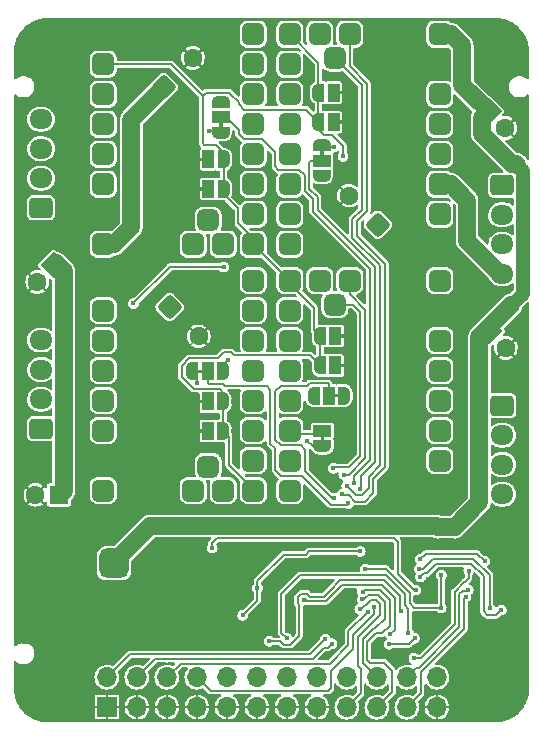
<source format=gbr>
G04 #@! TF.GenerationSoftware,KiCad,Pcbnew,(5.99.0-11678-ga208dac8d8)*
G04 #@! TF.CreationDate,2021-08-12T16:35:17+03:00*
G04 #@! TF.ProjectId,StepperDriverModuleCarrier,53746570-7065-4724-9472-697665724d6f,rev?*
G04 #@! TF.SameCoordinates,Original*
G04 #@! TF.FileFunction,Copper,L2,Bot*
G04 #@! TF.FilePolarity,Positive*
%FSLAX46Y46*%
G04 Gerber Fmt 4.6, Leading zero omitted, Abs format (unit mm)*
G04 Created by KiCad (PCBNEW (5.99.0-11678-ga208dac8d8)) date 2021-08-12 16:35:17*
%MOMM*%
%LPD*%
G01*
G04 APERTURE LIST*
G04 Aperture macros list*
%AMRoundRect*
0 Rectangle with rounded corners*
0 $1 Rounding radius*
0 $2 $3 $4 $5 $6 $7 $8 $9 X,Y pos of 4 corners*
0 Add a 4 corners polygon primitive as box body*
4,1,4,$2,$3,$4,$5,$6,$7,$8,$9,$2,$3,0*
0 Add four circle primitives for the rounded corners*
1,1,$1+$1,$2,$3*
1,1,$1+$1,$4,$5*
1,1,$1+$1,$6,$7*
1,1,$1+$1,$8,$9*
0 Add four rect primitives between the rounded corners*
20,1,$1+$1,$2,$3,$4,$5,0*
20,1,$1+$1,$4,$5,$6,$7,0*
20,1,$1+$1,$6,$7,$8,$9,0*
20,1,$1+$1,$8,$9,$2,$3,0*%
%AMRotRect*
0 Rectangle, with rotation*
0 The origin of the aperture is its center*
0 $1 length*
0 $2 width*
0 $3 Rotation angle, in degrees counterclockwise*
0 Add horizontal line*
21,1,$1,$2,0,0,$3*%
%AMFreePoly0*
4,1,22,0.550000,-0.750000,0.000000,-0.750000,0.000000,-0.745033,-0.079941,-0.743568,-0.215256,-0.701293,-0.333266,-0.622738,-0.424486,-0.514219,-0.481581,-0.384460,-0.499164,-0.250000,-0.500000,-0.250000,-0.500000,0.250000,-0.499164,0.250000,-0.499963,0.256109,-0.478152,0.396186,-0.417904,0.524511,-0.324060,0.630769,-0.204165,0.706417,-0.067858,0.745374,0.000000,0.744959,0.000000,0.750000,
0.550000,0.750000,0.550000,-0.750000,0.550000,-0.750000,$1*%
%AMFreePoly1*
4,1,20,0.000000,0.744959,0.073905,0.744508,0.209726,0.703889,0.328688,0.626782,0.421226,0.519385,0.479903,0.390333,0.500000,0.250000,0.500000,-0.250000,0.499851,-0.262216,0.476331,-0.402017,0.414519,-0.529596,0.319384,-0.634700,0.198574,-0.708877,0.061801,-0.746166,0.000000,-0.745033,0.000000,-0.750000,-0.550000,-0.750000,-0.550000,0.750000,0.000000,0.750000,0.000000,0.744959,
0.000000,0.744959,$1*%
G04 Aperture macros list end*
G04 #@! TA.AperFunction,ComponentPad*
%ADD10RoundRect,0.250000X0.725000X-0.600000X0.725000X0.600000X-0.725000X0.600000X-0.725000X-0.600000X0*%
G04 #@! TD*
G04 #@! TA.AperFunction,ComponentPad*
%ADD11O,1.950000X1.700000*%
G04 #@! TD*
G04 #@! TA.AperFunction,SMDPad,CuDef*
%ADD12RoundRect,0.499700X-0.450300X-0.450300X0.450300X-0.450300X0.450300X0.450300X-0.450300X0.450300X0*%
G04 #@! TD*
G04 #@! TA.AperFunction,ComponentPad*
%ADD13C,1.300000*%
G04 #@! TD*
G04 #@! TA.AperFunction,SMDPad,CuDef*
%ADD14RoundRect,0.600400X-0.349600X-0.349600X0.349600X-0.349600X0.349600X0.349600X-0.349600X0.349600X0*%
G04 #@! TD*
G04 #@! TA.AperFunction,ComponentPad*
%ADD15C,3.600000*%
G04 #@! TD*
G04 #@! TA.AperFunction,ComponentPad*
%ADD16R,1.600000X1.600000*%
G04 #@! TD*
G04 #@! TA.AperFunction,ComponentPad*
%ADD17C,1.600000*%
G04 #@! TD*
G04 #@! TA.AperFunction,SMDPad,CuDef*
%ADD18RoundRect,0.625000X-0.625000X0.625000X-0.625000X-0.625000X0.625000X-0.625000X0.625000X0.625000X0*%
G04 #@! TD*
G04 #@! TA.AperFunction,ComponentPad*
%ADD19RotRect,1.600000X1.600000X315.000000*%
G04 #@! TD*
G04 #@! TA.AperFunction,ComponentPad*
%ADD20RoundRect,0.329600X-0.665246X0.000000X0.000000X-0.665246X0.665246X0.000000X0.000000X0.665246X0*%
G04 #@! TD*
G04 #@! TA.AperFunction,SMDPad,CuDef*
%ADD21RoundRect,0.499700X0.450300X0.450300X-0.450300X0.450300X-0.450300X-0.450300X0.450300X-0.450300X0*%
G04 #@! TD*
G04 #@! TA.AperFunction,SMDPad,CuDef*
%ADD22RoundRect,0.600400X0.349600X0.349600X-0.349600X0.349600X-0.349600X-0.349600X0.349600X-0.349600X0*%
G04 #@! TD*
G04 #@! TA.AperFunction,ComponentPad*
%ADD23RotRect,1.600000X1.600000X225.000000*%
G04 #@! TD*
G04 #@! TA.AperFunction,ComponentPad*
%ADD24RoundRect,0.329600X0.665246X0.000000X0.000000X0.665246X-0.665246X0.000000X0.000000X-0.665246X0*%
G04 #@! TD*
G04 #@! TA.AperFunction,ComponentPad*
%ADD25RoundRect,0.250000X-0.725000X0.600000X-0.725000X-0.600000X0.725000X-0.600000X0.725000X0.600000X0*%
G04 #@! TD*
G04 #@! TA.AperFunction,ComponentPad*
%ADD26R,1.700000X1.700000*%
G04 #@! TD*
G04 #@! TA.AperFunction,ComponentPad*
%ADD27O,1.700000X1.700000*%
G04 #@! TD*
G04 #@! TA.AperFunction,ComponentPad*
%ADD28RoundRect,0.329600X0.000000X-0.665246X0.665246X0.000000X0.000000X0.665246X-0.665246X0.000000X0*%
G04 #@! TD*
G04 #@! TA.AperFunction,SMDPad,CuDef*
%ADD29FreePoly0,90.000000*%
G04 #@! TD*
G04 #@! TA.AperFunction,SMDPad,CuDef*
%ADD30R,1.500000X1.000000*%
G04 #@! TD*
G04 #@! TA.AperFunction,SMDPad,CuDef*
%ADD31FreePoly1,90.000000*%
G04 #@! TD*
G04 #@! TA.AperFunction,SMDPad,CuDef*
%ADD32FreePoly0,0.000000*%
G04 #@! TD*
G04 #@! TA.AperFunction,SMDPad,CuDef*
%ADD33R,1.000000X1.500000*%
G04 #@! TD*
G04 #@! TA.AperFunction,SMDPad,CuDef*
%ADD34FreePoly1,0.000000*%
G04 #@! TD*
G04 #@! TA.AperFunction,SMDPad,CuDef*
%ADD35FreePoly0,180.000000*%
G04 #@! TD*
G04 #@! TA.AperFunction,SMDPad,CuDef*
%ADD36FreePoly1,180.000000*%
G04 #@! TD*
G04 #@! TA.AperFunction,SMDPad,CuDef*
%ADD37FreePoly0,270.000000*%
G04 #@! TD*
G04 #@! TA.AperFunction,SMDPad,CuDef*
%ADD38FreePoly1,270.000000*%
G04 #@! TD*
G04 #@! TA.AperFunction,ViaPad*
%ADD39C,0.450000*%
G04 #@! TD*
G04 #@! TA.AperFunction,Conductor*
%ADD40C,0.200000*%
G04 #@! TD*
G04 #@! TA.AperFunction,Conductor*
%ADD41C,1.500000*%
G04 #@! TD*
G04 #@! TA.AperFunction,Conductor*
%ADD42C,1.000000*%
G04 #@! TD*
G04 #@! TA.AperFunction,Conductor*
%ADD43C,1.100000*%
G04 #@! TD*
G04 APERTURE END LIST*
G04 #@! TO.C,JP10*
G36*
X117850000Y-59450000D02*
G01*
X117550000Y-59450000D01*
X117550000Y-59000000D01*
X117850000Y-59000000D01*
X117850000Y-59450000D01*
G37*
G04 #@! TO.C,JP2*
G36*
X116250000Y-64800000D02*
G01*
X115800000Y-64800000D01*
X115800000Y-64500000D01*
X116250000Y-64500000D01*
X116250000Y-64800000D01*
G37*
G04 #@! TO.C,JP13*
G36*
X127700000Y-82300000D02*
G01*
X127250000Y-82300000D01*
X127250000Y-82000000D01*
X127700000Y-82000000D01*
X127700000Y-82300000D01*
G37*
G04 #@! TO.C,JP8*
G36*
X128250000Y-77250000D02*
G01*
X127800000Y-77250000D01*
X127800000Y-76950000D01*
X128250000Y-76950000D01*
X128250000Y-77250000D01*
G37*
G04 #@! TO.C,JP11*
G36*
X126400000Y-61850000D02*
G01*
X126100000Y-61850000D01*
X126100000Y-61400000D01*
X126400000Y-61400000D01*
X126400000Y-61850000D01*
G37*
G04 #@! TO.C,JP9*
G36*
X128250000Y-79750000D02*
G01*
X127800000Y-79750000D01*
X127800000Y-79450000D01*
X128250000Y-79450000D01*
X128250000Y-79750000D01*
G37*
G04 #@! TO.C,JP4*
G36*
X128100000Y-56650000D02*
G01*
X127650000Y-56650000D01*
X127650000Y-56350000D01*
X128100000Y-56350000D01*
X128100000Y-56650000D01*
G37*
G04 #@! TO.C,JP12*
G36*
X116200000Y-80250000D02*
G01*
X115750000Y-80250000D01*
X115750000Y-79950000D01*
X116200000Y-79950000D01*
X116200000Y-80250000D01*
G37*
G04 #@! TO.C,JP3*
G36*
X116250000Y-62300000D02*
G01*
X115800000Y-62300000D01*
X115800000Y-62000000D01*
X116250000Y-62000000D01*
X116250000Y-62300000D01*
G37*
G04 #@! TO.C,JP5*
G36*
X128100000Y-59150000D02*
G01*
X127650000Y-59150000D01*
X127650000Y-58850000D01*
X128100000Y-58850000D01*
X128100000Y-59150000D01*
G37*
G04 #@! TO.C,JP6*
G36*
X116200000Y-85300000D02*
G01*
X115750000Y-85300000D01*
X115750000Y-85000000D01*
X116200000Y-85000000D01*
X116200000Y-85300000D01*
G37*
G04 #@! TO.C,JP7*
G36*
X116200000Y-82800000D02*
G01*
X115750000Y-82800000D01*
X115750000Y-82500000D01*
X116200000Y-82500000D01*
X116200000Y-82800000D01*
G37*
G04 #@! TO.C,JP1*
G36*
X126450000Y-86000000D02*
G01*
X126150000Y-86000000D01*
X126150000Y-85550000D01*
X126450000Y-85550000D01*
X126450000Y-86000000D01*
G37*
G04 #@! TD*
D10*
G04 #@! TO.P,M3,1,A1*
G04 #@! TO.N,Net-(A3-Pad14)*
X102475000Y-84950000D03*
D11*
G04 #@! TO.P,M3,2,A2*
G04 #@! TO.N,Net-(A3-Pad13)*
X102475000Y-82450000D03*
G04 #@! TO.P,M3,3,B2*
G04 #@! TO.N,Net-(A3-Pad12)*
X102475000Y-79950000D03*
G04 #@! TO.P,M3,4,B1*
G04 #@! TO.N,Net-(A3-Pad11)*
X102475000Y-77450000D03*
G04 #@! TD*
D12*
G04 #@! TO.P,A2,1,EN*
G04 #@! TO.N,+3V3*
X123550000Y-51560000D03*
D13*
X123550000Y-51560000D03*
G04 #@! TO.P,A2,2,MS1*
G04 #@! TO.N,Net-(R13-Pad2)*
X123550000Y-54100000D03*
D12*
X123550000Y-54100000D03*
D13*
G04 #@! TO.P,A2,3,MS2*
G04 #@! TO.N,Net-(R14-Pad2)*
X123550000Y-56640000D03*
D12*
X123550000Y-56640000D03*
G04 #@! TO.P,A2,4,PDN/UART*
G04 #@! TO.N,Net-(A2-Pad4)*
X123550000Y-59180000D03*
D13*
X123550000Y-59180000D03*
D12*
G04 #@! TO.P,A2,5,UART*
G04 #@! TO.N,Net-(A2-Pad5)*
X123550000Y-61720000D03*
D13*
X123550000Y-61720000D03*
G04 #@! TO.P,A2,6,CLK*
G04 #@! TO.N,DRV_CLK*
X123550000Y-64260000D03*
D12*
X123550000Y-64260000D03*
D13*
G04 #@! TO.P,A2,7,STEP*
G04 #@! TO.N,STEP2*
X123550000Y-66800000D03*
D12*
X123550000Y-66800000D03*
G04 #@! TO.P,A2,8,DIR*
G04 #@! TO.N,DIR2*
X123550000Y-69340000D03*
D13*
X123550000Y-69340000D03*
G04 #@! TO.P,A2,9,GND*
G04 #@! TO.N,GND*
X136250000Y-69340000D03*
D12*
X136250000Y-69340000D03*
D13*
G04 #@! TO.P,A2,10,VIO*
G04 #@! TO.N,+3V3*
X136250000Y-66800000D03*
D12*
X136250000Y-66800000D03*
D13*
G04 #@! TO.P,A2,11,OB2*
G04 #@! TO.N,Net-(A2-Pad11)*
X136250000Y-64260000D03*
D12*
X136250000Y-64260000D03*
G04 #@! TO.P,A2,12,OB1*
G04 #@! TO.N,Net-(A2-Pad12)*
X136250000Y-61720000D03*
D13*
X136250000Y-61720000D03*
D12*
G04 #@! TO.P,A2,13,OA1*
G04 #@! TO.N,Net-(A2-Pad13)*
X136250000Y-59180000D03*
D13*
X136250000Y-59180000D03*
D12*
G04 #@! TO.P,A2,14,OA2*
G04 #@! TO.N,Net-(A2-Pad14)*
X136250000Y-56640000D03*
D13*
X136250000Y-56640000D03*
D12*
G04 #@! TO.P,A2,15,GND*
G04 #@! TO.N,GND*
X136250000Y-54100000D03*
D13*
X136250000Y-54100000D03*
D12*
G04 #@! TO.P,A2,16,VM*
G04 #@! TO.N,VM*
X136250000Y-51560000D03*
D13*
X136250000Y-51560000D03*
G04 #@! TO.P,A2,17,DIAG*
G04 #@! TO.N,DIAG2*
X128630000Y-51560000D03*
D12*
X128630000Y-51560000D03*
G04 #@! TO.P,A2,18,VREF*
G04 #@! TO.N,unconnected-(A2-Pad18)*
X126090000Y-51560000D03*
D13*
X126090000Y-51560000D03*
D14*
G04 #@! TO.P,A2,19,INDEX*
G04 #@! TO.N,INDEX2*
X127360000Y-53592000D03*
D13*
X127360000Y-53592000D03*
G04 #@! TD*
D15*
G04 #@! TO.P,H4,1*
G04 #@! TO.N,GND*
X103000000Y-53000000D03*
G04 #@! TD*
D10*
G04 #@! TO.P,M1,1,A1*
G04 #@! TO.N,Net-(A1-Pad14)*
X102475000Y-66250000D03*
D11*
G04 #@! TO.P,M1,2,A2*
G04 #@! TO.N,Net-(A1-Pad13)*
X102475000Y-63750000D03*
G04 #@! TO.P,M1,3,B2*
G04 #@! TO.N,Net-(A1-Pad12)*
X102475000Y-61250000D03*
G04 #@! TO.P,M1,4,B1*
G04 #@! TO.N,Net-(A1-Pad11)*
X102475000Y-58750000D03*
G04 #@! TD*
D16*
G04 #@! TO.P,C15,1,+*
G04 #@! TO.N,VM*
X104000000Y-90550000D03*
D17*
G04 #@! TO.P,C15,2,-*
G04 #@! TO.N,GND*
X102000000Y-90550000D03*
G04 #@! TD*
D18*
G04 #@! TO.P,J2,1,Pin_1*
G04 #@! TO.N,VM*
X108650000Y-96350000D03*
D17*
X108650000Y-96350000D03*
G04 #@! TO.P,J2,2,Pin_2*
G04 #@! TO.N,GND*
X108650000Y-101350000D03*
D18*
X108650000Y-101350000D03*
G04 #@! TD*
D19*
G04 #@! TO.P,C13,1,+*
G04 #@! TO.N,VM*
X140374634Y-58074634D03*
D17*
G04 #@! TO.P,C13,2,-*
G04 #@! TO.N,GND*
X141788848Y-59488848D03*
G04 #@! TD*
D20*
G04 #@! TO.P,C41,1,+*
G04 #@! TO.N,VM*
X113362563Y-74662563D03*
D17*
G04 #@! TO.P,C41,2,-*
G04 #@! TO.N,GND*
X115837437Y-77137437D03*
G04 #@! TD*
D21*
G04 #@! TO.P,A3,1,EN*
G04 #@! TO.N,+3V3*
X120450000Y-90190000D03*
D13*
X120450000Y-90190000D03*
G04 #@! TO.P,A3,2,MS1*
G04 #@! TO.N,Net-(A3-Pad2)*
X120450000Y-87650000D03*
D21*
X120450000Y-87650000D03*
D13*
G04 #@! TO.P,A3,3,MS2*
G04 #@! TO.N,Net-(A3-Pad3)*
X120450000Y-85110000D03*
D21*
X120450000Y-85110000D03*
G04 #@! TO.P,A3,4,PDN/UART*
G04 #@! TO.N,Net-(A3-Pad4)*
X120450000Y-82570000D03*
D13*
X120450000Y-82570000D03*
D21*
G04 #@! TO.P,A3,5,UART*
G04 #@! TO.N,Net-(A3-Pad5)*
X120450000Y-80030000D03*
D13*
X120450000Y-80030000D03*
D21*
G04 #@! TO.P,A3,6,CLK*
G04 #@! TO.N,DRV_CLK*
X120450000Y-77490000D03*
D13*
X120450000Y-77490000D03*
G04 #@! TO.P,A3,7,STEP*
G04 #@! TO.N,STEP3*
X120450000Y-74950000D03*
D21*
X120450000Y-74950000D03*
G04 #@! TO.P,A3,8,DIR*
G04 #@! TO.N,DIR3*
X120450000Y-72410000D03*
D13*
X120450000Y-72410000D03*
G04 #@! TO.P,A3,9,GND*
G04 #@! TO.N,GND*
X107750000Y-72410000D03*
D21*
X107750000Y-72410000D03*
G04 #@! TO.P,A3,10,VIO*
G04 #@! TO.N,+3V3*
X107750000Y-74950000D03*
D13*
X107750000Y-74950000D03*
G04 #@! TO.P,A3,11,OB2*
G04 #@! TO.N,Net-(A3-Pad11)*
X107750000Y-77490000D03*
D21*
X107750000Y-77490000D03*
D13*
G04 #@! TO.P,A3,12,OB1*
G04 #@! TO.N,Net-(A3-Pad12)*
X107750000Y-80030000D03*
D21*
X107750000Y-80030000D03*
G04 #@! TO.P,A3,13,OA1*
G04 #@! TO.N,Net-(A3-Pad13)*
X107750000Y-82570000D03*
D13*
X107750000Y-82570000D03*
G04 #@! TO.P,A3,14,OA2*
G04 #@! TO.N,Net-(A3-Pad14)*
X107750000Y-85110000D03*
D21*
X107750000Y-85110000D03*
D13*
G04 #@! TO.P,A3,15,GND*
G04 #@! TO.N,GND*
X107750000Y-87650000D03*
D21*
X107750000Y-87650000D03*
G04 #@! TO.P,A3,16,VM*
G04 #@! TO.N,VM*
X107750000Y-90190000D03*
D13*
X107750000Y-90190000D03*
D21*
G04 #@! TO.P,A3,17,DIAG*
G04 #@! TO.N,DIAG3*
X115370000Y-90190000D03*
D13*
X115370000Y-90190000D03*
G04 #@! TO.P,A3,18,VREF*
G04 #@! TO.N,unconnected-(A3-Pad18)*
X117910000Y-90190000D03*
D21*
X117910000Y-90190000D03*
D22*
G04 #@! TO.P,A3,19,INDEX*
G04 #@! TO.N,INDEX3*
X116640000Y-88158000D03*
D13*
X116640000Y-88158000D03*
G04 #@! TD*
D23*
G04 #@! TO.P,C7,1,+*
G04 #@! TO.N,VM*
X103572366Y-71120634D03*
D17*
G04 #@! TO.P,C7,2,-*
G04 #@! TO.N,GND*
X102158152Y-72534848D03*
G04 #@! TD*
D13*
G04 #@! TO.P,A1,1,EN*
G04 #@! TO.N,+3V3*
X120450000Y-69340000D03*
D21*
X120450000Y-69340000D03*
G04 #@! TO.P,A1,2,MS1*
G04 #@! TO.N,Net-(A1-Pad2)*
X120450000Y-66800000D03*
D13*
X120450000Y-66800000D03*
D21*
G04 #@! TO.P,A1,3,MS2*
G04 #@! TO.N,Net-(A1-Pad3)*
X120450000Y-64260000D03*
D13*
X120450000Y-64260000D03*
G04 #@! TO.P,A1,4,PDN/UART*
G04 #@! TO.N,Net-(A1-Pad4)*
X120450000Y-61720000D03*
D21*
X120450000Y-61720000D03*
G04 #@! TO.P,A1,5,UART*
G04 #@! TO.N,Net-(A1-Pad5)*
X120450000Y-59180000D03*
D13*
X120450000Y-59180000D03*
G04 #@! TO.P,A1,6,CLK*
G04 #@! TO.N,DRV_CLK*
X120450000Y-56640000D03*
D21*
X120450000Y-56640000D03*
D13*
G04 #@! TO.P,A1,7,STEP*
G04 #@! TO.N,STEP1*
X120450000Y-54100000D03*
D21*
X120450000Y-54100000D03*
D13*
G04 #@! TO.P,A1,8,DIR*
G04 #@! TO.N,DIR1*
X120450000Y-51560000D03*
D21*
X120450000Y-51560000D03*
D13*
G04 #@! TO.P,A1,9,GND*
G04 #@! TO.N,GND*
X107750000Y-51560000D03*
D21*
X107750000Y-51560000D03*
D13*
G04 #@! TO.P,A1,10,VIO*
G04 #@! TO.N,+3V3*
X107750000Y-54100000D03*
D21*
X107750000Y-54100000D03*
G04 #@! TO.P,A1,11,OB2*
G04 #@! TO.N,Net-(A1-Pad11)*
X107750000Y-56640000D03*
D13*
X107750000Y-56640000D03*
D21*
G04 #@! TO.P,A1,12,OB1*
G04 #@! TO.N,Net-(A1-Pad12)*
X107750000Y-59180000D03*
D13*
X107750000Y-59180000D03*
D21*
G04 #@! TO.P,A1,13,OA1*
G04 #@! TO.N,Net-(A1-Pad13)*
X107750000Y-61720000D03*
D13*
X107750000Y-61720000D03*
G04 #@! TO.P,A1,14,OA2*
G04 #@! TO.N,Net-(A1-Pad14)*
X107750000Y-64260000D03*
D21*
X107750000Y-64260000D03*
D13*
G04 #@! TO.P,A1,15,GND*
G04 #@! TO.N,GND*
X107750000Y-66800000D03*
D21*
X107750000Y-66800000D03*
G04 #@! TO.P,A1,16,VM*
G04 #@! TO.N,VM*
X107750000Y-69340000D03*
D13*
X107750000Y-69340000D03*
D21*
G04 #@! TO.P,A1,17,DIAG*
G04 #@! TO.N,DIAG1*
X115370000Y-69340000D03*
D13*
X115370000Y-69340000D03*
D21*
G04 #@! TO.P,A1,18,VREF*
G04 #@! TO.N,unconnected-(A1-Pad18)*
X117910000Y-69340000D03*
D13*
X117910000Y-69340000D03*
D22*
G04 #@! TO.P,A1,19,INDEX*
G04 #@! TO.N,INDEX1*
X116640000Y-67308000D03*
D13*
X116640000Y-67308000D03*
G04 #@! TD*
D15*
G04 #@! TO.P,H2,1*
G04 #@! TO.N,GND*
X141000000Y-107000000D03*
G04 #@! TD*
G04 #@! TO.P,H3,1*
G04 #@! TO.N,GND*
X141000000Y-53000000D03*
G04 #@! TD*
D13*
G04 #@! TO.P,A4,1,EN*
G04 #@! TO.N,+3V3*
X123550000Y-72410000D03*
D12*
X123550000Y-72410000D03*
G04 #@! TO.P,A4,2,MS1*
G04 #@! TO.N,Net-(A4-Pad2)*
X123550000Y-74950000D03*
D13*
X123550000Y-74950000D03*
D12*
G04 #@! TO.P,A4,3,MS2*
G04 #@! TO.N,Net-(A4-Pad3)*
X123550000Y-77490000D03*
D13*
X123550000Y-77490000D03*
D12*
G04 #@! TO.P,A4,4,PDN/UART*
G04 #@! TO.N,Net-(A4-Pad4)*
X123550000Y-80030000D03*
D13*
X123550000Y-80030000D03*
G04 #@! TO.P,A4,5,UART*
G04 #@! TO.N,Net-(A4-Pad5)*
X123550000Y-82570000D03*
D12*
X123550000Y-82570000D03*
G04 #@! TO.P,A4,6,CLK*
G04 #@! TO.N,DRV_CLK*
X123550000Y-85110000D03*
D13*
X123550000Y-85110000D03*
G04 #@! TO.P,A4,7,STEP*
G04 #@! TO.N,STEP4*
X123550000Y-87650000D03*
D12*
X123550000Y-87650000D03*
G04 #@! TO.P,A4,8,DIR*
G04 #@! TO.N,DIR4*
X123550000Y-90190000D03*
D13*
X123550000Y-90190000D03*
G04 #@! TO.P,A4,9,GND*
G04 #@! TO.N,GND*
X136250000Y-90190000D03*
D12*
X136250000Y-90190000D03*
G04 #@! TO.P,A4,10,VIO*
G04 #@! TO.N,+3V3*
X136250000Y-87650000D03*
D13*
X136250000Y-87650000D03*
G04 #@! TO.P,A4,11,OB2*
G04 #@! TO.N,Net-(A4-Pad11)*
X136250000Y-85110000D03*
D12*
X136250000Y-85110000D03*
G04 #@! TO.P,A4,12,OB1*
G04 #@! TO.N,Net-(A4-Pad12)*
X136250000Y-82570000D03*
D13*
X136250000Y-82570000D03*
D12*
G04 #@! TO.P,A4,13,OA1*
G04 #@! TO.N,Net-(A4-Pad13)*
X136250000Y-80030000D03*
D13*
X136250000Y-80030000D03*
G04 #@! TO.P,A4,14,OA2*
G04 #@! TO.N,Net-(A4-Pad14)*
X136250000Y-77490000D03*
D12*
X136250000Y-77490000D03*
G04 #@! TO.P,A4,15,GND*
G04 #@! TO.N,GND*
X136250000Y-74950000D03*
D13*
X136250000Y-74950000D03*
G04 #@! TO.P,A4,16,VM*
G04 #@! TO.N,VM*
X136250000Y-72410000D03*
D12*
X136250000Y-72410000D03*
G04 #@! TO.P,A4,17,DIAG*
G04 #@! TO.N,DIAG4*
X128630000Y-72410000D03*
D13*
X128630000Y-72410000D03*
D12*
G04 #@! TO.P,A4,18,VREF*
G04 #@! TO.N,unconnected-(A4-Pad18)*
X126090000Y-72410000D03*
D13*
X126090000Y-72410000D03*
G04 #@! TO.P,A4,19,INDEX*
G04 #@! TO.N,INDEX4*
X127360000Y-74442000D03*
D14*
X127360000Y-74442000D03*
G04 #@! TD*
D24*
G04 #@! TO.P,C39,1,+*
G04 #@! TO.N,VM*
X130987437Y-67687437D03*
D17*
G04 #@! TO.P,C39,2,-*
G04 #@! TO.N,GND*
X128512563Y-65212563D03*
G04 #@! TD*
D25*
G04 #@! TO.P,M4,1,A1*
G04 #@! TO.N,Net-(A4-Pad14)*
X141525000Y-83000000D03*
D11*
G04 #@! TO.P,M4,2,A2*
G04 #@! TO.N,Net-(A4-Pad13)*
X141525000Y-85500000D03*
G04 #@! TO.P,M4,3,B2*
G04 #@! TO.N,Net-(A4-Pad12)*
X141525000Y-88000000D03*
G04 #@! TO.P,M4,4,B1*
G04 #@! TO.N,Net-(A4-Pad11)*
X141525000Y-90500000D03*
G04 #@! TD*
D15*
G04 #@! TO.P,H1,1*
G04 #@! TO.N,GND*
X103000000Y-107000000D03*
G04 #@! TD*
D19*
G04 #@! TO.P,C17,1,+*
G04 #@! TO.N,VM*
X140422634Y-76708634D03*
D17*
G04 #@! TO.P,C17,2,-*
G04 #@! TO.N,GND*
X141836848Y-78122848D03*
G04 #@! TD*
D25*
G04 #@! TO.P,M2,1,A1*
G04 #@! TO.N,Net-(A2-Pad14)*
X141525000Y-64350000D03*
D11*
G04 #@! TO.P,M2,2,A2*
G04 #@! TO.N,Net-(A2-Pad13)*
X141525000Y-66850000D03*
G04 #@! TO.P,M2,3,B2*
G04 #@! TO.N,Net-(A2-Pad12)*
X141525000Y-69350000D03*
G04 #@! TO.P,M2,4,B1*
G04 #@! TO.N,Net-(A2-Pad11)*
X141525000Y-71850000D03*
G04 #@! TD*
D26*
G04 #@! TO.P,J1,1,Pin_1*
G04 #@! TO.N,GND*
X108060001Y-108525000D03*
D27*
G04 #@! TO.P,J1,2,Pin_2*
G04 #@! TO.N,ESTOP1*
X108060001Y-105985000D03*
G04 #@! TO.P,J1,3,Pin_3*
G04 #@! TO.N,GND*
X110600001Y-108525000D03*
G04 #@! TO.P,J1,4,Pin_4*
G04 #@! TO.N,ESTOP2*
X110600001Y-105985000D03*
G04 #@! TO.P,J1,5,Pin_5*
G04 #@! TO.N,GND*
X113140001Y-108525000D03*
G04 #@! TO.P,J1,6,Pin_6*
G04 #@! TO.N,ESTOP3*
X113140001Y-105985000D03*
G04 #@! TO.P,J1,7,Pin_7*
G04 #@! TO.N,GND*
X115680001Y-108525000D03*
G04 #@! TO.P,J1,8,Pin_8*
G04 #@! TO.N,ESTOP4*
X115680001Y-105985000D03*
G04 #@! TO.P,J1,9,Pin_9*
G04 #@! TO.N,GND*
X118220001Y-108525000D03*
G04 #@! TO.P,J1,10,Pin_10*
G04 #@! TO.N,MEAS_TEMP1*
X118220001Y-105985000D03*
G04 #@! TO.P,J1,11,Pin_11*
G04 #@! TO.N,GND*
X120760001Y-108525000D03*
G04 #@! TO.P,J1,12,Pin_12*
G04 #@! TO.N,MEAS_TEMP2*
X120760001Y-105985000D03*
G04 #@! TO.P,J1,13,Pin_13*
G04 #@! TO.N,GND*
X123300001Y-108525000D03*
G04 #@! TO.P,J1,14,Pin_14*
G04 #@! TO.N,HEAT1*
X123300001Y-105985000D03*
G04 #@! TO.P,J1,15,Pin_15*
G04 #@! TO.N,GND*
X125840001Y-108525000D03*
G04 #@! TO.P,J1,16,Pin_16*
G04 #@! TO.N,HEAT2*
X125840001Y-105985000D03*
G04 #@! TO.P,J1,17,Pin_17*
G04 #@! TO.N,RESET*
X128380001Y-108525000D03*
G04 #@! TO.P,J1,18,Pin_18*
G04 #@! TO.N,~USB_BOOT*
X128380001Y-105985000D03*
G04 #@! TO.P,J1,19,Pin_19*
G04 #@! TO.N,SWDCLK*
X130920001Y-108525000D03*
G04 #@! TO.P,J1,20,Pin_20*
G04 #@! TO.N,SWDIO*
X130920001Y-105985000D03*
G04 #@! TO.P,J1,21,Pin_21*
G04 #@! TO.N,USB-*
X133460001Y-108525000D03*
G04 #@! TO.P,J1,22,Pin_22*
G04 #@! TO.N,USB+*
X133460001Y-105985000D03*
G04 #@! TO.P,J1,23,Pin_23*
G04 #@! TO.N,GND*
X136000001Y-108525000D03*
G04 #@! TO.P,J1,24,Pin_24*
G04 #@! TO.N,+5V*
X136000001Y-105985000D03*
G04 #@! TD*
D28*
G04 #@! TO.P,C42,1,+*
G04 #@! TO.N,VM*
X112862563Y-56037437D03*
D17*
G04 #@! TO.P,C42,2,-*
G04 #@! TO.N,GND*
X115337437Y-53562563D03*
G04 #@! TD*
D29*
G04 #@! TO.P,JP10,1*
G04 #@! TO.N,Net-(R24-Pad1)*
X117700000Y-59900000D03*
D30*
G04 #@! TO.P,JP10,2*
G04 #@! TO.N,SER1*
X117700000Y-58600000D03*
D31*
G04 #@! TO.P,JP10,3*
G04 #@! TO.N,Net-(R19-Pad1)*
X117700000Y-57300000D03*
G04 #@! TD*
D32*
G04 #@! TO.P,JP2,1*
G04 #@! TO.N,GND*
X115350000Y-64650000D03*
D33*
G04 #@! TO.P,JP2,2*
G04 #@! TO.N,Net-(JP2-Pad2)*
X116650000Y-64650000D03*
D34*
G04 #@! TO.P,JP2,3*
G04 #@! TO.N,+3V3*
X117950000Y-64650000D03*
G04 #@! TD*
D35*
G04 #@! TO.P,JP13,1*
G04 #@! TO.N,Net-(R27-Pad1)*
X128150000Y-82150000D03*
D33*
G04 #@! TO.P,JP13,2*
G04 #@! TO.N,SER4*
X126850000Y-82150000D03*
D36*
G04 #@! TO.P,JP13,3*
G04 #@! TO.N,Net-(R22-Pad1)*
X125550000Y-82150000D03*
G04 #@! TD*
D35*
G04 #@! TO.P,JP8,1*
G04 #@! TO.N,GND*
X128700000Y-77100000D03*
D33*
G04 #@! TO.P,JP8,2*
G04 #@! TO.N,Net-(JP8-Pad2)*
X127400000Y-77100000D03*
D36*
G04 #@! TO.P,JP8,3*
G04 #@! TO.N,+3V3*
X126100000Y-77100000D03*
G04 #@! TD*
D37*
G04 #@! TO.P,JP11,1*
G04 #@! TO.N,Net-(R25-Pad1)*
X126250000Y-60950000D03*
D30*
G04 #@! TO.P,JP11,2*
G04 #@! TO.N,SER2*
X126250000Y-62250000D03*
D38*
G04 #@! TO.P,JP11,3*
G04 #@! TO.N,Net-(JP11-Pad3)*
X126250000Y-63550000D03*
G04 #@! TD*
D35*
G04 #@! TO.P,JP9,1*
G04 #@! TO.N,GND*
X128700000Y-79600000D03*
D33*
G04 #@! TO.P,JP9,2*
G04 #@! TO.N,Net-(JP9-Pad2)*
X127400000Y-79600000D03*
D36*
G04 #@! TO.P,JP9,3*
G04 #@! TO.N,+3V3*
X126100000Y-79600000D03*
G04 #@! TD*
D35*
G04 #@! TO.P,JP4,1*
G04 #@! TO.N,GND*
X128550000Y-56500000D03*
D33*
G04 #@! TO.P,JP4,2*
G04 #@! TO.N,Net-(JP4-Pad2)*
X127250000Y-56500000D03*
D36*
G04 #@! TO.P,JP4,3*
G04 #@! TO.N,+3V3*
X125950000Y-56500000D03*
G04 #@! TD*
D32*
G04 #@! TO.P,JP12,1*
G04 #@! TO.N,Net-(R26-Pad1)*
X115300000Y-80100000D03*
D33*
G04 #@! TO.P,JP12,2*
G04 #@! TO.N,SER3*
X116600000Y-80100000D03*
D34*
G04 #@! TO.P,JP12,3*
G04 #@! TO.N,Net-(R21-Pad1)*
X117900000Y-80100000D03*
G04 #@! TD*
D32*
G04 #@! TO.P,JP3,1*
G04 #@! TO.N,GND*
X115350000Y-62150000D03*
D33*
G04 #@! TO.P,JP3,2*
G04 #@! TO.N,Net-(JP3-Pad2)*
X116650000Y-62150000D03*
D34*
G04 #@! TO.P,JP3,3*
G04 #@! TO.N,+3V3*
X117950000Y-62150000D03*
G04 #@! TD*
D35*
G04 #@! TO.P,JP5,1*
G04 #@! TO.N,GND*
X128550000Y-59000000D03*
D33*
G04 #@! TO.P,JP5,2*
G04 #@! TO.N,Net-(JP5-Pad2)*
X127250000Y-59000000D03*
D36*
G04 #@! TO.P,JP5,3*
G04 #@! TO.N,+3V3*
X125950000Y-59000000D03*
G04 #@! TD*
D32*
G04 #@! TO.P,JP6,1*
G04 #@! TO.N,GND*
X115300000Y-85150000D03*
D33*
G04 #@! TO.P,JP6,2*
G04 #@! TO.N,Net-(JP6-Pad2)*
X116600000Y-85150000D03*
D34*
G04 #@! TO.P,JP6,3*
G04 #@! TO.N,+3V3*
X117900000Y-85150000D03*
G04 #@! TD*
D32*
G04 #@! TO.P,JP7,1*
G04 #@! TO.N,GND*
X115300000Y-82650000D03*
D33*
G04 #@! TO.P,JP7,2*
G04 #@! TO.N,Net-(JP7-Pad2)*
X116600000Y-82650000D03*
D34*
G04 #@! TO.P,JP7,3*
G04 #@! TO.N,+3V3*
X117900000Y-82650000D03*
G04 #@! TD*
D29*
G04 #@! TO.P,JP1,1*
G04 #@! TO.N,/stepper_clk*
X126300000Y-86450000D03*
D30*
G04 #@! TO.P,JP1,2*
G04 #@! TO.N,DRV_CLK*
X126300000Y-85150000D03*
D31*
G04 #@! TO.P,JP1,3*
G04 #@! TO.N,GND*
X126300000Y-83850000D03*
G04 #@! TD*
D39*
G04 #@! TO.N,GND*
X124972000Y-69902000D03*
X129696000Y-73736000D03*
G04 #@! TO.N,+3V3*
X129500000Y-95350000D03*
X128050000Y-61900000D03*
X134100000Y-102700000D03*
X117950000Y-71250000D03*
X119550000Y-100750000D03*
X120800000Y-98450000D03*
X110300000Y-74350000D03*
X131950000Y-103200000D03*
G04 #@! TO.N,SER1*
X129001542Y-89557209D03*
G04 #@! TO.N,GND*
X123674000Y-102164000D03*
X131000000Y-51000000D03*
X105599000Y-88842000D03*
X113351000Y-80709000D03*
X128970000Y-60000000D03*
X135490000Y-102370000D03*
X139570000Y-102650000D03*
X132148000Y-79110000D03*
X124821000Y-50603000D03*
X143000000Y-61000000D03*
X105553000Y-70642000D03*
X135011000Y-55460000D03*
X134097639Y-103444117D03*
X118040000Y-60880000D03*
X101000000Y-79000000D03*
X132281000Y-65192000D03*
X124850000Y-97950000D03*
X125030000Y-84846000D03*
X132145000Y-85792000D03*
X118803000Y-75504000D03*
X111257000Y-95465000D03*
X127815000Y-62796000D03*
X113637000Y-71990000D03*
X127600000Y-80800000D03*
X141804000Y-73173000D03*
X135070000Y-60483000D03*
X110317000Y-53501000D03*
X119600000Y-95050000D03*
X113000000Y-51000000D03*
X119400000Y-52850000D03*
X118987000Y-54911000D03*
X126550000Y-55150000D03*
X128110000Y-67430000D03*
X115450000Y-98750000D03*
X112850000Y-101350000D03*
X138418000Y-103396000D03*
X134730000Y-87662000D03*
X130662000Y-65686000D03*
X105045000Y-64928000D03*
X118965000Y-100258000D03*
X115090000Y-83860000D03*
X116749841Y-55448500D03*
X143000000Y-96000000D03*
X101000000Y-99000000D03*
X101000000Y-101000000D03*
X103150000Y-95250000D03*
X110887000Y-72854000D03*
X101000000Y-85000000D03*
X101000000Y-103000000D03*
X121450000Y-65550000D03*
X134730000Y-85196000D03*
X110852000Y-88279000D03*
X117110000Y-98416000D03*
X140850000Y-91900000D03*
X134679000Y-76824000D03*
X128183128Y-87705001D03*
X101000000Y-57000000D03*
X111294500Y-63582000D03*
X143000000Y-76000000D03*
X126614000Y-65873000D03*
X128700000Y-78300000D03*
X103400000Y-98750000D03*
X119000000Y-56250000D03*
X105900000Y-98800000D03*
X108332000Y-91817000D03*
X132139000Y-77182000D03*
X143000000Y-82000000D03*
X127554000Y-91952000D03*
X114452000Y-63053000D03*
X125000000Y-78100000D03*
X123545000Y-70857000D03*
X113023000Y-57866000D03*
X111274000Y-69440000D03*
X105710000Y-81262000D03*
X114452000Y-70655000D03*
X110723000Y-75000000D03*
X105800000Y-101900000D03*
X121050000Y-70950000D03*
X122002000Y-50654000D03*
X137004000Y-92056000D03*
X143000000Y-92000000D03*
X103250000Y-102300000D03*
X106652000Y-96342000D03*
X128097000Y-70965000D03*
X121370000Y-83830000D03*
X143000000Y-90000000D03*
X136865000Y-104406000D03*
X114662000Y-56369000D03*
X133535000Y-68326000D03*
X117223000Y-71884000D03*
X108934000Y-78737000D03*
X132151000Y-81130000D03*
X114242000Y-97000000D03*
X108723000Y-94100000D03*
X105752000Y-83722000D03*
X121449000Y-68083000D03*
X114514500Y-65485500D03*
X109030000Y-81335000D03*
X119070000Y-84300000D03*
X105076000Y-57393000D03*
X126400000Y-95950000D03*
X127667000Y-86122000D03*
X101000000Y-87000000D03*
X122631000Y-68070000D03*
X132100000Y-96000000D03*
X143000000Y-84000000D03*
X118620000Y-67930000D03*
X109139000Y-76858000D03*
X108975000Y-83893000D03*
X122550000Y-73650000D03*
X103160000Y-92742000D03*
X122834500Y-91684500D03*
X126200000Y-68800000D03*
X128074000Y-55150000D03*
X124650000Y-65500000D03*
X130600000Y-91350000D03*
X109348000Y-54765000D03*
X111294500Y-61563000D03*
X101000000Y-93000000D03*
X125550000Y-95950000D03*
X111198000Y-103425000D03*
X135141000Y-65519000D03*
X141000000Y-96000000D03*
X143000000Y-58000000D03*
X103099000Y-75964000D03*
X130650000Y-103350000D03*
X143000000Y-98000000D03*
X113948000Y-94431000D03*
X111198000Y-91776000D03*
X130786000Y-59250000D03*
X121100000Y-94800000D03*
X101000000Y-71000000D03*
X118950000Y-76850000D03*
X139325000Y-98065000D03*
X121600000Y-73600000D03*
X113347000Y-103369000D03*
X119700000Y-70700000D03*
X128950000Y-82950000D03*
X125550000Y-88000000D03*
X105035000Y-62509000D03*
X109194000Y-75048000D03*
X113183000Y-95448000D03*
X119525000Y-97349000D03*
X127353000Y-50608000D03*
X117152000Y-95780000D03*
X112266000Y-94479000D03*
X130527000Y-55150000D03*
X128550000Y-57651000D03*
X101000000Y-95000000D03*
X122589000Y-52837000D03*
X127300000Y-83400000D03*
X116284000Y-103386000D03*
X116549000Y-101635000D03*
X140864000Y-80366000D03*
X119000000Y-51000000D03*
X119450000Y-102800000D03*
X117236000Y-70708000D03*
X135046000Y-62995000D03*
X132253000Y-68854000D03*
X104878000Y-94381000D03*
X121996000Y-88905000D03*
X113324000Y-86030000D03*
X114500000Y-99650000D03*
X126710000Y-104120000D03*
X135094000Y-57770000D03*
X119070000Y-82190000D03*
X140282000Y-74558000D03*
X112674000Y-70902000D03*
X138376000Y-77985000D03*
X133330000Y-95810000D03*
X125920000Y-98162000D03*
X129024000Y-61907000D03*
X113317000Y-83253000D03*
X135256000Y-71007000D03*
X130250000Y-96000000D03*
X119200000Y-91250000D03*
X128750000Y-75200000D03*
X111100000Y-100400000D03*
X119070000Y-86780000D03*
X133163000Y-52830000D03*
X121950000Y-54800000D03*
X119250000Y-65450000D03*
X105743000Y-78753000D03*
X141000000Y-99000000D03*
X124839000Y-91243000D03*
X111704000Y-73738000D03*
X101000000Y-59000000D03*
X143000000Y-86000000D03*
X124972000Y-83278000D03*
X101000000Y-67000000D03*
X112205000Y-53389000D03*
X130850000Y-96000000D03*
X139713000Y-71994000D03*
X101000000Y-63000000D03*
X137450000Y-88750000D03*
X128950000Y-85200000D03*
X124261000Y-98311000D03*
X122150000Y-64300000D03*
X105763000Y-76208000D03*
X114856000Y-60604000D03*
X111940000Y-54738000D03*
X110554000Y-97014000D03*
X112800000Y-99750000D03*
X118745000Y-72798000D03*
X143000000Y-100000000D03*
X128850000Y-80800000D03*
X132139000Y-83524000D03*
X114282000Y-75672000D03*
X130775000Y-57378000D03*
X129798000Y-68335000D03*
X111000000Y-51000000D03*
X109032000Y-57871000D03*
X121099000Y-96783000D03*
X131869000Y-66756000D03*
X133170000Y-104280000D03*
X117255000Y-73611000D03*
X105747000Y-86334000D03*
X143000000Y-88000000D03*
X111294500Y-65430000D03*
X131450000Y-96000000D03*
X117324000Y-75295000D03*
X118850000Y-74150000D03*
X108400000Y-98800000D03*
X138150000Y-97400000D03*
X133700000Y-66708000D03*
X130754000Y-63740000D03*
X114153000Y-91906000D03*
X132152000Y-88402000D03*
X133693000Y-70410000D03*
X112400000Y-97100000D03*
X115300000Y-86350000D03*
X124619338Y-102935582D03*
X101000000Y-97000000D03*
X119040000Y-78140000D03*
X111430000Y-67190000D03*
X101000000Y-75000000D03*
X129614000Y-109232000D03*
X101000000Y-61000000D03*
X133000000Y-51000000D03*
X130715000Y-61181000D03*
X115000000Y-51000000D03*
X121950000Y-97900000D03*
X102912000Y-69450000D03*
X143000000Y-80000000D03*
X113385000Y-88601000D03*
X124950000Y-67500000D03*
X128705000Y-94759000D03*
X141843000Y-102694000D03*
X142000000Y-57000000D03*
X127000000Y-78300000D03*
X119022000Y-62986000D03*
X127615000Y-102001000D03*
X101000000Y-69000000D03*
X125000000Y-79350000D03*
X117000000Y-51000000D03*
X111294500Y-59695000D03*
X121380000Y-86380000D03*
X124809000Y-94835000D03*
X101000000Y-65000000D03*
X134659000Y-82504000D03*
X134710000Y-79270000D03*
X114955000Y-67585000D03*
X105150000Y-60009000D03*
X115508000Y-71932000D03*
X114850000Y-101300000D03*
X115164000Y-88712000D03*
X114693000Y-74047000D03*
X121450000Y-76200000D03*
X104739000Y-67485000D03*
X129341000Y-53054000D03*
X135450000Y-94350000D03*
X138250000Y-94450000D03*
X136440000Y-101550000D03*
X101000000Y-83000000D03*
X101000000Y-81000000D03*
X137923000Y-72193000D03*
X103111000Y-86492000D03*
X132195000Y-109229000D03*
X126020000Y-73790000D03*
X129577000Y-96126000D03*
X101000000Y-77000000D03*
X121400000Y-63000000D03*
X112547000Y-75877000D03*
G04 #@! TO.N,+1V1*
X136376000Y-97375000D03*
X129940000Y-96829500D03*
X136356000Y-100111000D03*
G04 #@! TO.N,USB-*
X138424011Y-99192261D03*
G04 #@! TO.N,USB+*
X138653786Y-98584761D03*
G04 #@! TO.N,SWDCLK*
X129699000Y-98755000D03*
G04 #@! TO.N,SWDIO*
X129657607Y-99414166D03*
G04 #@! TO.N,SER2*
X129456372Y-90020872D03*
G04 #@! TO.N,DIAG2*
X127992000Y-90517000D03*
G04 #@! TO.N,INDEX2*
X128364000Y-89778000D03*
G04 #@! TO.N,SER3*
X128500885Y-91285641D03*
G04 #@! TO.N,SER4*
X127244000Y-90843000D03*
G04 #@! TO.N,DIAG4*
X128115443Y-88837449D03*
G04 #@! TO.N,INDEX4*
X127226000Y-88312949D03*
G04 #@! TO.N,Net-(U1-Pad51)*
X134600000Y-97500000D03*
X141450000Y-100300000D03*
G04 #@! TO.N,Net-(U1-Pad53)*
X134600000Y-96000000D03*
X140052768Y-96187012D03*
G04 #@! TO.N,MEAS_VM*
X134190000Y-98616000D03*
X116970000Y-95065000D03*
G04 #@! TO.N,/stepper_clk*
X124748711Y-99469461D03*
X125013000Y-85964000D03*
X132050000Y-102350000D03*
G04 #@! TO.N,RESET*
X129471000Y-100243000D03*
G04 #@! TO.N,ESTOP1*
X126525000Y-102762000D03*
G04 #@! TO.N,ESTOP2*
X127120000Y-103156000D03*
G04 #@! TO.N,ESTOP3*
X130139926Y-100447396D03*
G04 #@! TO.N,ESTOP4*
X130668989Y-100070639D03*
G04 #@! TO.N,MEAS_TEMP1*
X121800000Y-102950000D03*
X132987000Y-100423000D03*
G04 #@! TO.N,MEAS_TEMP2*
X123288000Y-102692000D03*
X133586000Y-102247000D03*
G04 #@! TO.N,~USB_BOOT*
X134050000Y-104400000D03*
X138690000Y-96965000D03*
G04 #@! TO.N,Net-(JP2-Pad2)*
X116650000Y-64650000D03*
G04 #@! TO.N,Net-(JP3-Pad2)*
X116650000Y-62150000D03*
G04 #@! TO.N,Net-(JP4-Pad2)*
X127250000Y-56500000D03*
G04 #@! TO.N,Net-(JP5-Pad2)*
X127250000Y-59000000D03*
G04 #@! TO.N,Net-(JP6-Pad2)*
X116600000Y-85150000D03*
G04 #@! TO.N,Net-(JP7-Pad2)*
X116600000Y-82650000D03*
G04 #@! TO.N,Net-(JP8-Pad2)*
X127400000Y-77100000D03*
G04 #@! TO.N,Net-(JP9-Pad2)*
X127400000Y-79600000D03*
G04 #@! TO.N,Net-(R8-Pad2)*
X134492105Y-96825021D03*
X140474500Y-100154037D03*
G04 #@! TO.N,Net-(R24-Pad1)*
X116700000Y-59750000D03*
G04 #@! TO.N,Net-(R19-Pad1)*
X117700000Y-57300000D03*
G04 #@! TO.N,Net-(R25-Pad1)*
X127300000Y-61100000D03*
G04 #@! TO.N,Net-(R26-Pad1)*
X115678000Y-81073000D03*
G04 #@! TO.N,Net-(R21-Pad1)*
X118350000Y-79100000D03*
G04 #@! TO.N,Net-(R27-Pad1)*
X128150000Y-82150000D03*
G04 #@! TO.N,Net-(R22-Pad1)*
X125849000Y-82636000D03*
G04 #@! TO.N,Net-(JP11-Pad3)*
X126250002Y-63550000D03*
G04 #@! TD*
D40*
G04 #@! TO.N,GND*
X124840480Y-71621384D02*
X125496864Y-70965000D01*
X126000000Y-75350000D02*
X126000000Y-74550000D01*
X124840480Y-73390480D02*
X124840480Y-71621384D01*
X126700489Y-76050489D02*
X126000000Y-75350000D01*
X128600489Y-76050489D02*
X126700489Y-76050489D01*
X128700000Y-76150000D02*
X128600489Y-76050489D01*
X128700000Y-77100000D02*
X128700000Y-76150000D01*
X125496864Y-70965000D02*
X128097000Y-70965000D01*
X126000000Y-74550000D02*
X124840480Y-73390480D01*
G04 #@! TO.N,SER1*
X119200480Y-59676895D02*
X119200480Y-59968616D01*
X124799520Y-64799520D02*
X125500000Y-65500000D01*
X118123585Y-58600000D02*
X119200480Y-59676895D01*
G04 #@! TO.N,SER2*
X125199211Y-64634217D02*
X125899511Y-65334518D01*
G04 #@! TO.N,SER1*
X119661384Y-60429520D02*
X121197656Y-60429520D01*
X124799520Y-63471384D02*
X124799520Y-64799520D01*
G04 #@! TO.N,SER2*
X126250000Y-62250000D02*
X125300000Y-62250000D01*
G04 #@! TO.N,SER1*
X122300480Y-62750480D02*
X122560480Y-63010480D01*
G04 #@! TO.N,SER2*
X125199211Y-62350789D02*
X125199211Y-64634217D01*
G04 #@! TO.N,SER1*
X122560480Y-63010480D02*
X124338616Y-63010480D01*
G04 #@! TO.N,SER2*
X125899511Y-66412517D02*
X130738000Y-71251006D01*
X130738000Y-71251006D02*
X130738000Y-87786000D01*
X125899511Y-65334518D02*
X125899511Y-66412517D01*
G04 #@! TO.N,SER1*
X125500000Y-65500000D02*
X125500000Y-66578000D01*
G04 #@! TO.N,SER2*
X130738000Y-87786000D02*
X129559000Y-88965000D01*
X125300000Y-62250000D02*
X125199211Y-62350789D01*
X129559000Y-88965000D02*
X129559000Y-89918244D01*
G04 #@! TO.N,SER1*
X124338616Y-63010480D02*
X124799520Y-63471384D01*
X117700000Y-58600000D02*
X118123585Y-58600000D01*
G04 #@! TO.N,SER2*
X129559000Y-89918244D02*
X129456372Y-90020872D01*
G04 #@! TO.N,SER1*
X119200480Y-59968616D02*
X119661384Y-60429520D01*
X125500000Y-66578000D02*
X130329000Y-71407000D01*
X121197656Y-60429520D02*
X122300480Y-61532344D01*
X122300480Y-61532344D02*
X122300480Y-62750480D01*
X130329000Y-71407000D02*
X130329000Y-87603000D01*
X130329000Y-87603000D02*
X129001542Y-88930458D01*
X129001542Y-88930458D02*
X129001542Y-89557209D01*
G04 #@! TO.N,INDEX2*
X127360000Y-53592000D02*
X129612074Y-55844074D01*
X129612074Y-55844074D02*
X129612074Y-66417926D01*
X129612074Y-66417926D02*
X128830000Y-67200000D01*
X130215000Y-90004000D02*
X129624000Y-90595000D01*
X128830000Y-67200000D02*
X128830000Y-68777000D01*
X129624000Y-90595000D02*
X129181000Y-90595000D01*
X128830000Y-68777000D02*
X131180000Y-71127000D01*
X131180000Y-71127000D02*
X131180000Y-88051000D01*
X129181000Y-90595000D02*
X128364000Y-89778000D01*
X131180000Y-88051000D02*
X130215000Y-89016000D01*
X130215000Y-89016000D02*
X130215000Y-90004000D01*
G04 #@! TO.N,DIAG2*
X129097000Y-91140000D02*
X128535000Y-90578000D01*
X129910000Y-91140000D02*
X129097000Y-91140000D01*
X128630000Y-51560000D02*
X128630000Y-54276000D01*
X128535000Y-90578000D02*
X128053000Y-90578000D01*
X130618000Y-90432000D02*
X129910000Y-91140000D01*
X131605000Y-88192000D02*
X130618000Y-89179000D01*
X131605000Y-70982000D02*
X131605000Y-88192000D01*
X128053000Y-90578000D02*
X127992000Y-90517000D01*
X129240000Y-68617000D02*
X131605000Y-70982000D01*
X129240000Y-67364000D02*
X129240000Y-68617000D01*
X130083000Y-55729000D02*
X130083000Y-66521000D01*
X130618000Y-89179000D02*
X130618000Y-90432000D01*
X128630000Y-54276000D02*
X130083000Y-55729000D01*
X130083000Y-66521000D02*
X129240000Y-67364000D01*
G04 #@! TO.N,+3V3*
X127099511Y-60049511D02*
X128050000Y-61000000D01*
X126100000Y-77100000D02*
X126100000Y-79600000D01*
X126450489Y-60049511D02*
X127099511Y-60049511D01*
X118550000Y-78500000D02*
X118789520Y-78739520D01*
X119661384Y-57930480D02*
X119200480Y-57469576D01*
X120800000Y-98450000D02*
X120800000Y-99500000D01*
X116300000Y-60950000D02*
X116150000Y-60800000D01*
X123056000Y-95608000D02*
X120800000Y-97864000D01*
X120450000Y-68850000D02*
X120450000Y-69340000D01*
X128050000Y-61000000D02*
X128050000Y-61900000D01*
X117950000Y-61600978D02*
X117299022Y-60950000D01*
X117900000Y-85150000D02*
X118355887Y-85605887D01*
X113400000Y-71250000D02*
X117950000Y-71250000D01*
X124911000Y-95608000D02*
X123056000Y-95608000D01*
X117950000Y-62150000D02*
X117950000Y-64650000D01*
X118395338Y-56495338D02*
X116454662Y-56495338D01*
X125950000Y-56500000D02*
X125950000Y-59000000D01*
X117900000Y-81899951D02*
X117600049Y-81600000D01*
X133594000Y-103200000D02*
X133597000Y-103203000D01*
X117299022Y-60950000D02*
X116300000Y-60950000D01*
X120450000Y-90085006D02*
X120450000Y-90190000D01*
X125169000Y-95350000D02*
X124911000Y-95608000D01*
X117950000Y-64650000D02*
X117950000Y-65100000D01*
X120800000Y-97864000D02*
X120800000Y-98450000D01*
X125950000Y-59000000D02*
X125950000Y-59549022D01*
X119159520Y-66309520D02*
X119159520Y-67559520D01*
X116454662Y-56495338D02*
X116150000Y-56800000D01*
X119159520Y-67559520D02*
X120450000Y-68850000D01*
X115413149Y-81600000D02*
X114400000Y-80586851D01*
X117900000Y-82650000D02*
X117900000Y-81899951D01*
X119200480Y-57300480D02*
X118395338Y-56495338D01*
X115014336Y-79000000D02*
X117500000Y-79000000D01*
X134100000Y-102700000D02*
X133597000Y-103203000D01*
X123550000Y-72664994D02*
X123550000Y-72410000D01*
X118000000Y-78500000D02*
X118550000Y-78500000D01*
X125239520Y-78739520D02*
X126100000Y-79600000D01*
X117500000Y-79000000D02*
X118000000Y-78500000D01*
X131950000Y-103200000D02*
X133594000Y-103200000D01*
X114400000Y-80586851D02*
X114400000Y-79614336D01*
X125950000Y-56500000D02*
X125950000Y-53960000D01*
X114400000Y-79614336D02*
X115014336Y-79000000D01*
X129500000Y-95350000D02*
X125169000Y-95350000D01*
X119200480Y-57469576D02*
X119200480Y-57300480D01*
X116150000Y-60800000D02*
X116150000Y-56800000D01*
X118789520Y-78739520D02*
X125239520Y-78739520D01*
X117900000Y-82650000D02*
X117900000Y-85150000D01*
X117600049Y-81600000D02*
X115413149Y-81600000D01*
X118355887Y-85605887D02*
X118355887Y-87990893D01*
X120800000Y-99500000D02*
X119550000Y-100750000D01*
X116150000Y-56800000D02*
X115750000Y-56400000D01*
X117950000Y-62150000D02*
X117950000Y-61600978D01*
X125950000Y-59000000D02*
X124880480Y-57930480D01*
X115750000Y-56400000D02*
X113450000Y-54100000D01*
X126100000Y-77100000D02*
X125600489Y-76600489D01*
X117950000Y-65100000D02*
X119159520Y-66309520D01*
X124880480Y-57930480D02*
X119661384Y-57930480D01*
X125950000Y-59549022D02*
X126450489Y-60049511D01*
X123520000Y-72410000D02*
X123550000Y-72410000D01*
X125600489Y-74715483D02*
X123550000Y-72664994D01*
X110300000Y-74350000D02*
X113400000Y-71250000D01*
X125600489Y-76600489D02*
X125600489Y-74715483D01*
X125950000Y-53960000D02*
X123550000Y-51560000D01*
X118355887Y-87990893D02*
X120450000Y-90085006D01*
X120450000Y-69340000D02*
X123520000Y-72410000D01*
X113450000Y-54100000D02*
X107750000Y-54100000D01*
G04 #@! TO.N,GND*
X128700000Y-77100000D02*
X128700000Y-78300000D01*
X124850000Y-97950000D02*
X124622000Y-97950000D01*
X124622000Y-97950000D02*
X124261000Y-98311000D01*
X130600000Y-91350000D02*
X131760000Y-90190000D01*
X128700000Y-78300000D02*
X128700000Y-79600000D01*
X138250000Y-94450000D02*
X138300000Y-94450000D01*
X138300000Y-94450000D02*
X140850000Y-91900000D01*
X123610683Y-103636953D02*
X123610689Y-103636947D01*
X128550000Y-55749876D02*
X128550000Y-56500000D01*
X119200000Y-91250000D02*
X120000000Y-92050000D01*
X120000000Y-92050000D02*
X126958000Y-92050000D01*
X127554000Y-91952000D02*
X129998000Y-91952000D01*
X123781967Y-103636953D02*
X124483338Y-102935582D01*
X117889520Y-88089520D02*
X117889520Y-87189031D01*
X126958000Y-92050000D02*
X127056000Y-91952000D01*
X138250000Y-94450000D02*
X135550000Y-94450000D01*
X119200000Y-89400000D02*
X117889520Y-88089520D01*
X122852000Y-103636957D02*
X123610671Y-103636957D01*
X123633000Y-98939000D02*
X123633000Y-102262000D01*
X134094082Y-103440561D02*
X134097639Y-103444117D01*
X126550000Y-55150000D02*
X127950124Y-55150000D01*
X123610671Y-103636957D02*
X123610675Y-103636953D01*
X131760000Y-90190000D02*
X136250000Y-90190000D01*
X114514500Y-65485500D02*
X115350000Y-64650000D01*
X136250000Y-89950000D02*
X137450000Y-88750000D01*
X115350000Y-62150000D02*
X115350000Y-64650000D01*
X132100000Y-96000000D02*
X131450000Y-96000000D01*
X128550000Y-57651000D02*
X128550000Y-59000000D01*
X127950124Y-55150000D02*
X128550000Y-55749876D01*
X128550000Y-56500000D02*
X128550000Y-57651000D01*
X119450000Y-102800000D02*
X120200000Y-103550000D01*
X124261000Y-98311000D02*
X123633000Y-98939000D01*
X112810000Y-67190000D02*
X111430000Y-67190000D01*
X136250000Y-90190000D02*
X136250000Y-89950000D01*
X114514500Y-65485500D02*
X112810000Y-67190000D01*
X122765043Y-103550000D02*
X122852000Y-103636957D01*
X123610689Y-103636947D02*
X123781967Y-103636953D01*
X125708000Y-97950000D02*
X124850000Y-97950000D01*
X131049510Y-103749510D02*
X133785133Y-103749510D01*
X127056000Y-91952000D02*
X127554000Y-91952000D01*
X125920000Y-98162000D02*
X125708000Y-97950000D01*
X123610675Y-103636953D02*
X123610683Y-103636953D01*
X117500489Y-86800000D02*
X115750000Y-86800000D01*
X120200000Y-103550000D02*
X122765043Y-103550000D01*
X124483338Y-102935582D02*
X124619338Y-102935582D01*
X133785133Y-103749510D02*
X134094082Y-103440561D01*
X130650000Y-103350000D02*
X131049510Y-103749510D01*
X135550000Y-94450000D02*
X135450000Y-94350000D01*
X117889520Y-87189031D02*
X117500489Y-86800000D01*
X119200000Y-91250000D02*
X119200000Y-89400000D01*
X130850000Y-96000000D02*
X130250000Y-96000000D01*
X115750000Y-86800000D02*
X115300000Y-86350000D01*
X115300000Y-86350000D02*
X115300000Y-85150000D01*
X129998000Y-91952000D02*
X130600000Y-91350000D01*
D41*
G04 #@! TO.N,VM*
X142376297Y-62550480D02*
X142729850Y-62550480D01*
X104399520Y-90262547D02*
X104105113Y-90556954D01*
X137200000Y-51560000D02*
X138149520Y-52509520D01*
X139808948Y-58640320D02*
X139808948Y-59983131D01*
X140374634Y-58074634D02*
X139808948Y-58640320D01*
X110120000Y-58780000D02*
X112862563Y-56037437D01*
X136068067Y-93300000D02*
X135938566Y-93170499D01*
X103749143Y-70943857D02*
X104399520Y-71594234D01*
D42*
X143199520Y-63020150D02*
X143199520Y-73578194D01*
D43*
X143249520Y-73528194D02*
X143249520Y-63070150D01*
D41*
X104399520Y-71594234D02*
X104399520Y-90262547D01*
X142729850Y-62550480D02*
X142778685Y-62599315D01*
X137490000Y-93300000D02*
X136068067Y-93300000D01*
X138149520Y-52509520D02*
X138149520Y-55849520D01*
X139808948Y-59983131D02*
X142376297Y-62550480D01*
X111729501Y-93170499D02*
X108650000Y-96250000D01*
X135938566Y-93170499D02*
X111729501Y-93170499D01*
D43*
X143249520Y-63070150D02*
X142778685Y-62599315D01*
D41*
X140245857Y-76531857D02*
X139600480Y-77177234D01*
D42*
X143199520Y-73578194D02*
X140245857Y-76531857D01*
D41*
X108650000Y-96250000D02*
X108650000Y-96350000D01*
X138149520Y-55849520D02*
X140197857Y-57897857D01*
X139600480Y-91189520D02*
X137490000Y-93300000D01*
X136250000Y-51560000D02*
X137200000Y-51560000D01*
X108669238Y-69340000D02*
X110120000Y-67889238D01*
D42*
X142778685Y-62599315D02*
X143199520Y-63020150D01*
D41*
X107750000Y-69340000D02*
X108669238Y-69340000D01*
X140245857Y-76531857D02*
X142294357Y-74483357D01*
X139600480Y-77177234D02*
X139600480Y-91189520D01*
X110120000Y-67889238D02*
X110120000Y-58780000D01*
D43*
X142294357Y-74483357D02*
X143249520Y-73528194D01*
D40*
G04 #@! TO.N,+1V1*
X133687000Y-98824000D02*
X131692500Y-96829500D01*
X136376000Y-100091000D02*
X136356000Y-100111000D01*
X131692500Y-96829500D02*
X129940000Y-96829500D01*
X134083000Y-100111000D02*
X133687000Y-99715000D01*
X136356000Y-100111000D02*
X134083000Y-100111000D01*
X133687000Y-99715000D02*
X133687000Y-98824000D01*
X136376000Y-97375000D02*
X136376000Y-100091000D01*
G04 #@! TO.N,USB-*
X134640000Y-107345001D02*
X134640000Y-105564993D01*
X138299022Y-99317250D02*
X138424011Y-99192261D01*
X138299022Y-101905971D02*
X138299022Y-99317250D01*
X133460001Y-108525000D02*
X134640000Y-107345001D01*
X134640000Y-105564993D02*
X138299022Y-101905971D01*
G04 #@! TO.N,USB+*
X137899511Y-98962282D02*
X137899511Y-101740489D01*
X137899511Y-101740489D02*
X134440000Y-105200000D01*
X134440000Y-105200000D02*
X134245001Y-105200000D01*
X138575787Y-98662760D02*
X138199033Y-98662760D01*
X138653786Y-98584761D02*
X138575787Y-98662760D01*
X134245001Y-105200000D02*
X133460001Y-105985000D01*
X138199033Y-98662760D02*
X137899511Y-98962282D01*
G04 #@! TO.N,SWDCLK*
X130350000Y-104750000D02*
X131481998Y-104750000D01*
X130100000Y-103050000D02*
X130100000Y-104500000D01*
X132229000Y-107216000D02*
X130920001Y-108525000D01*
X132005494Y-99429494D02*
X132005494Y-101624494D01*
X132229000Y-105497002D02*
X132229000Y-107216000D01*
X130100000Y-104500000D02*
X130350000Y-104750000D01*
X129849000Y-98605000D02*
X131181000Y-98605000D01*
X130860006Y-102289994D02*
X130100000Y-103050000D01*
X131339994Y-102289994D02*
X130860006Y-102289994D01*
X132005494Y-101624494D02*
X131339994Y-102289994D01*
X131481998Y-104750000D02*
X132229000Y-105497002D01*
X131181000Y-98605000D02*
X132005494Y-99429494D01*
X129699000Y-98755000D02*
X129849000Y-98605000D01*
G04 #@! TO.N,SWDIO*
X131593000Y-101044000D02*
X130787000Y-101850000D01*
X130650000Y-101850000D02*
X129700000Y-102800000D01*
X129700000Y-104764998D02*
X130920001Y-105985000D01*
X130787000Y-101850000D02*
X130650000Y-101850000D01*
X129700000Y-102800000D02*
X129700000Y-104764998D01*
X131006000Y-99005000D02*
X131593000Y-99592000D01*
X131593000Y-99592000D02*
X131593000Y-101044000D01*
X130236000Y-99005000D02*
X131006000Y-99005000D01*
X130065829Y-99137000D02*
X130104000Y-99137000D01*
X129657607Y-99414166D02*
X129788663Y-99414166D01*
X130104000Y-99137000D02*
X130236000Y-99005000D01*
X129788663Y-99414166D02*
X130065829Y-99137000D01*
G04 #@! TO.N,DRV_CLK*
X126052000Y-85398000D02*
X123838000Y-85398000D01*
X123838000Y-85398000D02*
X123550000Y-85110000D01*
X126300000Y-85150000D02*
X126052000Y-85398000D01*
D41*
G04 #@! TO.N,Net-(A2-Pad11)*
X136250000Y-64260000D02*
X137169238Y-64260000D01*
X138550000Y-65640762D02*
X138550000Y-69044905D01*
X138550000Y-69044905D02*
X141355095Y-71850000D01*
X141355095Y-71850000D02*
X141525000Y-71850000D01*
X137169238Y-64260000D02*
X138550000Y-65640762D01*
D40*
G04 #@! TO.N,SER3*
X116700000Y-81150000D02*
X117900000Y-81150000D01*
X124592651Y-88940480D02*
X127024672Y-91372501D01*
X117900000Y-81150000D02*
X118070480Y-81320480D01*
X116600000Y-81050000D02*
X116700000Y-81150000D01*
X122300480Y-86632520D02*
X122300480Y-88438616D01*
X121571460Y-81320480D02*
X121900490Y-81649510D01*
X118070480Y-81320480D02*
X121571460Y-81320480D01*
X127024672Y-91372501D02*
X128414025Y-91372501D01*
X122300480Y-88438616D02*
X122802344Y-88940480D01*
X128414025Y-91372501D02*
X128500885Y-91285641D01*
X122802344Y-88940480D02*
X124592651Y-88940480D01*
X121900490Y-86219490D02*
X122307000Y-86626000D01*
X116600000Y-80100000D02*
X116600000Y-81050000D01*
X121900490Y-81649510D02*
X121900490Y-86219490D01*
X122307000Y-86626000D02*
X122300480Y-86632520D01*
G04 #@! TO.N,SER4*
X122300000Y-85898136D02*
X122300000Y-81781864D01*
X124850000Y-88550000D02*
X124850000Y-86717000D01*
X127244000Y-90843000D02*
X127143000Y-90843000D01*
X127143000Y-90843000D02*
X124850000Y-88550000D01*
X125215880Y-81099211D02*
X126749211Y-81099211D01*
X122761384Y-81320480D02*
X124994611Y-81320480D01*
X124492520Y-86359520D02*
X122761384Y-86359520D01*
X122761384Y-86359520D02*
X122300000Y-85898136D01*
X126850000Y-81200000D02*
X126850000Y-82150000D01*
X122300000Y-81781864D02*
X122761384Y-81320480D01*
X126749211Y-81099211D02*
X126850000Y-81200000D01*
X124994611Y-81320480D02*
X125215880Y-81099211D01*
X124850000Y-86717000D02*
X124492520Y-86359520D01*
G04 #@! TO.N,DIAG4*
X128630000Y-73587000D02*
X129925000Y-74882000D01*
X128526449Y-88837449D02*
X128115443Y-88837449D01*
X129925000Y-74882000D02*
X129925000Y-87438898D01*
X129925000Y-87438898D02*
X128526449Y-88837449D01*
X128630000Y-72410000D02*
X128630000Y-73587000D01*
G04 #@! TO.N,INDEX4*
X128555499Y-88229501D02*
X129504624Y-87280376D01*
X129504624Y-87280376D02*
X129504624Y-75065624D01*
X127226000Y-88312949D02*
X127309448Y-88229501D01*
X129504624Y-75065624D02*
X128881000Y-74442000D01*
X127309448Y-88229501D02*
X128555499Y-88229501D01*
X128881000Y-74442000D02*
X127360000Y-74442000D01*
G04 #@! TO.N,Net-(U1-Pad51)*
X139950000Y-97408000D02*
X138923000Y-96381000D01*
X139950000Y-100413000D02*
X139950000Y-97408000D01*
X138923000Y-96381000D02*
X135953000Y-96381000D01*
X140272000Y-100735000D02*
X139950000Y-100413000D01*
X141450000Y-100300000D02*
X141015000Y-100735000D01*
X135121000Y-97213000D02*
X134887000Y-97213000D01*
X141015000Y-100735000D02*
X140272000Y-100735000D01*
X134887000Y-97213000D02*
X134600000Y-97500000D01*
X135953000Y-96381000D02*
X135121000Y-97213000D01*
G04 #@! TO.N,Net-(U1-Pad53)*
X140052768Y-96187012D02*
X139428246Y-95562490D01*
X139428246Y-95562490D02*
X135037510Y-95562490D01*
X135037510Y-95562490D02*
X134600000Y-96000000D01*
G04 #@! TO.N,MEAS_VM*
X134234418Y-98590662D02*
X134040662Y-98590662D01*
X132670000Y-94521172D02*
X132379828Y-94231000D01*
X132379828Y-94231000D02*
X117369000Y-94231000D01*
X117369000Y-94231000D02*
X116941622Y-94658378D01*
X134040662Y-98590662D02*
X132670000Y-97220000D01*
X116941622Y-94658378D02*
X116941622Y-95133378D01*
X132670000Y-97220000D02*
X132670000Y-94521172D01*
G04 #@! TO.N,/stepper_clk*
X127963987Y-98181000D02*
X131322000Y-98181000D01*
X126300000Y-86450000D02*
X125499000Y-86450000D01*
X132443000Y-99302000D02*
X132443000Y-101957000D01*
X132443000Y-101957000D02*
X132050000Y-102350000D01*
X125499000Y-86450000D02*
X125013000Y-85964000D01*
X124925474Y-99469461D02*
X125029035Y-99573022D01*
X125029035Y-99573022D02*
X126571964Y-99573022D01*
X126571964Y-99573022D02*
X127963987Y-98181000D01*
X131322000Y-98181000D02*
X132443000Y-99302000D01*
X124748711Y-99469461D02*
X124925474Y-99469461D01*
G04 #@! TO.N,RESET*
X129601422Y-100243000D02*
X129471000Y-100243000D01*
X129954791Y-99903624D02*
X129940798Y-99903624D01*
X130851978Y-99441000D02*
X130417415Y-99441000D01*
X131193489Y-99782511D02*
X130851978Y-99441000D01*
X129300000Y-102600000D02*
X131193489Y-100706511D01*
X130417415Y-99441000D02*
X129954791Y-99903624D01*
X129550000Y-105300000D02*
X129300000Y-105050000D01*
X129940798Y-99903624D02*
X129601422Y-100243000D01*
X128380001Y-108525000D02*
X129550000Y-107355001D01*
X129550000Y-107355001D02*
X129550000Y-105300000D01*
X131193489Y-100706511D02*
X131193489Y-99782511D01*
X129300000Y-105050000D02*
X129300000Y-102600000D01*
G04 #@! TO.N,ESTOP1*
X126525000Y-102762000D02*
X125250533Y-104036467D01*
X110008535Y-104036467D02*
X108060001Y-105985000D01*
X125250533Y-104036467D02*
X110008535Y-104036467D01*
G04 #@! TO.N,ESTOP2*
X125464021Y-104435979D02*
X126397000Y-103503000D01*
X112149023Y-104435978D02*
X125464021Y-104435979D01*
X110600001Y-105985000D02*
X112149023Y-104435978D01*
X126773000Y-103503000D02*
X127120000Y-103156000D01*
X126397000Y-103503000D02*
X126773000Y-103503000D01*
G04 #@! TO.N,ESTOP3*
X128500979Y-102086343D02*
X130139926Y-100447396D01*
X114289512Y-104835489D02*
X126914511Y-104835489D01*
X128500979Y-103249021D02*
X128500979Y-102086343D01*
X113140001Y-105985000D02*
X114289512Y-104835489D01*
X126914511Y-104835489D02*
X128500979Y-103249021D01*
G04 #@! TO.N,ESTOP4*
X126815489Y-107134511D02*
X127000000Y-106950000D01*
X128900489Y-102434517D02*
X130668989Y-100666017D01*
X128900489Y-103565482D02*
X128900489Y-102434517D01*
X127000000Y-105465971D02*
X128900489Y-103565482D01*
X127000000Y-106950000D02*
X127000000Y-105465971D01*
X116829512Y-107134511D02*
X126815489Y-107134511D01*
X130668989Y-100666017D02*
X130668989Y-100070639D01*
X115680001Y-105985000D02*
X116829512Y-107134511D01*
G04 #@! TO.N,MEAS_TEMP1*
X123575718Y-103237446D02*
X124330000Y-102483164D01*
X125276036Y-99166000D02*
X126413992Y-99166000D01*
X124330000Y-102483164D02*
X124330000Y-99876000D01*
X126413992Y-99166000D02*
X126926496Y-98653496D01*
X127798504Y-97781489D02*
X131505489Y-97781489D01*
X132870510Y-100306510D02*
X132987000Y-100423000D01*
X124192750Y-99738750D02*
X124192750Y-99244750D01*
X131505489Y-97781489D02*
X132870510Y-99146510D01*
X124330000Y-99876000D02*
X124192750Y-99738750D01*
X125025786Y-98915750D02*
X125276036Y-99166000D01*
X124521750Y-98915750D02*
X125025786Y-98915750D01*
X121800000Y-102950000D02*
X122730036Y-102950000D01*
X122730036Y-102950000D02*
X123017482Y-103237446D01*
X132870510Y-99146510D02*
X132870510Y-100306510D01*
X126926496Y-98653496D02*
X127798504Y-97781489D01*
X123017482Y-103237446D02*
X123575718Y-103237446D01*
X124192750Y-99244750D02*
X124521750Y-98915750D01*
G04 #@! TO.N,MEAS_TEMP2*
X133281490Y-98983484D02*
X131677006Y-97379000D01*
X122836489Y-102240489D02*
X123288000Y-102692000D01*
X133586000Y-100178994D02*
X133281490Y-99874484D01*
X122836489Y-98971517D02*
X122836489Y-102240489D01*
X124429006Y-97379000D02*
X122836489Y-98971517D01*
X133281490Y-99874484D02*
X133281490Y-98983484D01*
X133586000Y-102247000D02*
X133586000Y-100178994D01*
X131677006Y-97379000D02*
X124429006Y-97379000D01*
G04 #@! TO.N,~USB_BOOT*
X134050000Y-104400000D02*
X134620000Y-104400000D01*
X137500000Y-101520000D02*
X137500000Y-98750000D01*
X138690000Y-97608829D02*
X138690000Y-96965000D01*
X137500000Y-98750000D02*
X138320499Y-97929501D01*
X138369328Y-97929501D02*
X138690000Y-97608829D01*
X134620000Y-104400000D02*
X137500000Y-101520000D01*
X138320499Y-97929501D02*
X138369328Y-97929501D01*
G04 #@! TO.N,Net-(R8-Pad2)*
X134517126Y-96800000D02*
X134801000Y-96800000D01*
X134801000Y-96800000D02*
X135639000Y-95962000D01*
X134492105Y-96825021D02*
X134517126Y-96800000D01*
X135639000Y-95962000D02*
X139086000Y-95962000D01*
X139086000Y-95962000D02*
X140474500Y-97350500D01*
X140474500Y-97350500D02*
X140474500Y-100154037D01*
G04 #@! TO.N,Net-(R24-Pad1)*
X116700000Y-59750000D02*
X117550000Y-59750000D01*
X117550000Y-59750000D02*
X117700000Y-59900000D01*
G04 #@! TO.N,Net-(R25-Pad1)*
X126400000Y-61100000D02*
X126250000Y-60950000D01*
X127300000Y-61100000D02*
X126400000Y-61100000D01*
G04 #@! TO.N,Net-(R26-Pad1)*
X115678000Y-80528000D02*
X115678000Y-81073000D01*
X115300000Y-80150000D02*
X115678000Y-80528000D01*
G04 #@! TO.N,Net-(R21-Pad1)*
X117900000Y-80100000D02*
X117900000Y-79550000D01*
X117900000Y-79550000D02*
X118350000Y-79100000D01*
G04 #@! TD*
G04 #@! TA.AperFunction,Conductor*
G04 #@! TO.N,GND*
G36*
X140988227Y-50202518D02*
G01*
X140988778Y-50202645D01*
X140988779Y-50202645D01*
X140999642Y-50205143D01*
X141010515Y-50202683D01*
X141020797Y-50202701D01*
X141031781Y-50201785D01*
X141307954Y-50217295D01*
X141318976Y-50218536D01*
X141529395Y-50254288D01*
X141617572Y-50269270D01*
X141628396Y-50271740D01*
X141727938Y-50300417D01*
X141919445Y-50355590D01*
X141929918Y-50359255D01*
X142209739Y-50475160D01*
X142219736Y-50479974D01*
X142354835Y-50554641D01*
X142484821Y-50626482D01*
X142494221Y-50632388D01*
X142520889Y-50651310D01*
X142729161Y-50799086D01*
X142741236Y-50807654D01*
X142749914Y-50814574D01*
X142845772Y-50900238D01*
X142975753Y-51016396D01*
X142983604Y-51024247D01*
X143185424Y-51250084D01*
X143192346Y-51258764D01*
X143367612Y-51505779D01*
X143373518Y-51515179D01*
X143499227Y-51742630D01*
X143520023Y-51780258D01*
X143524840Y-51790261D01*
X143640745Y-52070082D01*
X143644410Y-52080555D01*
X143675434Y-52188239D01*
X143728260Y-52371604D01*
X143730730Y-52382428D01*
X143778750Y-52665050D01*
X143781463Y-52681019D01*
X143782705Y-52692046D01*
X143798186Y-52967701D01*
X143797341Y-52977630D01*
X143797375Y-52977630D01*
X143797355Y-52988777D01*
X143794857Y-52999642D01*
X143797317Y-53010514D01*
X143797317Y-53010516D01*
X143797559Y-53011583D01*
X143800000Y-53033432D01*
X143800000Y-55278150D01*
X143781093Y-55336341D01*
X143731593Y-55372305D01*
X143670407Y-55372305D01*
X143634758Y-55351723D01*
X143535762Y-55262587D01*
X143493433Y-55238148D01*
X143375232Y-55169904D01*
X143375227Y-55169902D01*
X143370738Y-55167310D01*
X143319467Y-55150651D01*
X143194442Y-55110027D01*
X143194437Y-55110026D01*
X143189510Y-55108425D01*
X143047506Y-55093500D01*
X142952494Y-55093500D01*
X142810490Y-55108425D01*
X142805563Y-55110026D01*
X142805558Y-55110027D01*
X142680533Y-55150651D01*
X142629262Y-55167310D01*
X142624773Y-55169902D01*
X142624768Y-55169904D01*
X142506567Y-55238148D01*
X142464238Y-55262587D01*
X142460382Y-55266059D01*
X142326482Y-55386622D01*
X142326478Y-55386626D01*
X142322629Y-55390092D01*
X142210624Y-55544253D01*
X142173366Y-55627936D01*
X142142705Y-55696803D01*
X142133119Y-55718333D01*
X142093500Y-55904723D01*
X142093500Y-56095277D01*
X142094578Y-56100348D01*
X142094578Y-56100349D01*
X142102154Y-56135990D01*
X142133119Y-56281667D01*
X142135228Y-56286404D01*
X142135229Y-56286407D01*
X142208410Y-56450774D01*
X142210624Y-56455746D01*
X142322629Y-56609908D01*
X142326478Y-56613374D01*
X142326482Y-56613378D01*
X142424760Y-56701867D01*
X142464238Y-56737413D01*
X142484979Y-56749388D01*
X142624768Y-56830096D01*
X142624773Y-56830098D01*
X142629262Y-56832690D01*
X142680533Y-56849349D01*
X142805558Y-56889973D01*
X142805563Y-56889974D01*
X142810490Y-56891575D01*
X142952494Y-56906500D01*
X143047506Y-56906500D01*
X143189510Y-56891575D01*
X143194437Y-56889974D01*
X143194442Y-56889973D01*
X143319467Y-56849349D01*
X143370738Y-56832690D01*
X143375227Y-56830098D01*
X143375232Y-56830096D01*
X143515021Y-56749388D01*
X143535762Y-56737413D01*
X143634757Y-56648277D01*
X143690652Y-56623392D01*
X143750500Y-56636114D01*
X143791441Y-56681583D01*
X143800000Y-56721850D01*
X143800000Y-62092066D01*
X143781093Y-62150257D01*
X143731593Y-62186221D01*
X143670407Y-62186221D01*
X143618160Y-62146275D01*
X143523251Y-62001238D01*
X143521172Y-61998061D01*
X143518633Y-61995241D01*
X143518628Y-61995235D01*
X143518149Y-61994704D01*
X143516927Y-61993347D01*
X143412589Y-61889009D01*
X143410662Y-61887027D01*
X143357574Y-61830888D01*
X143354129Y-61827245D01*
X143350024Y-61824371D01*
X143350021Y-61824368D01*
X143306567Y-61793942D01*
X143300780Y-61789566D01*
X143259662Y-61756031D01*
X143255780Y-61752865D01*
X143251343Y-61750545D01*
X143251338Y-61750542D01*
X143230360Y-61739575D01*
X143219444Y-61732937D01*
X143200067Y-61719369D01*
X143200058Y-61719364D01*
X143195952Y-61716489D01*
X143142661Y-61693428D01*
X143136118Y-61690307D01*
X143089103Y-61665728D01*
X143089104Y-61665728D01*
X143084656Y-61663403D01*
X143079835Y-61662020D01*
X143079831Y-61662019D01*
X143057085Y-61655497D01*
X143045054Y-61651189D01*
X143023336Y-61641790D01*
X143023327Y-61641787D01*
X143018735Y-61639800D01*
X143013836Y-61638776D01*
X143013831Y-61638775D01*
X142961903Y-61627927D01*
X142954860Y-61626184D01*
X142903853Y-61611558D01*
X142899037Y-61610177D01*
X142894045Y-61609793D01*
X142894040Y-61609792D01*
X142870437Y-61607976D01*
X142857789Y-61606176D01*
X142833446Y-61601091D01*
X142829717Y-61600312D01*
X142823382Y-61599980D01*
X142811015Y-61599980D01*
X142752824Y-61581073D01*
X142741011Y-61570984D01*
X141823145Y-60653118D01*
X141795368Y-60598601D01*
X141804939Y-60538169D01*
X141848204Y-60494904D01*
X141885554Y-60484406D01*
X141958507Y-60478793D01*
X141968001Y-60477119D01*
X142147553Y-60426987D01*
X142156550Y-60423497D01*
X142322946Y-60339445D01*
X142331081Y-60334283D01*
X142409547Y-60272978D01*
X142417006Y-60261921D01*
X142416935Y-60259893D01*
X142414239Y-60255661D01*
X141717431Y-59558852D01*
X141689654Y-59504335D01*
X141691981Y-59489645D01*
X141935301Y-59489645D01*
X141936097Y-59494676D01*
X142552322Y-60110900D01*
X142564205Y-60116954D01*
X142567487Y-60116435D01*
X142569692Y-60114706D01*
X142606782Y-60071736D01*
X142612341Y-60063855D01*
X142704425Y-59901759D01*
X142708341Y-59892964D01*
X142767189Y-59716060D01*
X142769323Y-59706666D01*
X142792947Y-59519658D01*
X142793334Y-59514131D01*
X142793648Y-59491607D01*
X142793418Y-59486109D01*
X142775022Y-59298484D01*
X142773153Y-59289046D01*
X142719266Y-59110566D01*
X142715596Y-59101662D01*
X142628072Y-58937052D01*
X142622739Y-58929026D01*
X142573063Y-58868117D01*
X142561851Y-58860892D01*
X142559270Y-58861036D01*
X142555857Y-58863261D01*
X141941355Y-59477762D01*
X141935301Y-59489645D01*
X141691981Y-59489645D01*
X141699225Y-59443903D01*
X141717431Y-59418844D01*
X141788848Y-59347427D01*
X142410656Y-58725618D01*
X142416710Y-58713735D01*
X142416277Y-58711001D01*
X142413926Y-58708066D01*
X142354480Y-58658887D01*
X142346486Y-58653495D01*
X142182493Y-58564824D01*
X142173622Y-58561095D01*
X141995521Y-58505964D01*
X141986087Y-58504027D01*
X141800679Y-58484539D01*
X141791041Y-58484472D01*
X141610897Y-58500866D01*
X141551232Y-58487310D01*
X141510930Y-58441273D01*
X141505384Y-58380340D01*
X141531920Y-58332269D01*
X141661744Y-58202445D01*
X141694872Y-58152865D01*
X141699485Y-58129676D01*
X141708530Y-58084197D01*
X141710432Y-58074634D01*
X141707368Y-58059230D01*
X141696774Y-58005964D01*
X141696773Y-58005962D01*
X141694872Y-57996403D01*
X141661744Y-57946823D01*
X140502445Y-56787524D01*
X140452865Y-56754396D01*
X140414591Y-56746784D01*
X140363900Y-56719690D01*
X139129016Y-55484806D01*
X139101239Y-55430289D01*
X139100020Y-55414802D01*
X139100020Y-52524555D01*
X139100059Y-52521791D01*
X139102216Y-52444561D01*
X139102356Y-52439547D01*
X139092273Y-52382362D01*
X139091276Y-52375176D01*
X139085915Y-52322397D01*
X139085914Y-52322393D01*
X139085408Y-52317410D01*
X139083911Y-52312633D01*
X139083910Y-52312628D01*
X139076831Y-52290041D01*
X139073805Y-52277627D01*
X139069696Y-52254320D01*
X139069695Y-52254315D01*
X139068825Y-52249383D01*
X139066982Y-52244728D01*
X139066978Y-52244714D01*
X139047448Y-52195390D01*
X139045025Y-52188549D01*
X139031019Y-52143852D01*
X139027664Y-52133147D01*
X139025230Y-52128755D01*
X139013761Y-52108063D01*
X139008302Y-52096515D01*
X138999590Y-52074513D01*
X138999588Y-52074510D01*
X138997741Y-52069844D01*
X138965937Y-52021242D01*
X138962201Y-52015047D01*
X138936481Y-51968648D01*
X138936481Y-51968647D01*
X138934048Y-51964259D01*
X138930789Y-51960456D01*
X138930783Y-51960448D01*
X138915381Y-51942478D01*
X138907712Y-51932264D01*
X138894091Y-51911450D01*
X138894088Y-51911447D01*
X138892007Y-51908266D01*
X138889465Y-51905443D01*
X138889461Y-51905438D01*
X138889038Y-51904969D01*
X138887762Y-51903552D01*
X138850234Y-51866024D01*
X138845070Y-51860447D01*
X138811650Y-51821455D01*
X138811648Y-51821453D01*
X138808384Y-51817645D01*
X138784204Y-51798889D01*
X138774878Y-51790668D01*
X137882739Y-50898529D01*
X137880812Y-50896547D01*
X137827724Y-50840408D01*
X137824279Y-50836765D01*
X137820174Y-50833891D01*
X137820171Y-50833888D01*
X137776717Y-50803462D01*
X137770930Y-50799086D01*
X137729812Y-50765551D01*
X137725930Y-50762385D01*
X137721493Y-50760065D01*
X137721488Y-50760062D01*
X137700510Y-50749095D01*
X137689594Y-50742457D01*
X137670217Y-50728889D01*
X137670208Y-50728884D01*
X137666102Y-50726009D01*
X137612811Y-50702948D01*
X137606268Y-50699827D01*
X137559253Y-50675248D01*
X137559254Y-50675248D01*
X137554806Y-50672923D01*
X137549985Y-50671540D01*
X137549981Y-50671539D01*
X137527235Y-50665017D01*
X137515204Y-50660709D01*
X137493486Y-50651310D01*
X137493477Y-50651307D01*
X137488885Y-50649320D01*
X137483986Y-50648296D01*
X137483981Y-50648295D01*
X137432053Y-50637447D01*
X137425010Y-50635704D01*
X137374003Y-50621078D01*
X137369187Y-50619697D01*
X137364195Y-50619313D01*
X137364190Y-50619312D01*
X137340587Y-50617496D01*
X137327939Y-50615696D01*
X137303596Y-50610611D01*
X137299867Y-50609832D01*
X137293532Y-50609500D01*
X137240462Y-50609500D01*
X137232870Y-50609208D01*
X137225722Y-50608658D01*
X137223041Y-50608452D01*
X137166471Y-50585138D01*
X137160629Y-50579748D01*
X137135522Y-50554641D01*
X136990559Y-50466848D01*
X136984866Y-50465064D01*
X136984864Y-50465063D01*
X136906628Y-50440545D01*
X136828839Y-50416168D01*
X136756271Y-50409500D01*
X136250112Y-50409500D01*
X135743730Y-50409501D01*
X135704045Y-50413147D01*
X135676395Y-50415687D01*
X135676394Y-50415687D01*
X135671161Y-50416168D01*
X135579754Y-50444813D01*
X135515136Y-50465063D01*
X135515134Y-50465064D01*
X135509441Y-50466848D01*
X135364478Y-50554641D01*
X135244641Y-50674478D01*
X135156848Y-50819441D01*
X135155064Y-50825134D01*
X135155063Y-50825136D01*
X135151419Y-50836765D01*
X135106168Y-50981161D01*
X135099500Y-51053729D01*
X135099501Y-52066270D01*
X135100989Y-52082466D01*
X135105242Y-52128755D01*
X135106168Y-52138839D01*
X135133630Y-52226469D01*
X135155063Y-52294864D01*
X135155064Y-52294866D01*
X135156848Y-52300559D01*
X135244641Y-52445522D01*
X135364478Y-52565359D01*
X135509441Y-52653152D01*
X135515134Y-52654936D01*
X135515136Y-52654937D01*
X135593372Y-52679455D01*
X135671161Y-52703832D01*
X135743729Y-52710500D01*
X136249888Y-52710500D01*
X136756270Y-52710499D01*
X136810923Y-52705478D01*
X136823605Y-52704313D01*
X136823606Y-52704313D01*
X136828839Y-52703832D01*
X136843179Y-52699338D01*
X136901659Y-52681012D01*
X136962841Y-52681653D01*
X137001268Y-52705478D01*
X137170024Y-52874234D01*
X137197801Y-52928751D01*
X137199020Y-52944238D01*
X137199020Y-53674279D01*
X137180113Y-53732470D01*
X137130613Y-53768434D01*
X137069427Y-53768434D01*
X137019927Y-53732470D01*
X137014284Y-53723779D01*
X136944045Y-53602122D01*
X136937983Y-53593779D01*
X136929362Y-53584203D01*
X136917812Y-53577534D01*
X136913957Y-53577940D01*
X136912440Y-53578982D01*
X136402507Y-54088914D01*
X136396453Y-54100797D01*
X136397249Y-54105828D01*
X136907785Y-54616363D01*
X136919668Y-54622417D01*
X136923494Y-54621811D01*
X136924959Y-54620687D01*
X136937983Y-54606221D01*
X136944045Y-54597878D01*
X137014284Y-54476221D01*
X137059753Y-54435280D01*
X137120603Y-54428884D01*
X137173592Y-54459477D01*
X137198478Y-54515373D01*
X137199020Y-54525721D01*
X137199020Y-55497400D01*
X137180113Y-55555591D01*
X137130613Y-55591555D01*
X137069427Y-55591555D01*
X137048735Y-55582081D01*
X136990559Y-55546848D01*
X136984866Y-55545064D01*
X136984864Y-55545063D01*
X136860184Y-55505991D01*
X136828839Y-55496168D01*
X136756271Y-55489500D01*
X136250112Y-55489500D01*
X135743730Y-55489501D01*
X135704045Y-55493147D01*
X135676395Y-55495687D01*
X135676394Y-55495687D01*
X135671161Y-55496168D01*
X135579754Y-55524813D01*
X135515136Y-55545063D01*
X135515134Y-55545064D01*
X135509441Y-55546848D01*
X135364478Y-55634641D01*
X135244641Y-55754478D01*
X135156848Y-55899441D01*
X135106168Y-56061161D01*
X135099500Y-56133729D01*
X135099501Y-57146270D01*
X135106168Y-57218839D01*
X135122122Y-57269748D01*
X135152714Y-57367366D01*
X135156848Y-57380559D01*
X135244641Y-57525522D01*
X135364478Y-57645359D01*
X135509441Y-57733152D01*
X135515134Y-57734936D01*
X135515136Y-57734937D01*
X135557494Y-57748211D01*
X135671161Y-57783832D01*
X135743729Y-57790500D01*
X136249888Y-57790500D01*
X136756270Y-57790499D01*
X136795955Y-57786853D01*
X136823605Y-57784313D01*
X136823606Y-57784313D01*
X136828839Y-57783832D01*
X136942506Y-57748211D01*
X136984864Y-57734937D01*
X136984866Y-57734936D01*
X136990559Y-57733152D01*
X137135522Y-57645359D01*
X137255359Y-57525522D01*
X137343152Y-57380559D01*
X137347287Y-57367366D01*
X137380486Y-57261426D01*
X137393832Y-57218839D01*
X137400500Y-57146271D01*
X137400499Y-56683716D01*
X137419406Y-56625526D01*
X137468906Y-56589562D01*
X137530091Y-56589562D01*
X137569503Y-56613713D01*
X138980072Y-58024282D01*
X139007849Y-58078799D01*
X138998278Y-58139231D01*
X138991166Y-58151067D01*
X138977835Y-58170107D01*
X138974957Y-58174218D01*
X138952771Y-58225488D01*
X138951899Y-58227503D01*
X138948775Y-58234052D01*
X138921871Y-58285514D01*
X138920488Y-58290335D01*
X138920487Y-58290339D01*
X138913965Y-58313085D01*
X138909657Y-58325116D01*
X138900258Y-58346834D01*
X138900255Y-58346843D01*
X138898268Y-58351435D01*
X138897244Y-58356334D01*
X138897243Y-58356339D01*
X138886395Y-58408267D01*
X138884652Y-58415310D01*
X138877733Y-58439441D01*
X138868645Y-58471133D01*
X138868261Y-58476125D01*
X138868260Y-58476130D01*
X138866444Y-58499733D01*
X138864644Y-58512381D01*
X138858780Y-58540453D01*
X138858448Y-58546788D01*
X138858448Y-58599858D01*
X138858156Y-58607453D01*
X138853831Y-58663662D01*
X138854459Y-58668632D01*
X138854459Y-58668636D01*
X138857667Y-58694027D01*
X138858448Y-58706435D01*
X138858448Y-59968095D01*
X138858409Y-59970859D01*
X138856112Y-60053103D01*
X138860620Y-60078669D01*
X138866195Y-60110288D01*
X138867192Y-60117474D01*
X138872140Y-60166183D01*
X138873060Y-60175241D01*
X138874557Y-60180018D01*
X138874558Y-60180023D01*
X138879468Y-60195689D01*
X138880953Y-60200426D01*
X138881637Y-60202610D01*
X138884663Y-60215024D01*
X138887569Y-60231504D01*
X138889643Y-60243268D01*
X138897028Y-60261921D01*
X138911017Y-60297253D01*
X138913438Y-60304090D01*
X138930804Y-60359504D01*
X138933235Y-60363889D01*
X138933235Y-60363890D01*
X138944712Y-60384597D01*
X138950170Y-60396143D01*
X138960727Y-60422806D01*
X138991205Y-60469380D01*
X138992518Y-60471387D01*
X138996267Y-60477602D01*
X139021986Y-60524002D01*
X139021989Y-60524006D01*
X139024420Y-60528392D01*
X139043091Y-60550176D01*
X139050755Y-60560384D01*
X139066461Y-60584385D01*
X139070706Y-60589099D01*
X139108234Y-60626627D01*
X139113398Y-60632204D01*
X139146229Y-60670508D01*
X139150084Y-60675006D01*
X139172894Y-60692700D01*
X139174264Y-60693762D01*
X139183590Y-60701983D01*
X141612103Y-63130496D01*
X141639880Y-63185013D01*
X141630309Y-63245445D01*
X141587044Y-63288710D01*
X141542099Y-63299500D01*
X140746166Y-63299500D01*
X140743865Y-63299718D01*
X140743855Y-63299718D01*
X140720639Y-63301913D01*
X140720638Y-63301913D01*
X140714631Y-63302481D01*
X140586816Y-63347366D01*
X140580865Y-63351761D01*
X140580864Y-63351762D01*
X140552215Y-63372923D01*
X140477850Y-63427850D01*
X140473450Y-63433807D01*
X140423543Y-63501376D01*
X140397366Y-63536816D01*
X140352481Y-63664631D01*
X140351913Y-63670638D01*
X140351913Y-63670639D01*
X140350403Y-63686617D01*
X140349500Y-63696166D01*
X140349500Y-65003834D01*
X140352481Y-65035369D01*
X140397366Y-65163184D01*
X140401761Y-65169135D01*
X140401762Y-65169136D01*
X140436881Y-65216683D01*
X140477850Y-65272150D01*
X140483807Y-65276550D01*
X140551629Y-65326644D01*
X140586816Y-65352634D01*
X140714631Y-65397519D01*
X140720638Y-65398087D01*
X140720639Y-65398087D01*
X140743855Y-65400282D01*
X140743865Y-65400282D01*
X140746166Y-65400500D01*
X142303834Y-65400500D01*
X142306135Y-65400282D01*
X142306145Y-65400282D01*
X142329361Y-65398087D01*
X142329362Y-65398087D01*
X142335369Y-65397519D01*
X142341060Y-65395521D01*
X142341067Y-65395519D01*
X142367219Y-65386335D01*
X142428387Y-65384894D01*
X142478720Y-65419683D01*
X142499020Y-65479743D01*
X142499020Y-65978717D01*
X142480113Y-66036908D01*
X142430613Y-66072872D01*
X142369427Y-66072872D01*
X142336384Y-66054555D01*
X142250085Y-65982141D01*
X142250083Y-65982140D01*
X142246370Y-65979024D01*
X142227242Y-65968508D01*
X142070085Y-65882111D01*
X142065838Y-65879776D01*
X142061225Y-65878313D01*
X142061221Y-65878311D01*
X141874083Y-65818948D01*
X141869468Y-65817484D01*
X141864656Y-65816944D01*
X141864655Y-65816944D01*
X141711892Y-65799809D01*
X141711890Y-65799809D01*
X141709136Y-65799500D01*
X141348159Y-65799500D01*
X141345764Y-65799735D01*
X141345760Y-65799735D01*
X141199780Y-65814048D01*
X141199776Y-65814049D01*
X141194970Y-65814520D01*
X141190345Y-65815916D01*
X141190342Y-65815917D01*
X141077869Y-65849875D01*
X140997749Y-65874065D01*
X140815849Y-65970782D01*
X140656200Y-66100989D01*
X140653116Y-66104717D01*
X140653115Y-66104718D01*
X140530904Y-66252446D01*
X140524882Y-66259725D01*
X140522581Y-66263981D01*
X140455257Y-66388495D01*
X140426897Y-66440945D01*
X140425468Y-66445562D01*
X140372018Y-66618232D01*
X140365977Y-66637746D01*
X140365472Y-66642554D01*
X140365471Y-66642557D01*
X140347758Y-66811086D01*
X140344443Y-66842631D01*
X140346910Y-66869735D01*
X140359427Y-67007277D01*
X140363114Y-67047797D01*
X140421280Y-67245428D01*
X140423519Y-67249712D01*
X140423520Y-67249713D01*
X140447467Y-67295519D01*
X140516726Y-67427998D01*
X140519758Y-67431769D01*
X140611332Y-67545664D01*
X140645815Y-67588553D01*
X140649526Y-67591667D01*
X140649527Y-67591668D01*
X140776766Y-67698434D01*
X140803630Y-67720976D01*
X140807878Y-67723311D01*
X140807879Y-67723312D01*
X140845667Y-67744086D01*
X140984162Y-67820224D01*
X140988775Y-67821687D01*
X140988779Y-67821689D01*
X141128139Y-67865896D01*
X141180532Y-67882516D01*
X141185344Y-67883056D01*
X141185345Y-67883056D01*
X141338108Y-67900191D01*
X141338110Y-67900191D01*
X141340864Y-67900500D01*
X141701841Y-67900500D01*
X141704236Y-67900265D01*
X141704240Y-67900265D01*
X141850220Y-67885952D01*
X141850224Y-67885951D01*
X141855030Y-67885480D01*
X141859655Y-67884084D01*
X141859658Y-67884083D01*
X142034375Y-67831332D01*
X142052251Y-67825935D01*
X142234151Y-67729218D01*
X142337449Y-67644970D01*
X142394494Y-67622843D01*
X142453649Y-67638473D01*
X142492320Y-67685888D01*
X142499020Y-67721689D01*
X142499020Y-68478717D01*
X142480113Y-68536908D01*
X142430613Y-68572872D01*
X142369427Y-68572872D01*
X142336384Y-68554555D01*
X142250085Y-68482141D01*
X142250083Y-68482140D01*
X142246370Y-68479024D01*
X142227242Y-68468508D01*
X142169415Y-68436718D01*
X142065838Y-68379776D01*
X142061225Y-68378313D01*
X142061221Y-68378311D01*
X141874083Y-68318948D01*
X141869468Y-68317484D01*
X141864656Y-68316944D01*
X141864655Y-68316944D01*
X141711892Y-68299809D01*
X141711890Y-68299809D01*
X141709136Y-68299500D01*
X141348159Y-68299500D01*
X141345764Y-68299735D01*
X141345760Y-68299735D01*
X141199780Y-68314048D01*
X141199776Y-68314049D01*
X141194970Y-68314520D01*
X141190345Y-68315916D01*
X141190342Y-68315917D01*
X141114356Y-68338859D01*
X140997749Y-68374065D01*
X140815849Y-68470782D01*
X140656200Y-68600989D01*
X140653116Y-68604717D01*
X140653115Y-68604718D01*
X140549971Y-68729398D01*
X140524882Y-68759725D01*
X140426897Y-68940945D01*
X140409452Y-68997300D01*
X140371528Y-69119815D01*
X140365977Y-69137746D01*
X140365472Y-69142554D01*
X140365471Y-69142557D01*
X140351634Y-69274211D01*
X140326747Y-69330107D01*
X140273759Y-69360700D01*
X140212909Y-69354304D01*
X140183172Y-69333867D01*
X139529496Y-68680191D01*
X139501719Y-68625674D01*
X139500500Y-68610187D01*
X139500500Y-65655782D01*
X139500539Y-65653018D01*
X139502696Y-65575802D01*
X139502836Y-65570789D01*
X139492749Y-65513588D01*
X139491757Y-65506430D01*
X139485888Y-65448652D01*
X139477307Y-65421271D01*
X139474283Y-65408863D01*
X139470175Y-65385562D01*
X139470174Y-65385558D01*
X139469304Y-65380625D01*
X139447929Y-65326637D01*
X139445509Y-65319803D01*
X139433841Y-65282567D01*
X139428144Y-65264389D01*
X139425715Y-65260007D01*
X139425712Y-65260000D01*
X139414234Y-65239294D01*
X139408774Y-65227744D01*
X139404395Y-65216683D01*
X139398220Y-65201086D01*
X139366427Y-65152502D01*
X139362682Y-65146293D01*
X139336960Y-65099887D01*
X139336956Y-65099881D01*
X139334528Y-65095501D01*
X139315852Y-65073711D01*
X139308195Y-65063512D01*
X139292487Y-65039508D01*
X139288242Y-65034794D01*
X139250714Y-64997266D01*
X139245550Y-64991689D01*
X139212130Y-64952697D01*
X139212128Y-64952695D01*
X139208864Y-64948887D01*
X139184684Y-64930131D01*
X139175358Y-64921910D01*
X137851977Y-63598529D01*
X137850050Y-63596547D01*
X137796962Y-63540408D01*
X137793517Y-63536765D01*
X137789412Y-63533891D01*
X137789409Y-63533888D01*
X137745955Y-63503462D01*
X137740168Y-63499086D01*
X137699050Y-63465551D01*
X137695168Y-63462385D01*
X137690731Y-63460065D01*
X137690726Y-63460062D01*
X137669748Y-63449095D01*
X137658832Y-63442457D01*
X137639455Y-63428889D01*
X137639446Y-63428884D01*
X137635340Y-63426009D01*
X137582049Y-63402948D01*
X137575506Y-63399827D01*
X137528491Y-63375248D01*
X137528492Y-63375248D01*
X137524044Y-63372923D01*
X137519223Y-63371540D01*
X137519219Y-63371539D01*
X137496473Y-63365017D01*
X137484442Y-63360709D01*
X137462724Y-63351310D01*
X137462715Y-63351307D01*
X137458123Y-63349320D01*
X137453224Y-63348296D01*
X137453219Y-63348295D01*
X137401291Y-63337447D01*
X137394248Y-63335704D01*
X137343241Y-63321078D01*
X137338425Y-63319697D01*
X137333433Y-63319313D01*
X137333428Y-63319312D01*
X137309825Y-63317496D01*
X137297177Y-63315696D01*
X137272834Y-63310611D01*
X137269105Y-63309832D01*
X137262770Y-63309500D01*
X137231389Y-63309500D01*
X137173198Y-63290593D01*
X137161385Y-63280504D01*
X137135522Y-63254641D01*
X136990559Y-63166848D01*
X136984866Y-63165064D01*
X136984864Y-63165063D01*
X136906628Y-63140545D01*
X136828839Y-63116168D01*
X136756271Y-63109500D01*
X136250112Y-63109500D01*
X135743730Y-63109501D01*
X135704045Y-63113147D01*
X135676395Y-63115687D01*
X135676394Y-63115687D01*
X135671161Y-63116168D01*
X135579754Y-63144813D01*
X135515136Y-63165063D01*
X135515134Y-63165064D01*
X135509441Y-63166848D01*
X135364478Y-63254641D01*
X135244641Y-63374478D01*
X135156848Y-63519441D01*
X135155064Y-63525134D01*
X135155063Y-63525136D01*
X135150277Y-63540408D01*
X135106168Y-63681161D01*
X135099500Y-63753729D01*
X135099501Y-64766270D01*
X135106168Y-64838839D01*
X135156848Y-65000559D01*
X135244641Y-65145522D01*
X135364478Y-65265359D01*
X135509441Y-65353152D01*
X135515134Y-65354936D01*
X135515136Y-65354937D01*
X135574579Y-65373565D01*
X135671161Y-65403832D01*
X135743729Y-65410500D01*
X136249888Y-65410500D01*
X136756270Y-65410499D01*
X136795955Y-65406853D01*
X136823605Y-65404313D01*
X136823606Y-65404313D01*
X136828839Y-65403832D01*
X136833852Y-65402261D01*
X136833857Y-65402260D01*
X136878238Y-65388352D01*
X136939420Y-65388993D01*
X136977846Y-65412818D01*
X137125396Y-65560368D01*
X137153173Y-65614885D01*
X137143602Y-65675317D01*
X137100337Y-65718582D01*
X137039905Y-65728153D01*
X137004107Y-65715053D01*
X136995664Y-65709940D01*
X136990559Y-65706848D01*
X136984866Y-65705064D01*
X136984864Y-65705063D01*
X136906628Y-65680545D01*
X136828839Y-65656168D01*
X136756271Y-65649500D01*
X136250112Y-65649500D01*
X135743730Y-65649501D01*
X135705448Y-65653018D01*
X135676395Y-65655687D01*
X135676394Y-65655687D01*
X135671161Y-65656168D01*
X135579754Y-65684813D01*
X135515136Y-65705063D01*
X135515134Y-65705064D01*
X135509441Y-65706848D01*
X135364478Y-65794641D01*
X135244641Y-65914478D01*
X135156848Y-66059441D01*
X135155064Y-66065134D01*
X135155063Y-66065136D01*
X135142659Y-66104718D01*
X135106168Y-66221161D01*
X135099500Y-66293729D01*
X135099501Y-67306270D01*
X135106168Y-67378839D01*
X135133630Y-67466469D01*
X135153376Y-67529479D01*
X135156848Y-67540559D01*
X135244641Y-67685522D01*
X135364478Y-67805359D01*
X135509441Y-67893152D01*
X135515134Y-67894936D01*
X135515136Y-67894937D01*
X135532888Y-67900500D01*
X135671161Y-67943832D01*
X135743729Y-67950500D01*
X136249888Y-67950500D01*
X136756270Y-67950499D01*
X136795955Y-67946853D01*
X136823605Y-67944313D01*
X136823606Y-67944313D01*
X136828839Y-67943832D01*
X136967112Y-67900500D01*
X136984864Y-67894937D01*
X136984866Y-67894936D01*
X136990559Y-67893152D01*
X137135522Y-67805359D01*
X137255359Y-67685522D01*
X137343152Y-67540559D01*
X137346625Y-67529479D01*
X137378426Y-67427998D01*
X137393832Y-67378839D01*
X137400500Y-67306271D01*
X137400499Y-66293730D01*
X137393832Y-66221161D01*
X137356172Y-66100989D01*
X137344937Y-66065136D01*
X137344936Y-66065134D01*
X137343152Y-66059441D01*
X137334947Y-66045893D01*
X137320975Y-65986324D01*
X137344685Y-65929920D01*
X137397021Y-65898224D01*
X137457992Y-65903343D01*
X137489632Y-65924604D01*
X137570504Y-66005476D01*
X137598281Y-66059993D01*
X137599500Y-66075480D01*
X137599500Y-69029869D01*
X137599461Y-69032633D01*
X137597164Y-69114877D01*
X137606436Y-69167460D01*
X137607247Y-69172062D01*
X137608244Y-69179248D01*
X137609697Y-69193547D01*
X137614112Y-69237015D01*
X137615609Y-69241792D01*
X137615610Y-69241797D01*
X137622689Y-69264384D01*
X137625715Y-69276797D01*
X137630695Y-69305042D01*
X137646843Y-69345828D01*
X137652069Y-69359027D01*
X137654490Y-69365864D01*
X137671856Y-69421278D01*
X137674287Y-69425663D01*
X137674287Y-69425664D01*
X137685764Y-69446371D01*
X137691222Y-69457917D01*
X137701779Y-69484580D01*
X137726679Y-69522630D01*
X137733570Y-69533161D01*
X137737319Y-69539376D01*
X137763038Y-69585776D01*
X137763041Y-69585780D01*
X137765472Y-69590166D01*
X137784143Y-69611950D01*
X137791807Y-69622158D01*
X137807513Y-69646159D01*
X137811758Y-69650873D01*
X137849286Y-69688401D01*
X137854450Y-69693978D01*
X137891136Y-69736780D01*
X137895103Y-69739857D01*
X137915316Y-69755536D01*
X137924642Y-69763757D01*
X140426967Y-72266082D01*
X140444695Y-72290217D01*
X140516726Y-72427998D01*
X140519756Y-72431767D01*
X140519757Y-72431768D01*
X140624874Y-72562507D01*
X140645815Y-72588553D01*
X140649526Y-72591667D01*
X140649527Y-72591668D01*
X140650674Y-72592630D01*
X140803630Y-72720976D01*
X140807878Y-72723311D01*
X140807879Y-72723312D01*
X140861274Y-72752666D01*
X140984162Y-72820224D01*
X140988775Y-72821687D01*
X140988779Y-72821689D01*
X141158689Y-72875587D01*
X141180532Y-72882516D01*
X141185344Y-72883056D01*
X141185345Y-72883056D01*
X141338108Y-72900191D01*
X141338110Y-72900191D01*
X141340864Y-72900500D01*
X141701841Y-72900500D01*
X141704236Y-72900265D01*
X141704240Y-72900265D01*
X141850220Y-72885952D01*
X141850224Y-72885951D01*
X141855030Y-72885480D01*
X141859655Y-72884084D01*
X141859658Y-72884083D01*
X141972131Y-72850125D01*
X142052251Y-72825935D01*
X142234151Y-72729218D01*
X142337449Y-72644970D01*
X142394494Y-72622843D01*
X142453649Y-72638473D01*
X142492320Y-72685888D01*
X142499020Y-72721689D01*
X142499020Y-73176319D01*
X142480113Y-73234510D01*
X142470024Y-73246323D01*
X142199642Y-73516705D01*
X142146830Y-73544197D01*
X142092185Y-73553832D01*
X142039164Y-73563181D01*
X142039162Y-73563182D01*
X142034220Y-73564053D01*
X141854681Y-73635137D01*
X141850487Y-73637881D01*
X141850484Y-73637883D01*
X141696280Y-73738791D01*
X141693103Y-73740870D01*
X141690283Y-73743409D01*
X141690277Y-73743414D01*
X141689746Y-73743893D01*
X141688389Y-73745115D01*
X138939009Y-76494495D01*
X138937027Y-76496422D01*
X138877245Y-76552955D01*
X138874371Y-76557060D01*
X138874368Y-76557063D01*
X138843942Y-76600517D01*
X138839568Y-76606302D01*
X138802865Y-76651304D01*
X138800545Y-76655741D01*
X138800542Y-76655746D01*
X138789575Y-76676724D01*
X138782937Y-76687640D01*
X138769369Y-76707017D01*
X138769364Y-76707026D01*
X138766489Y-76711132D01*
X138743431Y-76764417D01*
X138740307Y-76770966D01*
X138737969Y-76775438D01*
X138713403Y-76822428D01*
X138712020Y-76827249D01*
X138712019Y-76827253D01*
X138705497Y-76849999D01*
X138701189Y-76862030D01*
X138691790Y-76883748D01*
X138691787Y-76883757D01*
X138689800Y-76888349D01*
X138688776Y-76893248D01*
X138688775Y-76893253D01*
X138677927Y-76945181D01*
X138676184Y-76952224D01*
X138660177Y-77008047D01*
X138659793Y-77013039D01*
X138659792Y-77013044D01*
X138657976Y-77036647D01*
X138656176Y-77049295D01*
X138650312Y-77077367D01*
X138649980Y-77083702D01*
X138649980Y-77136772D01*
X138649688Y-77144367D01*
X138645363Y-77200576D01*
X138645991Y-77205546D01*
X138645991Y-77205550D01*
X138649199Y-77230941D01*
X138649980Y-77243349D01*
X138649980Y-90754802D01*
X138631073Y-90812993D01*
X138620984Y-90824806D01*
X137125286Y-92320504D01*
X137070769Y-92348281D01*
X137055282Y-92349500D01*
X136452663Y-92349500D01*
X136405782Y-92337288D01*
X136404668Y-92336508D01*
X136351377Y-92313447D01*
X136344834Y-92310326D01*
X136297819Y-92285747D01*
X136297820Y-92285747D01*
X136293372Y-92283422D01*
X136288551Y-92282039D01*
X136288547Y-92282038D01*
X136265801Y-92275516D01*
X136253770Y-92271208D01*
X136232052Y-92261809D01*
X136232043Y-92261806D01*
X136227451Y-92259819D01*
X136222552Y-92258795D01*
X136222547Y-92258794D01*
X136170619Y-92247946D01*
X136163576Y-92246203D01*
X136112569Y-92231577D01*
X136107753Y-92230196D01*
X136102761Y-92229812D01*
X136102756Y-92229811D01*
X136079153Y-92227995D01*
X136066505Y-92226195D01*
X136042162Y-92221110D01*
X136038433Y-92220331D01*
X136032098Y-92219999D01*
X135979028Y-92219999D01*
X135971433Y-92219707D01*
X135915224Y-92215382D01*
X135910254Y-92216010D01*
X135910250Y-92216010D01*
X135884859Y-92219218D01*
X135872451Y-92219999D01*
X111744536Y-92219999D01*
X111741772Y-92219960D01*
X111664542Y-92217803D01*
X111659528Y-92217663D01*
X111602343Y-92227746D01*
X111595157Y-92228743D01*
X111542378Y-92234104D01*
X111542374Y-92234105D01*
X111537391Y-92234611D01*
X111532614Y-92236108D01*
X111532609Y-92236109D01*
X111510022Y-92243188D01*
X111497609Y-92246214D01*
X111493216Y-92246988D01*
X111474307Y-92250322D01*
X111474303Y-92250323D01*
X111469364Y-92251194D01*
X111464696Y-92253042D01*
X111464693Y-92253043D01*
X111415384Y-92272565D01*
X111408547Y-92274986D01*
X111357913Y-92290854D01*
X111357901Y-92290859D01*
X111353128Y-92292355D01*
X111348750Y-92294782D01*
X111328037Y-92306263D01*
X111316486Y-92311723D01*
X111289825Y-92322279D01*
X111241241Y-92354072D01*
X111235032Y-92357817D01*
X111188626Y-92383539D01*
X111188620Y-92383543D01*
X111184240Y-92385971D01*
X111162450Y-92404647D01*
X111152251Y-92412304D01*
X111128247Y-92428012D01*
X111123533Y-92432257D01*
X111086005Y-92469785D01*
X111080428Y-92474949D01*
X111037626Y-92511635D01*
X111034549Y-92515602D01*
X111018870Y-92535815D01*
X111010649Y-92545141D01*
X108685286Y-94870504D01*
X108630769Y-94898281D01*
X108615282Y-94899500D01*
X107953596Y-94899500D01*
X107929567Y-94901138D01*
X107916659Y-94902018D01*
X107916656Y-94902018D01*
X107912306Y-94902315D01*
X107908073Y-94903370D01*
X107908069Y-94903371D01*
X107743484Y-94944406D01*
X107743482Y-94944407D01*
X107738275Y-94945705D01*
X107577622Y-95025454D01*
X107573445Y-95028813D01*
X107573441Y-95028815D01*
X107470961Y-95111212D01*
X107437841Y-95137841D01*
X107434477Y-95142025D01*
X107328815Y-95273441D01*
X107328813Y-95273445D01*
X107325454Y-95277622D01*
X107245705Y-95438275D01*
X107244407Y-95443482D01*
X107244406Y-95443484D01*
X107208300Y-95588302D01*
X107202315Y-95612306D01*
X107199500Y-95653596D01*
X107199500Y-97046404D01*
X107200364Y-97059075D01*
X107201895Y-97081529D01*
X107202315Y-97087694D01*
X107203370Y-97091927D01*
X107203371Y-97091931D01*
X107244406Y-97256516D01*
X107245705Y-97261725D01*
X107325454Y-97422378D01*
X107328813Y-97426555D01*
X107328815Y-97426559D01*
X107398718Y-97513500D01*
X107437841Y-97562159D01*
X107442025Y-97565523D01*
X107573441Y-97671185D01*
X107573445Y-97671187D01*
X107577622Y-97674546D01*
X107738275Y-97754295D01*
X107743482Y-97755593D01*
X107743484Y-97755594D01*
X107908069Y-97796629D01*
X107908073Y-97796630D01*
X107912306Y-97797685D01*
X107916656Y-97797982D01*
X107916659Y-97797982D01*
X107929567Y-97798862D01*
X107953596Y-97800500D01*
X109346404Y-97800500D01*
X109370433Y-97798862D01*
X109383341Y-97797982D01*
X109383344Y-97797982D01*
X109387694Y-97797685D01*
X109391927Y-97796630D01*
X109391931Y-97796629D01*
X109556516Y-97755594D01*
X109556518Y-97755593D01*
X109561725Y-97754295D01*
X109722378Y-97674546D01*
X109726555Y-97671187D01*
X109726559Y-97671185D01*
X109857975Y-97565523D01*
X109862159Y-97562159D01*
X109901282Y-97513500D01*
X109971185Y-97426559D01*
X109971187Y-97426555D01*
X109974546Y-97422378D01*
X110054295Y-97261725D01*
X110055594Y-97256516D01*
X110096629Y-97091931D01*
X110096630Y-97091927D01*
X110097685Y-97087694D01*
X110098106Y-97081529D01*
X110099636Y-97059075D01*
X110100500Y-97046404D01*
X110100500Y-96184718D01*
X110119407Y-96126527D01*
X110129496Y-96114714D01*
X112094215Y-94149995D01*
X112148732Y-94122218D01*
X112164219Y-94120999D01*
X116815023Y-94120999D01*
X116873214Y-94139906D01*
X116909178Y-94189406D01*
X116909178Y-94250592D01*
X116885029Y-94289999D01*
X116766968Y-94408061D01*
X116763844Y-94410758D01*
X116759353Y-94412953D01*
X116753135Y-94419656D01*
X116725729Y-94449200D01*
X116723153Y-94451876D01*
X116709374Y-94465655D01*
X116706829Y-94469365D01*
X116703393Y-94473278D01*
X116683221Y-94495024D01*
X116679834Y-94503512D01*
X116679834Y-94503513D01*
X116678956Y-94505714D01*
X116668642Y-94525030D01*
X116667301Y-94526985D01*
X116667300Y-94526988D01*
X116662130Y-94534524D01*
X116656032Y-94560219D01*
X116655981Y-94560436D01*
X116651608Y-94574262D01*
X116644328Y-94592510D01*
X116641739Y-94599000D01*
X116641122Y-94605293D01*
X116641122Y-94611462D01*
X116638447Y-94634321D01*
X116636282Y-94643444D01*
X116640218Y-94672365D01*
X116641122Y-94685715D01*
X116641122Y-94719321D01*
X116622215Y-94777512D01*
X116616326Y-94784856D01*
X116589596Y-94815122D01*
X116534754Y-94931932D01*
X116514901Y-95059440D01*
X116515816Y-95066437D01*
X116515816Y-95066438D01*
X116517082Y-95076120D01*
X116531633Y-95187394D01*
X116534471Y-95193845D01*
X116534472Y-95193847D01*
X116580274Y-95297940D01*
X116583605Y-95305510D01*
X116609253Y-95336022D01*
X116662100Y-95398892D01*
X116662103Y-95398894D01*
X116666639Y-95404291D01*
X116774060Y-95475796D01*
X116780788Y-95477898D01*
X116780790Y-95477899D01*
X116834645Y-95494724D01*
X116897233Y-95514278D01*
X116961744Y-95515460D01*
X117019202Y-95516514D01*
X117019204Y-95516514D01*
X117026255Y-95516643D01*
X117033058Y-95514788D01*
X117033060Y-95514788D01*
X117074828Y-95503400D01*
X117150755Y-95482700D01*
X117260724Y-95415179D01*
X117291180Y-95381532D01*
X117342590Y-95324735D01*
X117342590Y-95324734D01*
X117347322Y-95319507D01*
X117403588Y-95203375D01*
X117417021Y-95123532D01*
X117424363Y-95079891D01*
X117424363Y-95079886D01*
X117424997Y-95076120D01*
X117425133Y-95065000D01*
X117406839Y-94937259D01*
X117353428Y-94819788D01*
X117344814Y-94809791D01*
X117321152Y-94753366D01*
X117335175Y-94693809D01*
X117349808Y-94675163D01*
X117464475Y-94560496D01*
X117518992Y-94532719D01*
X117534479Y-94531500D01*
X132214349Y-94531500D01*
X132272540Y-94550407D01*
X132284353Y-94560496D01*
X132340504Y-94616647D01*
X132368281Y-94671164D01*
X132369500Y-94686651D01*
X132369500Y-96842521D01*
X132350593Y-96900712D01*
X132301093Y-96936676D01*
X132239907Y-96936676D01*
X132200496Y-96912525D01*
X131942820Y-96654849D01*
X131940120Y-96651720D01*
X131937925Y-96647231D01*
X131901678Y-96613607D01*
X131899002Y-96611031D01*
X131885223Y-96597252D01*
X131881513Y-96594707D01*
X131877600Y-96591271D01*
X131862555Y-96577315D01*
X131855854Y-96571099D01*
X131845164Y-96566834D01*
X131825848Y-96556520D01*
X131823893Y-96555179D01*
X131823890Y-96555178D01*
X131816354Y-96550008D01*
X131790441Y-96543859D01*
X131776616Y-96539486D01*
X131758368Y-96532206D01*
X131758366Y-96532206D01*
X131751878Y-96529617D01*
X131745585Y-96529000D01*
X131739416Y-96529000D01*
X131716557Y-96526325D01*
X131716327Y-96526270D01*
X131716325Y-96526270D01*
X131707434Y-96524160D01*
X131678513Y-96528096D01*
X131665163Y-96529000D01*
X130321167Y-96529000D01*
X130262976Y-96510093D01*
X130246168Y-96494623D01*
X130239193Y-96486528D01*
X130233276Y-96482693D01*
X130233274Y-96482691D01*
X130136824Y-96420177D01*
X130130906Y-96416341D01*
X130124150Y-96414321D01*
X130124149Y-96414320D01*
X130044087Y-96390376D01*
X130007273Y-96379366D01*
X129930644Y-96378898D01*
X129885282Y-96378621D01*
X129878231Y-96378578D01*
X129871454Y-96380515D01*
X129871453Y-96380515D01*
X129760935Y-96412101D01*
X129760933Y-96412102D01*
X129754155Y-96414039D01*
X129645019Y-96482899D01*
X129559596Y-96579622D01*
X129504754Y-96696432D01*
X129484901Y-96823940D01*
X129485816Y-96830937D01*
X129485816Y-96830938D01*
X129487331Y-96842521D01*
X129501633Y-96951894D01*
X129502869Y-96954704D01*
X129500382Y-97014012D01*
X129462375Y-97061961D01*
X129407592Y-97078500D01*
X124482514Y-97078500D01*
X124478389Y-97078197D01*
X124473664Y-97076575D01*
X124424245Y-97078430D01*
X124420532Y-97078500D01*
X124401058Y-97078500D01*
X124396628Y-97079325D01*
X124391435Y-97079661D01*
X124375404Y-97080263D01*
X124370931Y-97080431D01*
X124361798Y-97080774D01*
X124353404Y-97084380D01*
X124353401Y-97084381D01*
X124351223Y-97085317D01*
X124330272Y-97091683D01*
X124318953Y-97093791D01*
X124311170Y-97098588D01*
X124311171Y-97098588D01*
X124296278Y-97107768D01*
X124283410Y-97114452D01*
X124265364Y-97122205D01*
X124265363Y-97122206D01*
X124258943Y-97124964D01*
X124254057Y-97128978D01*
X124249693Y-97133342D01*
X124231638Y-97147613D01*
X124223658Y-97152532D01*
X124205988Y-97175769D01*
X124197196Y-97185839D01*
X122661838Y-98721197D01*
X122658709Y-98723897D01*
X122654220Y-98726092D01*
X122648002Y-98732795D01*
X122620596Y-98762339D01*
X122618020Y-98765015D01*
X122604241Y-98778794D01*
X122601696Y-98782504D01*
X122598260Y-98786417D01*
X122578088Y-98808163D01*
X122574701Y-98816651D01*
X122574701Y-98816652D01*
X122573823Y-98818853D01*
X122563509Y-98838169D01*
X122562168Y-98840124D01*
X122562167Y-98840127D01*
X122556997Y-98847663D01*
X122552764Y-98865500D01*
X122550848Y-98873575D01*
X122546475Y-98887401D01*
X122539195Y-98905649D01*
X122536606Y-98912139D01*
X122535989Y-98918432D01*
X122535989Y-98924601D01*
X122533314Y-98947460D01*
X122531149Y-98956583D01*
X122535085Y-98985504D01*
X122535989Y-98998854D01*
X122535989Y-102186981D01*
X122535686Y-102191106D01*
X122534064Y-102195831D01*
X122534407Y-102204965D01*
X122535919Y-102245250D01*
X122535989Y-102248963D01*
X122535989Y-102268437D01*
X122536814Y-102272867D01*
X122537150Y-102278060D01*
X122538263Y-102307697D01*
X122541869Y-102316091D01*
X122541870Y-102316094D01*
X122542806Y-102318272D01*
X122549172Y-102339223D01*
X122551280Y-102350542D01*
X122565257Y-102373217D01*
X122571940Y-102386084D01*
X122582453Y-102410552D01*
X122586467Y-102415438D01*
X122590831Y-102419802D01*
X122605102Y-102437857D01*
X122610021Y-102445837D01*
X122633258Y-102463507D01*
X122643328Y-102472299D01*
X122651525Y-102480496D01*
X122679302Y-102535013D01*
X122669731Y-102595445D01*
X122626466Y-102638710D01*
X122581521Y-102649500D01*
X122181167Y-102649500D01*
X122122976Y-102630593D01*
X122106168Y-102615123D01*
X122105680Y-102614557D01*
X122099193Y-102607028D01*
X122093276Y-102603193D01*
X122093274Y-102603191D01*
X122001997Y-102544030D01*
X121990906Y-102536841D01*
X121984150Y-102534821D01*
X121984149Y-102534820D01*
X121908253Y-102512122D01*
X121867273Y-102499866D01*
X121790644Y-102499398D01*
X121745282Y-102499121D01*
X121738231Y-102499078D01*
X121731454Y-102501015D01*
X121731453Y-102501015D01*
X121620935Y-102532601D01*
X121620933Y-102532602D01*
X121614155Y-102534539D01*
X121608191Y-102538302D01*
X121604427Y-102540677D01*
X121505019Y-102603399D01*
X121419596Y-102700122D01*
X121364754Y-102816932D01*
X121344901Y-102944440D01*
X121345816Y-102951437D01*
X121345816Y-102951438D01*
X121346901Y-102959735D01*
X121361633Y-103072394D01*
X121364471Y-103078845D01*
X121364472Y-103078847D01*
X121410764Y-103184054D01*
X121413605Y-103190510D01*
X121423684Y-103202500D01*
X121492100Y-103283892D01*
X121492103Y-103283894D01*
X121496639Y-103289291D01*
X121604060Y-103360796D01*
X121610788Y-103362898D01*
X121610790Y-103362899D01*
X121654671Y-103376608D01*
X121727233Y-103399278D01*
X121791744Y-103400460D01*
X121849202Y-103401514D01*
X121849204Y-103401514D01*
X121856255Y-103401643D01*
X121863058Y-103399788D01*
X121863060Y-103399788D01*
X121911351Y-103386622D01*
X121980755Y-103367700D01*
X122090724Y-103300179D01*
X122095460Y-103294947D01*
X122106217Y-103283063D01*
X122159285Y-103252610D01*
X122179614Y-103250500D01*
X122564557Y-103250500D01*
X122622748Y-103269407D01*
X122634561Y-103279496D01*
X122767162Y-103412097D01*
X122769862Y-103415226D01*
X122772057Y-103419715D01*
X122778760Y-103425933D01*
X122808304Y-103453339D01*
X122810980Y-103455915D01*
X122824759Y-103469694D01*
X122828469Y-103472239D01*
X122832382Y-103475675D01*
X122854128Y-103495847D01*
X122862616Y-103499234D01*
X122862617Y-103499234D01*
X122864818Y-103500112D01*
X122884134Y-103510426D01*
X122886089Y-103511767D01*
X122886092Y-103511768D01*
X122893628Y-103516938D01*
X122919540Y-103523087D01*
X122933366Y-103527460D01*
X122951614Y-103534740D01*
X122951616Y-103534740D01*
X122958104Y-103537329D01*
X122964397Y-103537946D01*
X122970566Y-103537946D01*
X122993301Y-103540592D01*
X122993390Y-103540613D01*
X123006752Y-103548730D01*
X123031289Y-103538875D01*
X123031443Y-103538854D01*
X123044819Y-103537946D01*
X123522210Y-103537946D01*
X123526337Y-103538249D01*
X123531060Y-103539871D01*
X123538000Y-103539611D01*
X123553337Y-103547228D01*
X123579916Y-103538037D01*
X123580483Y-103538016D01*
X123584192Y-103537946D01*
X123603666Y-103537946D01*
X123608096Y-103537121D01*
X123613289Y-103536785D01*
X123629320Y-103536183D01*
X123633793Y-103536015D01*
X123642926Y-103535672D01*
X123651320Y-103532066D01*
X123651323Y-103532065D01*
X123653501Y-103531129D01*
X123674452Y-103524763D01*
X123685771Y-103522655D01*
X123708447Y-103508678D01*
X123721314Y-103501994D01*
X123724792Y-103500500D01*
X123734514Y-103496323D01*
X123739360Y-103494241D01*
X123739361Y-103494240D01*
X123745781Y-103491482D01*
X123750667Y-103487468D01*
X123755031Y-103483104D01*
X123773086Y-103468833D01*
X123781066Y-103463914D01*
X123798736Y-103440677D01*
X123807528Y-103430607D01*
X124504651Y-102733484D01*
X124507780Y-102730784D01*
X124512269Y-102728589D01*
X124545893Y-102692342D01*
X124548469Y-102689666D01*
X124562248Y-102675887D01*
X124564793Y-102672177D01*
X124568229Y-102668264D01*
X124582187Y-102653217D01*
X124588401Y-102646518D01*
X124592637Y-102635902D01*
X124592667Y-102635827D01*
X124602978Y-102616516D01*
X124604322Y-102614557D01*
X124604323Y-102614554D01*
X124609493Y-102607018D01*
X124612130Y-102595909D01*
X124615644Y-102581098D01*
X124620014Y-102567279D01*
X124629883Y-102542542D01*
X124630500Y-102536249D01*
X124630500Y-102530079D01*
X124633175Y-102507220D01*
X124633230Y-102506990D01*
X124635340Y-102498098D01*
X124631404Y-102469176D01*
X124630500Y-102455827D01*
X124630500Y-100018737D01*
X124649407Y-99960546D01*
X124698907Y-99924582D01*
X124731314Y-99919754D01*
X124797913Y-99920975D01*
X124797915Y-99920975D01*
X124804966Y-99921104D01*
X124811769Y-99919249D01*
X124811771Y-99919249D01*
X124922662Y-99889016D01*
X124929466Y-99887161D01*
X124935475Y-99883471D01*
X124939652Y-99881664D01*
X124978969Y-99873522D01*
X124982119Y-99873522D01*
X125004978Y-99876197D01*
X125005208Y-99876252D01*
X125005210Y-99876252D01*
X125014101Y-99878362D01*
X125043023Y-99874426D01*
X125056372Y-99873522D01*
X126518456Y-99873522D01*
X126522581Y-99873825D01*
X126527306Y-99875447D01*
X126576725Y-99873592D01*
X126580438Y-99873522D01*
X126599912Y-99873522D01*
X126604342Y-99872697D01*
X126609535Y-99872361D01*
X126625566Y-99871759D01*
X126630039Y-99871591D01*
X126639172Y-99871248D01*
X126647566Y-99867642D01*
X126647569Y-99867641D01*
X126649747Y-99866705D01*
X126670698Y-99860339D01*
X126682017Y-99858231D01*
X126704693Y-99844254D01*
X126717560Y-99837570D01*
X126735606Y-99829817D01*
X126735607Y-99829816D01*
X126742027Y-99827058D01*
X126746913Y-99823044D01*
X126751277Y-99818680D01*
X126769332Y-99804409D01*
X126777312Y-99799490D01*
X126794982Y-99776253D01*
X126803774Y-99766183D01*
X128059463Y-98510496D01*
X128113980Y-98482719D01*
X128129467Y-98481500D01*
X129173943Y-98481500D01*
X129232134Y-98500407D01*
X129268098Y-98549907D01*
X129268618Y-98609443D01*
X129266752Y-98615547D01*
X129263754Y-98621932D01*
X129262669Y-98628901D01*
X129262668Y-98628904D01*
X129253076Y-98690510D01*
X129243901Y-98749440D01*
X129244816Y-98756437D01*
X129244816Y-98756438D01*
X129246503Y-98769339D01*
X129260633Y-98877394D01*
X129263471Y-98883845D01*
X129263472Y-98883847D01*
X129308202Y-98985504D01*
X129312605Y-98995510D01*
X129317143Y-99000909D01*
X129320870Y-99006896D01*
X129318167Y-99008579D01*
X129336107Y-99052807D01*
X129321387Y-99112196D01*
X129311563Y-99125383D01*
X129277203Y-99164288D01*
X129222361Y-99281098D01*
X129202508Y-99408606D01*
X129219240Y-99536560D01*
X129222078Y-99543011D01*
X129222079Y-99543013D01*
X129268371Y-99648220D01*
X129271212Y-99654676D01*
X129275751Y-99660075D01*
X129275751Y-99660076D01*
X129282889Y-99668567D01*
X129296906Y-99685242D01*
X129297969Y-99686507D01*
X129320940Y-99743217D01*
X129306190Y-99802598D01*
X129275015Y-99833937D01*
X129176019Y-99896399D01*
X129090596Y-99993122D01*
X129035754Y-100109932D01*
X129015901Y-100237440D01*
X129032633Y-100365394D01*
X129035471Y-100371845D01*
X129035472Y-100371847D01*
X129079133Y-100471075D01*
X129084605Y-100483510D01*
X129119490Y-100525011D01*
X129163100Y-100576892D01*
X129163103Y-100576894D01*
X129167639Y-100582291D01*
X129275060Y-100653796D01*
X129281790Y-100655899D01*
X129281795Y-100655901D01*
X129296787Y-100660585D01*
X129346691Y-100695985D01*
X129366257Y-100753958D01*
X129348010Y-100812359D01*
X129337267Y-100825084D01*
X128326328Y-101836023D01*
X128323199Y-101838723D01*
X128318710Y-101840918D01*
X128312492Y-101847621D01*
X128285086Y-101877165D01*
X128282510Y-101879841D01*
X128268731Y-101893620D01*
X128266186Y-101897330D01*
X128262750Y-101901243D01*
X128242578Y-101922989D01*
X128239191Y-101931477D01*
X128239191Y-101931478D01*
X128238313Y-101933679D01*
X128227999Y-101952995D01*
X128226658Y-101954950D01*
X128226657Y-101954953D01*
X128221487Y-101962489D01*
X128217904Y-101977587D01*
X128215338Y-101988401D01*
X128210965Y-102002227D01*
X128203685Y-102020475D01*
X128201096Y-102026965D01*
X128200479Y-102033258D01*
X128200479Y-102039427D01*
X128197804Y-102062286D01*
X128195639Y-102071409D01*
X128199575Y-102100330D01*
X128200479Y-102113680D01*
X128200479Y-103083541D01*
X128181572Y-103141732D01*
X128171483Y-103153545D01*
X126819036Y-104505993D01*
X126764519Y-104533770D01*
X126749032Y-104534989D01*
X126028990Y-104534989D01*
X125970799Y-104516082D01*
X125934835Y-104466582D01*
X125934835Y-104405396D01*
X125958986Y-104365985D01*
X126492475Y-103832496D01*
X126546992Y-103804719D01*
X126562479Y-103803500D01*
X126719492Y-103803500D01*
X126723617Y-103803803D01*
X126728342Y-103805425D01*
X126777761Y-103803570D01*
X126781474Y-103803500D01*
X126800948Y-103803500D01*
X126805378Y-103802675D01*
X126810571Y-103802339D01*
X126826602Y-103801737D01*
X126831075Y-103801569D01*
X126840208Y-103801226D01*
X126848602Y-103797620D01*
X126848605Y-103797619D01*
X126850783Y-103796683D01*
X126871734Y-103790317D01*
X126883053Y-103788209D01*
X126905729Y-103774232D01*
X126918596Y-103767548D01*
X126936642Y-103759795D01*
X126936643Y-103759794D01*
X126943063Y-103757036D01*
X126947949Y-103753022D01*
X126952313Y-103748658D01*
X126970368Y-103734387D01*
X126970373Y-103734384D01*
X126978348Y-103729468D01*
X126996018Y-103706231D01*
X127004810Y-103696161D01*
X127065071Y-103635900D01*
X127119588Y-103608123D01*
X127136887Y-103606921D01*
X127152467Y-103607207D01*
X127169202Y-103607514D01*
X127169204Y-103607514D01*
X127176255Y-103607643D01*
X127183058Y-103605788D01*
X127183060Y-103605788D01*
X127224828Y-103594400D01*
X127300755Y-103573700D01*
X127410724Y-103506179D01*
X127415459Y-103500948D01*
X127492590Y-103415735D01*
X127492590Y-103415734D01*
X127497322Y-103410507D01*
X127553588Y-103294375D01*
X127569045Y-103202500D01*
X127574363Y-103170891D01*
X127574363Y-103170886D01*
X127574997Y-103167120D01*
X127575133Y-103156000D01*
X127556839Y-103028259D01*
X127523306Y-102954507D01*
X127506349Y-102917212D01*
X127506348Y-102917211D01*
X127503428Y-102910788D01*
X127419193Y-102813028D01*
X127413276Y-102809193D01*
X127413274Y-102809191D01*
X127316824Y-102746677D01*
X127310906Y-102742841D01*
X127304150Y-102740821D01*
X127304149Y-102740820D01*
X127240839Y-102721886D01*
X127187273Y-102705866D01*
X127058231Y-102705078D01*
X127058246Y-102702592D01*
X127009053Y-102693748D01*
X126966698Y-102649593D01*
X126962457Y-102638575D01*
X126961839Y-102634259D01*
X126917329Y-102536364D01*
X126911349Y-102523212D01*
X126911348Y-102523211D01*
X126908428Y-102516788D01*
X126850399Y-102449442D01*
X126828798Y-102424372D01*
X126828797Y-102424371D01*
X126824193Y-102419028D01*
X126818276Y-102415193D01*
X126818274Y-102415191D01*
X126747616Y-102369394D01*
X126715906Y-102348841D01*
X126709150Y-102346821D01*
X126709149Y-102346820D01*
X126659498Y-102331971D01*
X126592273Y-102311866D01*
X126515644Y-102311398D01*
X126470282Y-102311121D01*
X126463231Y-102311078D01*
X126456454Y-102313015D01*
X126456453Y-102313015D01*
X126345935Y-102344601D01*
X126345933Y-102344602D01*
X126339155Y-102346539D01*
X126333191Y-102350302D01*
X126322531Y-102357028D01*
X126230019Y-102415399D01*
X126144596Y-102512122D01*
X126089754Y-102628932D01*
X126069901Y-102756440D01*
X126069246Y-102756338D01*
X126051348Y-102809214D01*
X126041976Y-102820053D01*
X125155058Y-103706971D01*
X125100541Y-103734748D01*
X125085054Y-103735967D01*
X123583633Y-103735967D01*
X123557258Y-103727397D01*
X123522352Y-103735967D01*
X123044665Y-103735967D01*
X123012218Y-103725424D01*
X123008897Y-103728283D01*
X122970655Y-103735967D01*
X110062049Y-103735967D01*
X110057920Y-103735664D01*
X110053193Y-103734041D01*
X110011801Y-103735595D01*
X110003758Y-103735897D01*
X110000044Y-103735967D01*
X109980587Y-103735967D01*
X109976157Y-103736792D01*
X109970971Y-103737128D01*
X109950460Y-103737898D01*
X109950459Y-103737898D01*
X109941327Y-103738241D01*
X109932933Y-103741847D01*
X109932930Y-103741848D01*
X109930752Y-103742784D01*
X109909801Y-103749150D01*
X109898482Y-103751258D01*
X109875804Y-103765237D01*
X109862945Y-103771917D01*
X109838473Y-103782431D01*
X109833587Y-103786444D01*
X109829222Y-103790809D01*
X109811167Y-103805080D01*
X109803187Y-103809999D01*
X109785517Y-103833236D01*
X109776725Y-103843306D01*
X108611504Y-105008526D01*
X108556987Y-105036303D01*
X108494414Y-105025608D01*
X108479975Y-105017801D01*
X108469056Y-105011897D01*
X108365513Y-104979845D01*
X108276876Y-104952407D01*
X108276872Y-104952406D01*
X108272255Y-104950977D01*
X108267447Y-104950472D01*
X108267444Y-104950471D01*
X108072186Y-104929949D01*
X108072184Y-104929949D01*
X108067370Y-104929443D01*
X108007355Y-104934905D01*
X107867023Y-104947675D01*
X107867018Y-104947676D01*
X107862204Y-104948114D01*
X107664573Y-105006280D01*
X107660289Y-105008519D01*
X107660288Y-105008520D01*
X107627602Y-105025608D01*
X107482003Y-105101726D01*
X107478232Y-105104758D01*
X107325221Y-105227781D01*
X107325218Y-105227783D01*
X107321448Y-105230815D01*
X107318334Y-105234526D01*
X107318333Y-105234527D01*
X107200375Y-105375104D01*
X107189025Y-105388630D01*
X107186690Y-105392878D01*
X107186689Y-105392879D01*
X107164160Y-105433860D01*
X107089777Y-105569162D01*
X107088314Y-105573775D01*
X107088312Y-105573779D01*
X107051615Y-105689464D01*
X107027485Y-105765532D01*
X107026945Y-105770344D01*
X107026945Y-105770345D01*
X107025866Y-105779970D01*
X107004521Y-105970262D01*
X107021760Y-106175553D01*
X107078545Y-106373586D01*
X107172713Y-106556818D01*
X107300678Y-106718270D01*
X107304358Y-106721402D01*
X107304360Y-106721404D01*
X107349404Y-106759739D01*
X107457565Y-106851791D01*
X107461788Y-106854151D01*
X107461792Y-106854154D01*
X107578703Y-106919493D01*
X107637399Y-106952297D01*
X107641997Y-106953791D01*
X107828725Y-107014463D01*
X107828727Y-107014464D01*
X107833330Y-107015959D01*
X108037895Y-107040351D01*
X108042717Y-107039980D01*
X108042720Y-107039980D01*
X108110542Y-107034761D01*
X108243301Y-107024546D01*
X108441726Y-106969145D01*
X108446039Y-106966966D01*
X108446045Y-106966964D01*
X108621290Y-106878441D01*
X108621292Y-106878440D01*
X108625611Y-106876258D01*
X108679698Y-106834001D01*
X108784136Y-106752406D01*
X108784140Y-106752402D01*
X108787952Y-106749424D01*
X108807159Y-106727173D01*
X108853472Y-106673518D01*
X108922565Y-106593472D01*
X108941234Y-106560609D01*
X109021935Y-106418550D01*
X109021936Y-106418547D01*
X109024324Y-106414344D01*
X109037883Y-106373586D01*
X109087825Y-106223454D01*
X109087825Y-106223452D01*
X109089352Y-106218863D01*
X109115172Y-106014474D01*
X109115584Y-105985000D01*
X109095481Y-105779970D01*
X109035936Y-105582749D01*
X109018705Y-105550342D01*
X109008079Y-105490087D01*
X109036112Y-105433860D01*
X109559307Y-104910666D01*
X110104010Y-104365963D01*
X110158527Y-104338186D01*
X110174014Y-104336967D01*
X111584055Y-104336967D01*
X111642246Y-104355874D01*
X111678210Y-104405374D01*
X111678210Y-104466560D01*
X111654059Y-104505971D01*
X111151504Y-105008526D01*
X111096987Y-105036303D01*
X111034414Y-105025608D01*
X111019975Y-105017801D01*
X111009056Y-105011897D01*
X110905513Y-104979845D01*
X110816876Y-104952407D01*
X110816872Y-104952406D01*
X110812255Y-104950977D01*
X110807447Y-104950472D01*
X110807444Y-104950471D01*
X110612186Y-104929949D01*
X110612184Y-104929949D01*
X110607370Y-104929443D01*
X110547355Y-104934905D01*
X110407023Y-104947675D01*
X110407018Y-104947676D01*
X110402204Y-104948114D01*
X110204573Y-105006280D01*
X110200289Y-105008519D01*
X110200288Y-105008520D01*
X110167602Y-105025608D01*
X110022003Y-105101726D01*
X110018232Y-105104758D01*
X109865221Y-105227781D01*
X109865218Y-105227783D01*
X109861448Y-105230815D01*
X109858334Y-105234526D01*
X109858333Y-105234527D01*
X109740375Y-105375104D01*
X109729025Y-105388630D01*
X109726690Y-105392878D01*
X109726689Y-105392879D01*
X109704160Y-105433860D01*
X109629777Y-105569162D01*
X109628314Y-105573775D01*
X109628312Y-105573779D01*
X109591615Y-105689464D01*
X109567485Y-105765532D01*
X109566945Y-105770344D01*
X109566945Y-105770345D01*
X109565866Y-105779970D01*
X109544521Y-105970262D01*
X109561760Y-106175553D01*
X109618545Y-106373586D01*
X109712713Y-106556818D01*
X109840678Y-106718270D01*
X109844358Y-106721402D01*
X109844360Y-106721404D01*
X109889404Y-106759739D01*
X109997565Y-106851791D01*
X110001788Y-106854151D01*
X110001792Y-106854154D01*
X110118703Y-106919493D01*
X110177399Y-106952297D01*
X110181997Y-106953791D01*
X110368725Y-107014463D01*
X110368727Y-107014464D01*
X110373330Y-107015959D01*
X110577895Y-107040351D01*
X110582717Y-107039980D01*
X110582720Y-107039980D01*
X110650542Y-107034761D01*
X110783301Y-107024546D01*
X110981726Y-106969145D01*
X110986039Y-106966966D01*
X110986045Y-106966964D01*
X111161290Y-106878441D01*
X111161292Y-106878440D01*
X111165611Y-106876258D01*
X111219698Y-106834001D01*
X111324136Y-106752406D01*
X111324140Y-106752402D01*
X111327952Y-106749424D01*
X111347159Y-106727173D01*
X111393472Y-106673518D01*
X111462565Y-106593472D01*
X111481234Y-106560609D01*
X111561935Y-106418550D01*
X111561936Y-106418547D01*
X111564324Y-106414344D01*
X111577883Y-106373586D01*
X111627825Y-106223454D01*
X111627825Y-106223452D01*
X111629352Y-106218863D01*
X111655172Y-106014474D01*
X111655584Y-105985000D01*
X111635481Y-105779970D01*
X111575936Y-105582749D01*
X111558705Y-105550342D01*
X111548079Y-105490087D01*
X111576112Y-105433860D01*
X112244498Y-104765474D01*
X112299015Y-104737697D01*
X112314502Y-104736478D01*
X113087543Y-104736478D01*
X113145734Y-104755385D01*
X113145802Y-104755478D01*
X113150967Y-104749742D01*
X113200467Y-104736478D01*
X113724544Y-104736478D01*
X113782735Y-104755385D01*
X113818699Y-104804885D01*
X113818699Y-104866071D01*
X113794548Y-104905482D01*
X113691504Y-105008526D01*
X113636987Y-105036303D01*
X113574414Y-105025608D01*
X113559975Y-105017801D01*
X113549056Y-105011897D01*
X113445513Y-104979845D01*
X113356876Y-104952407D01*
X113356872Y-104952406D01*
X113352255Y-104950977D01*
X113347447Y-104950472D01*
X113347444Y-104950471D01*
X113190119Y-104933936D01*
X113146501Y-104914516D01*
X113145734Y-104915571D01*
X113096515Y-104934071D01*
X112947023Y-104947675D01*
X112947018Y-104947676D01*
X112942204Y-104948114D01*
X112744573Y-105006280D01*
X112740289Y-105008519D01*
X112740288Y-105008520D01*
X112707602Y-105025608D01*
X112562003Y-105101726D01*
X112558232Y-105104758D01*
X112405221Y-105227781D01*
X112405218Y-105227783D01*
X112401448Y-105230815D01*
X112398334Y-105234526D01*
X112398333Y-105234527D01*
X112280375Y-105375104D01*
X112269025Y-105388630D01*
X112266690Y-105392878D01*
X112266689Y-105392879D01*
X112244160Y-105433860D01*
X112169777Y-105569162D01*
X112168314Y-105573775D01*
X112168312Y-105573779D01*
X112131615Y-105689464D01*
X112107485Y-105765532D01*
X112106945Y-105770344D01*
X112106945Y-105770345D01*
X112105866Y-105779970D01*
X112084521Y-105970262D01*
X112101760Y-106175553D01*
X112158545Y-106373586D01*
X112252713Y-106556818D01*
X112380678Y-106718270D01*
X112384358Y-106721402D01*
X112384360Y-106721404D01*
X112429404Y-106759739D01*
X112537565Y-106851791D01*
X112541788Y-106854151D01*
X112541792Y-106854154D01*
X112658703Y-106919493D01*
X112717399Y-106952297D01*
X112721997Y-106953791D01*
X112908725Y-107014463D01*
X112908727Y-107014464D01*
X112913330Y-107015959D01*
X113117895Y-107040351D01*
X113122717Y-107039980D01*
X113122720Y-107039980D01*
X113190542Y-107034761D01*
X113323301Y-107024546D01*
X113521726Y-106969145D01*
X113526039Y-106966966D01*
X113526045Y-106966964D01*
X113701290Y-106878441D01*
X113701292Y-106878440D01*
X113705611Y-106876258D01*
X113759698Y-106834001D01*
X113864136Y-106752406D01*
X113864140Y-106752402D01*
X113867952Y-106749424D01*
X113887159Y-106727173D01*
X113933472Y-106673518D01*
X114002565Y-106593472D01*
X114021234Y-106560609D01*
X114101935Y-106418550D01*
X114101936Y-106418547D01*
X114104324Y-106414344D01*
X114117883Y-106373586D01*
X114167825Y-106223454D01*
X114167825Y-106223452D01*
X114169352Y-106218863D01*
X114195172Y-106014474D01*
X114195584Y-105985000D01*
X114175481Y-105779970D01*
X114115936Y-105582749D01*
X114098705Y-105550342D01*
X114088079Y-105490087D01*
X114116112Y-105433860D01*
X114384987Y-105164985D01*
X114439504Y-105137208D01*
X114454991Y-105135989D01*
X114808710Y-105135989D01*
X114866901Y-105154896D01*
X114902865Y-105204396D01*
X114902865Y-105265582D01*
X114884548Y-105298625D01*
X114812142Y-105384915D01*
X114809025Y-105388630D01*
X114806690Y-105392878D01*
X114806689Y-105392879D01*
X114784160Y-105433860D01*
X114709777Y-105569162D01*
X114708314Y-105573775D01*
X114708312Y-105573779D01*
X114671615Y-105689464D01*
X114647485Y-105765532D01*
X114646945Y-105770344D01*
X114646945Y-105770345D01*
X114645866Y-105779970D01*
X114624521Y-105970262D01*
X114641760Y-106175553D01*
X114698545Y-106373586D01*
X114792713Y-106556818D01*
X114920678Y-106718270D01*
X114924358Y-106721402D01*
X114924360Y-106721404D01*
X114969404Y-106759739D01*
X115077565Y-106851791D01*
X115081788Y-106854151D01*
X115081792Y-106854154D01*
X115198703Y-106919493D01*
X115257399Y-106952297D01*
X115261997Y-106953791D01*
X115448725Y-107014463D01*
X115448727Y-107014464D01*
X115453330Y-107015959D01*
X115657895Y-107040351D01*
X115662717Y-107039980D01*
X115662720Y-107039980D01*
X115730542Y-107034761D01*
X115863301Y-107024546D01*
X116061726Y-106969145D01*
X116066043Y-106966964D01*
X116066049Y-106966962D01*
X116115656Y-106941904D01*
X116176121Y-106932544D01*
X116230296Y-106960266D01*
X116579192Y-107309162D01*
X116581892Y-107312291D01*
X116584087Y-107316780D01*
X116590790Y-107322998D01*
X116620334Y-107350404D01*
X116623010Y-107352980D01*
X116636789Y-107366759D01*
X116640499Y-107369304D01*
X116644412Y-107372740D01*
X116666158Y-107392912D01*
X116674646Y-107396299D01*
X116674647Y-107396299D01*
X116676848Y-107397177D01*
X116696164Y-107407491D01*
X116698119Y-107408832D01*
X116698122Y-107408833D01*
X116705658Y-107414003D01*
X116731570Y-107420152D01*
X116745396Y-107424525D01*
X116763644Y-107431805D01*
X116763646Y-107431805D01*
X116770134Y-107434394D01*
X116776427Y-107435011D01*
X116782596Y-107435011D01*
X116805455Y-107437686D01*
X116805685Y-107437741D01*
X116805687Y-107437741D01*
X116814578Y-107439851D01*
X116843500Y-107435915D01*
X116856849Y-107435011D01*
X117635435Y-107435011D01*
X117693626Y-107453918D01*
X117729590Y-107503418D01*
X117729590Y-107564604D01*
X117693626Y-107614104D01*
X117681301Y-107621745D01*
X117646574Y-107639900D01*
X117638498Y-107645184D01*
X117485572Y-107768140D01*
X117478688Y-107774881D01*
X117352552Y-107925205D01*
X117347105Y-107933159D01*
X117252574Y-108105111D01*
X117248774Y-108113976D01*
X117189441Y-108301019D01*
X117187436Y-108310450D01*
X117176335Y-108409417D01*
X117179017Y-108422484D01*
X117180720Y-108424039D01*
X117185166Y-108425000D01*
X119249597Y-108425000D01*
X119262282Y-108420878D01*
X119263855Y-108418713D01*
X119264279Y-108414818D01*
X119255460Y-108324885D01*
X119253590Y-108315437D01*
X119196870Y-108127572D01*
X119193200Y-108118668D01*
X119101073Y-107945401D01*
X119095741Y-107937376D01*
X118971717Y-107785307D01*
X118964923Y-107778466D01*
X118813722Y-107653381D01*
X118805739Y-107647997D01*
X118755987Y-107621096D01*
X118713793Y-107576788D01*
X118705700Y-107516140D01*
X118734802Y-107462318D01*
X118789981Y-107435881D01*
X118803074Y-107435011D01*
X120175435Y-107435011D01*
X120233626Y-107453918D01*
X120269590Y-107503418D01*
X120269590Y-107564604D01*
X120233626Y-107614104D01*
X120221301Y-107621745D01*
X120186574Y-107639900D01*
X120178498Y-107645184D01*
X120025572Y-107768140D01*
X120018688Y-107774881D01*
X119892552Y-107925205D01*
X119887105Y-107933159D01*
X119792574Y-108105111D01*
X119788774Y-108113976D01*
X119729441Y-108301019D01*
X119727436Y-108310450D01*
X119716335Y-108409417D01*
X119719017Y-108422484D01*
X119720720Y-108424039D01*
X119725166Y-108425000D01*
X121789597Y-108425000D01*
X121802282Y-108420878D01*
X121803855Y-108418713D01*
X121804279Y-108414818D01*
X121795460Y-108324885D01*
X121793590Y-108315437D01*
X121736870Y-108127572D01*
X121733200Y-108118668D01*
X121641073Y-107945401D01*
X121635741Y-107937376D01*
X121511717Y-107785307D01*
X121504923Y-107778466D01*
X121353722Y-107653381D01*
X121345739Y-107647997D01*
X121295987Y-107621096D01*
X121253793Y-107576788D01*
X121245700Y-107516140D01*
X121274802Y-107462318D01*
X121329981Y-107435881D01*
X121343074Y-107435011D01*
X122715435Y-107435011D01*
X122773626Y-107453918D01*
X122809590Y-107503418D01*
X122809590Y-107564604D01*
X122773626Y-107614104D01*
X122761301Y-107621745D01*
X122726574Y-107639900D01*
X122718498Y-107645184D01*
X122565572Y-107768140D01*
X122558688Y-107774881D01*
X122432552Y-107925205D01*
X122427105Y-107933159D01*
X122332574Y-108105111D01*
X122328774Y-108113976D01*
X122269441Y-108301019D01*
X122267436Y-108310450D01*
X122256335Y-108409417D01*
X122259017Y-108422484D01*
X122260720Y-108424039D01*
X122265166Y-108425000D01*
X124329597Y-108425000D01*
X124342282Y-108420878D01*
X124343855Y-108418713D01*
X124344279Y-108414818D01*
X124335460Y-108324885D01*
X124333590Y-108315437D01*
X124276870Y-108127572D01*
X124273200Y-108118668D01*
X124181073Y-107945401D01*
X124175741Y-107937376D01*
X124051717Y-107785307D01*
X124044923Y-107778466D01*
X123893722Y-107653381D01*
X123885739Y-107647997D01*
X123835987Y-107621096D01*
X123793793Y-107576788D01*
X123785700Y-107516140D01*
X123814802Y-107462318D01*
X123869981Y-107435881D01*
X123883074Y-107435011D01*
X125255435Y-107435011D01*
X125313626Y-107453918D01*
X125349590Y-107503418D01*
X125349590Y-107564604D01*
X125313626Y-107614104D01*
X125301301Y-107621745D01*
X125266574Y-107639900D01*
X125258498Y-107645184D01*
X125105572Y-107768140D01*
X125098688Y-107774881D01*
X124972552Y-107925205D01*
X124967105Y-107933159D01*
X124872574Y-108105111D01*
X124868774Y-108113976D01*
X124809441Y-108301019D01*
X124807436Y-108310450D01*
X124796335Y-108409417D01*
X124799017Y-108422484D01*
X124800720Y-108424039D01*
X124805166Y-108425000D01*
X126869597Y-108425000D01*
X126882282Y-108420878D01*
X126883855Y-108418713D01*
X126884279Y-108414818D01*
X126875460Y-108324885D01*
X126873590Y-108315437D01*
X126816870Y-108127572D01*
X126813200Y-108118668D01*
X126721073Y-107945401D01*
X126715741Y-107937376D01*
X126591717Y-107785307D01*
X126584923Y-107778466D01*
X126433722Y-107653381D01*
X126425739Y-107647997D01*
X126375987Y-107621096D01*
X126333793Y-107576788D01*
X126325700Y-107516140D01*
X126354802Y-107462318D01*
X126409981Y-107435881D01*
X126423074Y-107435011D01*
X126761981Y-107435011D01*
X126766106Y-107435314D01*
X126770831Y-107436936D01*
X126820250Y-107435081D01*
X126823963Y-107435011D01*
X126843437Y-107435011D01*
X126847867Y-107434186D01*
X126853060Y-107433850D01*
X126869091Y-107433248D01*
X126873564Y-107433080D01*
X126882697Y-107432737D01*
X126891091Y-107429131D01*
X126891094Y-107429130D01*
X126893272Y-107428194D01*
X126914223Y-107421828D01*
X126925542Y-107419720D01*
X126948218Y-107405743D01*
X126961085Y-107399059D01*
X126979131Y-107391306D01*
X126979132Y-107391305D01*
X126985552Y-107388547D01*
X126990438Y-107384533D01*
X126994802Y-107380169D01*
X127012857Y-107365898D01*
X127020837Y-107360979D01*
X127038507Y-107337742D01*
X127047299Y-107327672D01*
X127174651Y-107200320D01*
X127177780Y-107197620D01*
X127182269Y-107195425D01*
X127215893Y-107159178D01*
X127218469Y-107156502D01*
X127232248Y-107142723D01*
X127234793Y-107139013D01*
X127238229Y-107135100D01*
X127252185Y-107120055D01*
X127258401Y-107113354D01*
X127262666Y-107102664D01*
X127272980Y-107083348D01*
X127274321Y-107081393D01*
X127274322Y-107081390D01*
X127279492Y-107073854D01*
X127285641Y-107047941D01*
X127290014Y-107034116D01*
X127297294Y-107015868D01*
X127297294Y-107015866D01*
X127299883Y-107009378D01*
X127300500Y-107003085D01*
X127300500Y-106996916D01*
X127303175Y-106974057D01*
X127303230Y-106973827D01*
X127303230Y-106973825D01*
X127305340Y-106964934D01*
X127301404Y-106936012D01*
X127300500Y-106922663D01*
X127300500Y-106592029D01*
X127319407Y-106533838D01*
X127368907Y-106497874D01*
X127430093Y-106497874D01*
X127479593Y-106533838D01*
X127487552Y-106546776D01*
X127492713Y-106556818D01*
X127620678Y-106718270D01*
X127624358Y-106721402D01*
X127624360Y-106721404D01*
X127669404Y-106759739D01*
X127777565Y-106851791D01*
X127781788Y-106854151D01*
X127781792Y-106854154D01*
X127898703Y-106919493D01*
X127957399Y-106952297D01*
X127961997Y-106953791D01*
X128148725Y-107014463D01*
X128148727Y-107014464D01*
X128153330Y-107015959D01*
X128357895Y-107040351D01*
X128362717Y-107039980D01*
X128362720Y-107039980D01*
X128430542Y-107034761D01*
X128563301Y-107024546D01*
X128761726Y-106969145D01*
X128766039Y-106966966D01*
X128766045Y-106966964D01*
X128941290Y-106878441D01*
X128941292Y-106878440D01*
X128945611Y-106876258D01*
X129089550Y-106763801D01*
X129147045Y-106742874D01*
X129205860Y-106759739D01*
X129243530Y-106807954D01*
X129249500Y-106841814D01*
X129249500Y-107189522D01*
X129230593Y-107247713D01*
X129220504Y-107259526D01*
X128931504Y-107548526D01*
X128876987Y-107576303D01*
X128814414Y-107565608D01*
X128806822Y-107561503D01*
X128789056Y-107551897D01*
X128718644Y-107530101D01*
X128596876Y-107492407D01*
X128596872Y-107492406D01*
X128592255Y-107490977D01*
X128587447Y-107490472D01*
X128587444Y-107490471D01*
X128392186Y-107469949D01*
X128392184Y-107469949D01*
X128387370Y-107469443D01*
X128327355Y-107474905D01*
X128187023Y-107487675D01*
X128187018Y-107487676D01*
X128182204Y-107488114D01*
X127984573Y-107546280D01*
X127980289Y-107548519D01*
X127980288Y-107548520D01*
X127949523Y-107564604D01*
X127802003Y-107641726D01*
X127798232Y-107644758D01*
X127645221Y-107767781D01*
X127645218Y-107767783D01*
X127641448Y-107770815D01*
X127638334Y-107774526D01*
X127638333Y-107774527D01*
X127512255Y-107924781D01*
X127509025Y-107928630D01*
X127409777Y-108109162D01*
X127408314Y-108113775D01*
X127408312Y-108113779D01*
X127405467Y-108122749D01*
X127347485Y-108305532D01*
X127346945Y-108310344D01*
X127346945Y-108310345D01*
X127326829Y-108489690D01*
X127324521Y-108510262D01*
X127324926Y-108515082D01*
X127341348Y-108710644D01*
X127341760Y-108715553D01*
X127398545Y-108913586D01*
X127492713Y-109096818D01*
X127620678Y-109258270D01*
X127624358Y-109261402D01*
X127624360Y-109261404D01*
X127737018Y-109357283D01*
X127777565Y-109391791D01*
X127781788Y-109394151D01*
X127781792Y-109394154D01*
X127898703Y-109459493D01*
X127957399Y-109492297D01*
X127961997Y-109493791D01*
X128148725Y-109554463D01*
X128148727Y-109554464D01*
X128153330Y-109555959D01*
X128357895Y-109580351D01*
X128362717Y-109579980D01*
X128362720Y-109579980D01*
X128439758Y-109574052D01*
X128563301Y-109564546D01*
X128761726Y-109509145D01*
X128766039Y-109506966D01*
X128766045Y-109506964D01*
X128941290Y-109418441D01*
X128941292Y-109418440D01*
X128945611Y-109416258D01*
X128973903Y-109394154D01*
X129104136Y-109292406D01*
X129104140Y-109292402D01*
X129107952Y-109289424D01*
X129111434Y-109285391D01*
X129194524Y-109189128D01*
X129242565Y-109133472D01*
X129261386Y-109100341D01*
X129341935Y-108958550D01*
X129341936Y-108958547D01*
X129344324Y-108954344D01*
X129345921Y-108949546D01*
X129407825Y-108763454D01*
X129407825Y-108763452D01*
X129409352Y-108758863D01*
X129409974Y-108753944D01*
X129434824Y-108557228D01*
X129435172Y-108554474D01*
X129435584Y-108525000D01*
X129432122Y-108489690D01*
X129415953Y-108324780D01*
X129415952Y-108324776D01*
X129415481Y-108319970D01*
X129410462Y-108303344D01*
X129357334Y-108127380D01*
X129355936Y-108122749D01*
X129338705Y-108090342D01*
X129328079Y-108030087D01*
X129356112Y-107973860D01*
X129724651Y-107605321D01*
X129727780Y-107602621D01*
X129732269Y-107600426D01*
X129765893Y-107564179D01*
X129768469Y-107561503D01*
X129782247Y-107547725D01*
X129784792Y-107544014D01*
X129788220Y-107540109D01*
X129808401Y-107518355D01*
X129812666Y-107507665D01*
X129822980Y-107488349D01*
X129824321Y-107486394D01*
X129824322Y-107486391D01*
X129829492Y-107478855D01*
X129835641Y-107452942D01*
X129840014Y-107439117D01*
X129847294Y-107420869D01*
X129847294Y-107420867D01*
X129849883Y-107414379D01*
X129850500Y-107408086D01*
X129850500Y-107401917D01*
X129853175Y-107379058D01*
X129853230Y-107378828D01*
X129853230Y-107378826D01*
X129855340Y-107369935D01*
X129851404Y-107341013D01*
X129850500Y-107327664D01*
X129850500Y-106609580D01*
X129869407Y-106551389D01*
X129918907Y-106515425D01*
X129980093Y-106515425D01*
X130031975Y-106555382D01*
X130032713Y-106556818D01*
X130160678Y-106718270D01*
X130164358Y-106721402D01*
X130164360Y-106721404D01*
X130209404Y-106759739D01*
X130317565Y-106851791D01*
X130321788Y-106854151D01*
X130321792Y-106854154D01*
X130438703Y-106919493D01*
X130497399Y-106952297D01*
X130501997Y-106953791D01*
X130688725Y-107014463D01*
X130688727Y-107014464D01*
X130693330Y-107015959D01*
X130897895Y-107040351D01*
X130902717Y-107039980D01*
X130902720Y-107039980D01*
X130970542Y-107034761D01*
X131103301Y-107024546D01*
X131301726Y-106969145D01*
X131306039Y-106966966D01*
X131306045Y-106966964D01*
X131481290Y-106878441D01*
X131481292Y-106878440D01*
X131485611Y-106876258D01*
X131539698Y-106834001D01*
X131644136Y-106752406D01*
X131644140Y-106752402D01*
X131647952Y-106749424D01*
X131667159Y-106727173D01*
X131754557Y-106625920D01*
X131806893Y-106594224D01*
X131867864Y-106599343D01*
X131914181Y-106639323D01*
X131928500Y-106690608D01*
X131928500Y-107050521D01*
X131909593Y-107108712D01*
X131899504Y-107120524D01*
X131471504Y-107548525D01*
X131416987Y-107576303D01*
X131354414Y-107565608D01*
X131346822Y-107561503D01*
X131329056Y-107551897D01*
X131258644Y-107530101D01*
X131136876Y-107492407D01*
X131136872Y-107492406D01*
X131132255Y-107490977D01*
X131127447Y-107490472D01*
X131127444Y-107490471D01*
X130932186Y-107469949D01*
X130932184Y-107469949D01*
X130927370Y-107469443D01*
X130867355Y-107474905D01*
X130727023Y-107487675D01*
X130727018Y-107487676D01*
X130722204Y-107488114D01*
X130524573Y-107546280D01*
X130520289Y-107548519D01*
X130520288Y-107548520D01*
X130489523Y-107564604D01*
X130342003Y-107641726D01*
X130338232Y-107644758D01*
X130185221Y-107767781D01*
X130185218Y-107767783D01*
X130181448Y-107770815D01*
X130178334Y-107774526D01*
X130178333Y-107774527D01*
X130052255Y-107924781D01*
X130049025Y-107928630D01*
X129949777Y-108109162D01*
X129948314Y-108113775D01*
X129948312Y-108113779D01*
X129945467Y-108122749D01*
X129887485Y-108305532D01*
X129886945Y-108310344D01*
X129886945Y-108310345D01*
X129866829Y-108489690D01*
X129864521Y-108510262D01*
X129864926Y-108515082D01*
X129881348Y-108710644D01*
X129881760Y-108715553D01*
X129938545Y-108913586D01*
X130032713Y-109096818D01*
X130160678Y-109258270D01*
X130164358Y-109261402D01*
X130164360Y-109261404D01*
X130277018Y-109357283D01*
X130317565Y-109391791D01*
X130321788Y-109394151D01*
X130321792Y-109394154D01*
X130438703Y-109459493D01*
X130497399Y-109492297D01*
X130501997Y-109493791D01*
X130688725Y-109554463D01*
X130688727Y-109554464D01*
X130693330Y-109555959D01*
X130897895Y-109580351D01*
X130902717Y-109579980D01*
X130902720Y-109579980D01*
X130979758Y-109574052D01*
X131103301Y-109564546D01*
X131301726Y-109509145D01*
X131306039Y-109506966D01*
X131306045Y-109506964D01*
X131481290Y-109418441D01*
X131481292Y-109418440D01*
X131485611Y-109416258D01*
X131513903Y-109394154D01*
X131644136Y-109292406D01*
X131644140Y-109292402D01*
X131647952Y-109289424D01*
X131651434Y-109285391D01*
X131734524Y-109189128D01*
X131782565Y-109133472D01*
X131801386Y-109100341D01*
X131881935Y-108958550D01*
X131881936Y-108958547D01*
X131884324Y-108954344D01*
X131885921Y-108949546D01*
X131947825Y-108763454D01*
X131947825Y-108763452D01*
X131949352Y-108758863D01*
X131949974Y-108753944D01*
X131974824Y-108557228D01*
X131975172Y-108554474D01*
X131975584Y-108525000D01*
X131972122Y-108489690D01*
X131955953Y-108324780D01*
X131955952Y-108324776D01*
X131955481Y-108319970D01*
X131950462Y-108303344D01*
X131897334Y-108127380D01*
X131895936Y-108122749D01*
X131878705Y-108090342D01*
X131868079Y-108030087D01*
X131896112Y-107973860D01*
X132403651Y-107466320D01*
X132406780Y-107463620D01*
X132411269Y-107461425D01*
X132444893Y-107425178D01*
X132447469Y-107422502D01*
X132461248Y-107408723D01*
X132463793Y-107405013D01*
X132467229Y-107401100D01*
X132481187Y-107386053D01*
X132487401Y-107379354D01*
X132491159Y-107369935D01*
X132491667Y-107368663D01*
X132501978Y-107349352D01*
X132503322Y-107347393D01*
X132503323Y-107347390D01*
X132508493Y-107339854D01*
X132514644Y-107313934D01*
X132519014Y-107300115D01*
X132528883Y-107275378D01*
X132529500Y-107269085D01*
X132529500Y-107262915D01*
X132532175Y-107240056D01*
X132532230Y-107239826D01*
X132534340Y-107230934D01*
X132530404Y-107202012D01*
X132529500Y-107188663D01*
X132529500Y-106785364D01*
X132548407Y-106727173D01*
X132597907Y-106691209D01*
X132659093Y-106691209D01*
X132698988Y-106716137D01*
X132700678Y-106718270D01*
X132704364Y-106721407D01*
X132704365Y-106721408D01*
X132737284Y-106749424D01*
X132857565Y-106851791D01*
X132861788Y-106854151D01*
X132861792Y-106854154D01*
X132978703Y-106919493D01*
X133037399Y-106952297D01*
X133041997Y-106953791D01*
X133228725Y-107014463D01*
X133228727Y-107014464D01*
X133233330Y-107015959D01*
X133437895Y-107040351D01*
X133442717Y-107039980D01*
X133442720Y-107039980D01*
X133510542Y-107034761D01*
X133643301Y-107024546D01*
X133841726Y-106969145D01*
X133846039Y-106966966D01*
X133846045Y-106966964D01*
X134021290Y-106878441D01*
X134021292Y-106878440D01*
X134025611Y-106876258D01*
X134179551Y-106755988D01*
X134237045Y-106735061D01*
X134295860Y-106751926D01*
X134333530Y-106800141D01*
X134339500Y-106834001D01*
X134339500Y-107179522D01*
X134320593Y-107237713D01*
X134310504Y-107249525D01*
X134151198Y-107408832D01*
X134011504Y-107548526D01*
X133956987Y-107576304D01*
X133894412Y-107565607D01*
X133873313Y-107554198D01*
X133873307Y-107554195D01*
X133869056Y-107551897D01*
X133798644Y-107530101D01*
X133676876Y-107492407D01*
X133676872Y-107492406D01*
X133672255Y-107490977D01*
X133667447Y-107490472D01*
X133667444Y-107490471D01*
X133472186Y-107469949D01*
X133472184Y-107469949D01*
X133467370Y-107469443D01*
X133407355Y-107474905D01*
X133267023Y-107487675D01*
X133267018Y-107487676D01*
X133262204Y-107488114D01*
X133064573Y-107546280D01*
X133060289Y-107548519D01*
X133060288Y-107548520D01*
X133029523Y-107564604D01*
X132882003Y-107641726D01*
X132878232Y-107644758D01*
X132725221Y-107767781D01*
X132725218Y-107767783D01*
X132721448Y-107770815D01*
X132718334Y-107774526D01*
X132718333Y-107774527D01*
X132592255Y-107924781D01*
X132589025Y-107928630D01*
X132489777Y-108109162D01*
X132488314Y-108113775D01*
X132488312Y-108113779D01*
X132485467Y-108122749D01*
X132427485Y-108305532D01*
X132426945Y-108310344D01*
X132426945Y-108310345D01*
X132406829Y-108489690D01*
X132404521Y-108510262D01*
X132404926Y-108515082D01*
X132421348Y-108710644D01*
X132421760Y-108715553D01*
X132478545Y-108913586D01*
X132572713Y-109096818D01*
X132700678Y-109258270D01*
X132704358Y-109261402D01*
X132704360Y-109261404D01*
X132817018Y-109357283D01*
X132857565Y-109391791D01*
X132861788Y-109394151D01*
X132861792Y-109394154D01*
X132978703Y-109459493D01*
X133037399Y-109492297D01*
X133041997Y-109493791D01*
X133228725Y-109554463D01*
X133228727Y-109554464D01*
X133233330Y-109555959D01*
X133437895Y-109580351D01*
X133442717Y-109579980D01*
X133442720Y-109579980D01*
X133519758Y-109574052D01*
X133643301Y-109564546D01*
X133841726Y-109509145D01*
X133846039Y-109506966D01*
X133846045Y-109506964D01*
X134021290Y-109418441D01*
X134021292Y-109418440D01*
X134025611Y-109416258D01*
X134053903Y-109394154D01*
X134184136Y-109292406D01*
X134184140Y-109292402D01*
X134187952Y-109289424D01*
X134191434Y-109285391D01*
X134274524Y-109189128D01*
X134322565Y-109133472D01*
X134341386Y-109100341D01*
X134421935Y-108958550D01*
X134421936Y-108958547D01*
X134424324Y-108954344D01*
X134425921Y-108949546D01*
X134487825Y-108763454D01*
X134487825Y-108763452D01*
X134489352Y-108758863D01*
X134489974Y-108753944D01*
X134505019Y-108634846D01*
X134955484Y-108634846D01*
X134961848Y-108710644D01*
X134963586Y-108720111D01*
X135017675Y-108908743D01*
X135021226Y-108917711D01*
X135110920Y-109092236D01*
X135116143Y-109100341D01*
X135238038Y-109254134D01*
X135244721Y-109261055D01*
X135394165Y-109388241D01*
X135402079Y-109393742D01*
X135573374Y-109489475D01*
X135582202Y-109493332D01*
X135768839Y-109553974D01*
X135778239Y-109556041D01*
X135884433Y-109568704D01*
X135897515Y-109566113D01*
X135898956Y-109564557D01*
X135900001Y-109559803D01*
X135900001Y-108640680D01*
X135897584Y-108633243D01*
X136100001Y-108633243D01*
X136100001Y-109554775D01*
X136104123Y-109567460D01*
X136106736Y-109569359D01*
X136109680Y-109569710D01*
X136178386Y-109564424D01*
X136187877Y-109562750D01*
X136376883Y-109509978D01*
X136385863Y-109506496D01*
X136561021Y-109418017D01*
X136569156Y-109412854D01*
X136723788Y-109292042D01*
X136730772Y-109285391D01*
X136858991Y-109136848D01*
X136864547Y-109128973D01*
X136961472Y-108958353D01*
X136965393Y-108949546D01*
X137027335Y-108763346D01*
X137029470Y-108753944D01*
X137043795Y-108640556D01*
X137041295Y-108627455D01*
X137039885Y-108626130D01*
X137034830Y-108625000D01*
X136115681Y-108625000D01*
X136102996Y-108629122D01*
X136100001Y-108633243D01*
X135897584Y-108633243D01*
X135895879Y-108627995D01*
X135891758Y-108625000D01*
X134970337Y-108625000D01*
X134957652Y-108629122D01*
X134955861Y-108631586D01*
X134955484Y-108634846D01*
X134505019Y-108634846D01*
X134514824Y-108557228D01*
X134515172Y-108554474D01*
X134515584Y-108525000D01*
X134512122Y-108489690D01*
X134504251Y-108409417D01*
X134956335Y-108409417D01*
X134959017Y-108422484D01*
X134960720Y-108424039D01*
X134965166Y-108425000D01*
X135884321Y-108425000D01*
X135897006Y-108420878D01*
X135900001Y-108416757D01*
X135900001Y-107495396D01*
X135898276Y-107490088D01*
X136100001Y-107490088D01*
X136100001Y-108409320D01*
X136104123Y-108422005D01*
X136108244Y-108425000D01*
X137029597Y-108425000D01*
X137042282Y-108420878D01*
X137043855Y-108418713D01*
X137044279Y-108414818D01*
X137035460Y-108324885D01*
X137033590Y-108315437D01*
X136976870Y-108127572D01*
X136973200Y-108118668D01*
X136881073Y-107945401D01*
X136875741Y-107937376D01*
X136751717Y-107785307D01*
X136744923Y-107778466D01*
X136593722Y-107653381D01*
X136585739Y-107647997D01*
X136413115Y-107554660D01*
X136404244Y-107550931D01*
X136216776Y-107492900D01*
X136207342Y-107490963D01*
X136115595Y-107481320D01*
X136102549Y-107484093D01*
X136100882Y-107485945D01*
X136100001Y-107490088D01*
X135898276Y-107490088D01*
X135895879Y-107482711D01*
X135893564Y-107481028D01*
X135889988Y-107480627D01*
X135807118Y-107488168D01*
X135797655Y-107489974D01*
X135609408Y-107545378D01*
X135600467Y-107548991D01*
X135426574Y-107639899D01*
X135418498Y-107645184D01*
X135265572Y-107768140D01*
X135258688Y-107774881D01*
X135132552Y-107925205D01*
X135127105Y-107933159D01*
X135032574Y-108105111D01*
X135028774Y-108113976D01*
X134969441Y-108301019D01*
X134967436Y-108310450D01*
X134956335Y-108409417D01*
X134504251Y-108409417D01*
X134495953Y-108324780D01*
X134495952Y-108324776D01*
X134495481Y-108319970D01*
X134490462Y-108303344D01*
X134437334Y-108127380D01*
X134435936Y-108122749D01*
X134418705Y-108090342D01*
X134408079Y-108030087D01*
X134436112Y-107973860D01*
X134814651Y-107595321D01*
X134817780Y-107592621D01*
X134822269Y-107590426D01*
X134855893Y-107554179D01*
X134858469Y-107551503D01*
X134872248Y-107537724D01*
X134874793Y-107534014D01*
X134878229Y-107530101D01*
X134892187Y-107515054D01*
X134898401Y-107508355D01*
X134901788Y-107499867D01*
X134902667Y-107497664D01*
X134912978Y-107478353D01*
X134914322Y-107476394D01*
X134914323Y-107476391D01*
X134919493Y-107468855D01*
X134925644Y-107442935D01*
X134930014Y-107429116D01*
X134939883Y-107404379D01*
X134940500Y-107398086D01*
X134940500Y-107391916D01*
X134943175Y-107369057D01*
X134943230Y-107368827D01*
X134945340Y-107359935D01*
X134941404Y-107331013D01*
X134940500Y-107317664D01*
X134940500Y-106623829D01*
X134959407Y-106565638D01*
X135008907Y-106529674D01*
X135070093Y-106529674D01*
X135117086Y-106562336D01*
X135237672Y-106714479D01*
X135237676Y-106714483D01*
X135240678Y-106718270D01*
X135244358Y-106721402D01*
X135244360Y-106721404D01*
X135289404Y-106759739D01*
X135397565Y-106851791D01*
X135401788Y-106854151D01*
X135401792Y-106854154D01*
X135518703Y-106919493D01*
X135577399Y-106952297D01*
X135581997Y-106953791D01*
X135768725Y-107014463D01*
X135768727Y-107014464D01*
X135773330Y-107015959D01*
X135977895Y-107040351D01*
X135982717Y-107039980D01*
X135982720Y-107039980D01*
X136050542Y-107034761D01*
X136183301Y-107024546D01*
X136381726Y-106969145D01*
X136386039Y-106966966D01*
X136386045Y-106966964D01*
X136561290Y-106878441D01*
X136561292Y-106878440D01*
X136565611Y-106876258D01*
X136619698Y-106834001D01*
X136724136Y-106752406D01*
X136724140Y-106752402D01*
X136727952Y-106749424D01*
X136747159Y-106727173D01*
X136793472Y-106673518D01*
X136862565Y-106593472D01*
X136881234Y-106560609D01*
X136961935Y-106418550D01*
X136961936Y-106418547D01*
X136964324Y-106414344D01*
X136977883Y-106373586D01*
X137027825Y-106223454D01*
X137027825Y-106223452D01*
X137029352Y-106218863D01*
X137055172Y-106014474D01*
X137055584Y-105985000D01*
X137035481Y-105779970D01*
X136975936Y-105582749D01*
X136879219Y-105400849D01*
X136749012Y-105241200D01*
X136624150Y-105137905D01*
X136594003Y-105112965D01*
X136594001Y-105112964D01*
X136590276Y-105109882D01*
X136409056Y-105011897D01*
X136305513Y-104979845D01*
X136216876Y-104952407D01*
X136216872Y-104952406D01*
X136212255Y-104950977D01*
X136207447Y-104950472D01*
X136207444Y-104950471D01*
X136012186Y-104929949D01*
X136012184Y-104929949D01*
X136007370Y-104929443D01*
X135983835Y-104931585D01*
X135942160Y-104935377D01*
X135882495Y-104921821D01*
X135842193Y-104875783D01*
X135836648Y-104814850D01*
X135863184Y-104766780D01*
X138473673Y-102156291D01*
X138476802Y-102153591D01*
X138481291Y-102151396D01*
X138514915Y-102115149D01*
X138517491Y-102112473D01*
X138531270Y-102098694D01*
X138533815Y-102094984D01*
X138537251Y-102091071D01*
X138551209Y-102076024D01*
X138557423Y-102069325D01*
X138560810Y-102060837D01*
X138561689Y-102058634D01*
X138572000Y-102039323D01*
X138573344Y-102037364D01*
X138573345Y-102037361D01*
X138578515Y-102029825D01*
X138583200Y-102010085D01*
X138584666Y-102003905D01*
X138589036Y-101990086D01*
X138598905Y-101965349D01*
X138599522Y-101959056D01*
X138599522Y-101952886D01*
X138602197Y-101930027D01*
X138602252Y-101929797D01*
X138604362Y-101920905D01*
X138600426Y-101891983D01*
X138599522Y-101878634D01*
X138599522Y-99668567D01*
X138618429Y-99610376D01*
X138646721Y-99584201D01*
X138708722Y-99546132D01*
X138714735Y-99542440D01*
X138726385Y-99529569D01*
X138796601Y-99451996D01*
X138796601Y-99451995D01*
X138801333Y-99446768D01*
X138857599Y-99330636D01*
X138876057Y-99220923D01*
X138878374Y-99207152D01*
X138878374Y-99207147D01*
X138879008Y-99203381D01*
X138879144Y-99192261D01*
X138867564Y-99111402D01*
X138861850Y-99071501D01*
X138861850Y-99071499D01*
X138860850Y-99064520D01*
X138862008Y-99064354D01*
X138863619Y-99010175D01*
X138905022Y-98959186D01*
X138938497Y-98938632D01*
X138944510Y-98934940D01*
X138949245Y-98929709D01*
X139026376Y-98844496D01*
X139026376Y-98844495D01*
X139031108Y-98839268D01*
X139087374Y-98723136D01*
X139099959Y-98648331D01*
X139108149Y-98599652D01*
X139108149Y-98599647D01*
X139108783Y-98595881D01*
X139108919Y-98584761D01*
X139090625Y-98457020D01*
X139037214Y-98339549D01*
X138952979Y-98241789D01*
X138947062Y-98237954D01*
X138947060Y-98237952D01*
X138850610Y-98175438D01*
X138844692Y-98171602D01*
X138837936Y-98169582D01*
X138837935Y-98169581D01*
X138778488Y-98151802D01*
X138728155Y-98117014D01*
X138707882Y-98059284D01*
X138725414Y-98000664D01*
X138736851Y-97986949D01*
X138864651Y-97859149D01*
X138867780Y-97856449D01*
X138872269Y-97854254D01*
X138905893Y-97818007D01*
X138908469Y-97815331D01*
X138922248Y-97801552D01*
X138924793Y-97797842D01*
X138928229Y-97793929D01*
X138942187Y-97778882D01*
X138948401Y-97772183D01*
X138951788Y-97763695D01*
X138952667Y-97761492D01*
X138962978Y-97742181D01*
X138964322Y-97740222D01*
X138964323Y-97740219D01*
X138969493Y-97732683D01*
X138972131Y-97721570D01*
X138975644Y-97706763D01*
X138980014Y-97692944D01*
X138989883Y-97668207D01*
X138990500Y-97661914D01*
X138990500Y-97655744D01*
X138993175Y-97632885D01*
X138993230Y-97632655D01*
X138995340Y-97623763D01*
X138991404Y-97594841D01*
X138990500Y-97581492D01*
X138990500Y-97342530D01*
X139009407Y-97284339D01*
X139016102Y-97276094D01*
X139062590Y-97224735D01*
X139062590Y-97224734D01*
X139067322Y-97219507D01*
X139072406Y-97209015D01*
X139094501Y-97163410D01*
X139136888Y-97119285D01*
X139197116Y-97108503D01*
X139253599Y-97136571D01*
X139620504Y-97503476D01*
X139648281Y-97557993D01*
X139649500Y-97573480D01*
X139649500Y-100359492D01*
X139649197Y-100363617D01*
X139647575Y-100368342D01*
X139648700Y-100398322D01*
X139649430Y-100417761D01*
X139649500Y-100421474D01*
X139649500Y-100440948D01*
X139650325Y-100445378D01*
X139650661Y-100450571D01*
X139651774Y-100480208D01*
X139655380Y-100488602D01*
X139655381Y-100488605D01*
X139656317Y-100490783D01*
X139662683Y-100511734D01*
X139664791Y-100523053D01*
X139669588Y-100530835D01*
X139678768Y-100545728D01*
X139685452Y-100558596D01*
X139691277Y-100572153D01*
X139695964Y-100583063D01*
X139699978Y-100587949D01*
X139704342Y-100592313D01*
X139718613Y-100610368D01*
X139723532Y-100618348D01*
X139746769Y-100636018D01*
X139756839Y-100644810D01*
X140021680Y-100909651D01*
X140024380Y-100912780D01*
X140026575Y-100917269D01*
X140033278Y-100923487D01*
X140062822Y-100950893D01*
X140065498Y-100953469D01*
X140079277Y-100967248D01*
X140082987Y-100969793D01*
X140086900Y-100973229D01*
X140099605Y-100985014D01*
X140108646Y-100993401D01*
X140117132Y-100996787D01*
X140117134Y-100996788D01*
X140119337Y-100997667D01*
X140138648Y-101007978D01*
X140140607Y-101009322D01*
X140140610Y-101009323D01*
X140148146Y-101014493D01*
X140157038Y-101016603D01*
X140157040Y-101016604D01*
X140174066Y-101020644D01*
X140187885Y-101025014D01*
X140212622Y-101034883D01*
X140218915Y-101035500D01*
X140225085Y-101035500D01*
X140247941Y-101038175D01*
X140257066Y-101040340D01*
X140285988Y-101036404D01*
X140299337Y-101035500D01*
X140961492Y-101035500D01*
X140965617Y-101035803D01*
X140970342Y-101037425D01*
X141019761Y-101035570D01*
X141023474Y-101035500D01*
X141042948Y-101035500D01*
X141047378Y-101034675D01*
X141052571Y-101034339D01*
X141068602Y-101033737D01*
X141073075Y-101033569D01*
X141082208Y-101033226D01*
X141090602Y-101029620D01*
X141090605Y-101029619D01*
X141092783Y-101028683D01*
X141113734Y-101022317D01*
X141125053Y-101020209D01*
X141147729Y-101006232D01*
X141160596Y-100999548D01*
X141178642Y-100991795D01*
X141178643Y-100991794D01*
X141185063Y-100989036D01*
X141189949Y-100985022D01*
X141194313Y-100980658D01*
X141212368Y-100966387D01*
X141220348Y-100961468D01*
X141238018Y-100938231D01*
X141246810Y-100928161D01*
X141395071Y-100779900D01*
X141449588Y-100752123D01*
X141466887Y-100750921D01*
X141482467Y-100751207D01*
X141499202Y-100751514D01*
X141499204Y-100751514D01*
X141506255Y-100751643D01*
X141513058Y-100749788D01*
X141513060Y-100749788D01*
X141558255Y-100737466D01*
X141630755Y-100717700D01*
X141740724Y-100650179D01*
X141745584Y-100644810D01*
X141822590Y-100559735D01*
X141822590Y-100559734D01*
X141827322Y-100554507D01*
X141870751Y-100464871D01*
X141880512Y-100444724D01*
X141880512Y-100444723D01*
X141883588Y-100438375D01*
X141896046Y-100364326D01*
X141904363Y-100314891D01*
X141904363Y-100314886D01*
X141904997Y-100311120D01*
X141905133Y-100300000D01*
X141886839Y-100172259D01*
X141833428Y-100054788D01*
X141777813Y-99990243D01*
X141753798Y-99962372D01*
X141753797Y-99962371D01*
X141749193Y-99957028D01*
X141743276Y-99953193D01*
X141743274Y-99953191D01*
X141655652Y-99896399D01*
X141640906Y-99886841D01*
X141634150Y-99884821D01*
X141634149Y-99884820D01*
X141570511Y-99865788D01*
X141517273Y-99849866D01*
X141440644Y-99849398D01*
X141395282Y-99849121D01*
X141388231Y-99849078D01*
X141381454Y-99851015D01*
X141381453Y-99851015D01*
X141270935Y-99882601D01*
X141270933Y-99882602D01*
X141264155Y-99884539D01*
X141155019Y-99953399D01*
X141097314Y-100018737D01*
X141073382Y-100045835D01*
X141020690Y-100076935D01*
X140959781Y-100071123D01*
X140913921Y-100030621D01*
X140909060Y-100021284D01*
X140857928Y-99908825D01*
X140799001Y-99840436D01*
X140775340Y-99784012D01*
X140775000Y-99775814D01*
X140775000Y-97404014D01*
X140775303Y-97399885D01*
X140776926Y-97395158D01*
X140775070Y-97345723D01*
X140775000Y-97342009D01*
X140775000Y-97322552D01*
X140774175Y-97318122D01*
X140773839Y-97312936D01*
X140773069Y-97292425D01*
X140773069Y-97292424D01*
X140772726Y-97283292D01*
X140769120Y-97274898D01*
X140769119Y-97274895D01*
X140768183Y-97272717D01*
X140761817Y-97251766D01*
X140759709Y-97240447D01*
X140745730Y-97217769D01*
X140739050Y-97204909D01*
X140731292Y-97186853D01*
X140728536Y-97180438D01*
X140724523Y-97175552D01*
X140720158Y-97171187D01*
X140705887Y-97153132D01*
X140705764Y-97152933D01*
X140700968Y-97145152D01*
X140677731Y-97127482D01*
X140667661Y-97118690D01*
X140272775Y-96723804D01*
X140244998Y-96669287D01*
X140254569Y-96608855D01*
X140290977Y-96569435D01*
X140343492Y-96537191D01*
X140350906Y-96529000D01*
X140425358Y-96446747D01*
X140425358Y-96446746D01*
X140430090Y-96441519D01*
X140486356Y-96325387D01*
X140499727Y-96245909D01*
X140507131Y-96201903D01*
X140507131Y-96201898D01*
X140507765Y-96198132D01*
X140507901Y-96187012D01*
X140489607Y-96059271D01*
X140436196Y-95941800D01*
X140364002Y-95858014D01*
X140356566Y-95849384D01*
X140356565Y-95849383D01*
X140351961Y-95844040D01*
X140346044Y-95840205D01*
X140346042Y-95840203D01*
X140249592Y-95777689D01*
X140243674Y-95773853D01*
X140236918Y-95771833D01*
X140236917Y-95771832D01*
X140185664Y-95756504D01*
X140120041Y-95736878D01*
X140101112Y-95736762D01*
X140067690Y-95736558D01*
X140009616Y-95717295D01*
X139998291Y-95707564D01*
X139678566Y-95387839D01*
X139675866Y-95384710D01*
X139673671Y-95380221D01*
X139637424Y-95346597D01*
X139634748Y-95344021D01*
X139620969Y-95330242D01*
X139617259Y-95327697D01*
X139613346Y-95324261D01*
X139598301Y-95310305D01*
X139591600Y-95304089D01*
X139580910Y-95299824D01*
X139561594Y-95289510D01*
X139559639Y-95288169D01*
X139559636Y-95288168D01*
X139552100Y-95282998D01*
X139526187Y-95276849D01*
X139512362Y-95272476D01*
X139494114Y-95265196D01*
X139494112Y-95265196D01*
X139487624Y-95262607D01*
X139481331Y-95261990D01*
X139475162Y-95261990D01*
X139452303Y-95259315D01*
X139452073Y-95259260D01*
X139452071Y-95259260D01*
X139443180Y-95257150D01*
X139415420Y-95260928D01*
X139414259Y-95261086D01*
X139400909Y-95261990D01*
X135091024Y-95261990D01*
X135086895Y-95261687D01*
X135082168Y-95260064D01*
X135040776Y-95261618D01*
X135032733Y-95261920D01*
X135029019Y-95261990D01*
X135009562Y-95261990D01*
X135005132Y-95262815D01*
X134999946Y-95263151D01*
X134979435Y-95263921D01*
X134979434Y-95263921D01*
X134970302Y-95264264D01*
X134961908Y-95267870D01*
X134961905Y-95267871D01*
X134959727Y-95268807D01*
X134938776Y-95275173D01*
X134927457Y-95277281D01*
X134904779Y-95291260D01*
X134891919Y-95297940D01*
X134874149Y-95305575D01*
X134867448Y-95308454D01*
X134862561Y-95312467D01*
X134858195Y-95316833D01*
X134840139Y-95331105D01*
X134839942Y-95331226D01*
X134839941Y-95331227D01*
X134832162Y-95336022D01*
X134826630Y-95343298D01*
X134826629Y-95343298D01*
X134821533Y-95350000D01*
X134815983Y-95357299D01*
X134814502Y-95359246D01*
X134805702Y-95369326D01*
X134654664Y-95520364D01*
X134600147Y-95548141D01*
X134584060Y-95549358D01*
X134547529Y-95549135D01*
X134545282Y-95549121D01*
X134538231Y-95549078D01*
X134531455Y-95551015D01*
X134531452Y-95551015D01*
X134420935Y-95582601D01*
X134420933Y-95582602D01*
X134414155Y-95584539D01*
X134305019Y-95653399D01*
X134219596Y-95750122D01*
X134164754Y-95866932D01*
X134144901Y-95994440D01*
X134161633Y-96122394D01*
X134164471Y-96128845D01*
X134164472Y-96128847D01*
X134210764Y-96234054D01*
X134213605Y-96240510D01*
X134248507Y-96282031D01*
X134265547Y-96302303D01*
X134288517Y-96359013D01*
X134273766Y-96418394D01*
X134242593Y-96449731D01*
X134197124Y-96478420D01*
X134111701Y-96575143D01*
X134056859Y-96691953D01*
X134037006Y-96819461D01*
X134053738Y-96947415D01*
X134056576Y-96953866D01*
X134056577Y-96953868D01*
X134102869Y-97059075D01*
X134105710Y-97065531D01*
X134187639Y-97162997D01*
X134188744Y-97164312D01*
X134187848Y-97165065D01*
X134215111Y-97211910D01*
X134207961Y-97274903D01*
X134203531Y-97284339D01*
X134164754Y-97366932D01*
X134144901Y-97494440D01*
X134145816Y-97501437D01*
X134145816Y-97501438D01*
X134145933Y-97502334D01*
X134161633Y-97622394D01*
X134164471Y-97628845D01*
X134164472Y-97628847D01*
X134210161Y-97732683D01*
X134213605Y-97740510D01*
X134245860Y-97778882D01*
X134292100Y-97833892D01*
X134292103Y-97833894D01*
X134296639Y-97839291D01*
X134404060Y-97910796D01*
X134410788Y-97912898D01*
X134410790Y-97912899D01*
X134465647Y-97930037D01*
X134527233Y-97949278D01*
X134591744Y-97950461D01*
X134649202Y-97951514D01*
X134649204Y-97951514D01*
X134656255Y-97951643D01*
X134663058Y-97949788D01*
X134663060Y-97949788D01*
X134704828Y-97938400D01*
X134780755Y-97917700D01*
X134890724Y-97850179D01*
X134937967Y-97797986D01*
X134972590Y-97759735D01*
X134972590Y-97759734D01*
X134977322Y-97754507D01*
X135033588Y-97638375D01*
X135040705Y-97596074D01*
X135069005Y-97541827D01*
X135123786Y-97514575D01*
X135138333Y-97513500D01*
X135148948Y-97513500D01*
X135153378Y-97512675D01*
X135158571Y-97512339D01*
X135174602Y-97511737D01*
X135179075Y-97511569D01*
X135188208Y-97511226D01*
X135196602Y-97507620D01*
X135196605Y-97507619D01*
X135198783Y-97506683D01*
X135219734Y-97500317D01*
X135231053Y-97498209D01*
X135253729Y-97484232D01*
X135266596Y-97477548D01*
X135284642Y-97469795D01*
X135284643Y-97469794D01*
X135291063Y-97467036D01*
X135295949Y-97463022D01*
X135300313Y-97458658D01*
X135318368Y-97444387D01*
X135326348Y-97439468D01*
X135344018Y-97416231D01*
X135352810Y-97406161D01*
X136048475Y-96710496D01*
X136102992Y-96682719D01*
X136118479Y-96681500D01*
X138169533Y-96681500D01*
X138227724Y-96700407D01*
X138263688Y-96749907D01*
X138263688Y-96811093D01*
X138259146Y-96822577D01*
X138257751Y-96825547D01*
X138257750Y-96825552D01*
X138254754Y-96831932D01*
X138234901Y-96959440D01*
X138251633Y-97087394D01*
X138254471Y-97093845D01*
X138254472Y-97093847D01*
X138300764Y-97199054D01*
X138303605Y-97205510D01*
X138334221Y-97241932D01*
X138366283Y-97280075D01*
X138389253Y-97336785D01*
X138389500Y-97343777D01*
X138389500Y-97443350D01*
X138370593Y-97501541D01*
X138360504Y-97513353D01*
X138253475Y-97620383D01*
X138219249Y-97642652D01*
X138210446Y-97644292D01*
X138202663Y-97649089D01*
X138202664Y-97649089D01*
X138187771Y-97658269D01*
X138174903Y-97664953D01*
X138156857Y-97672706D01*
X138156856Y-97672707D01*
X138150436Y-97675465D01*
X138145550Y-97679479D01*
X138141186Y-97683843D01*
X138123131Y-97698114D01*
X138115151Y-97703033D01*
X138097481Y-97726270D01*
X138088689Y-97736340D01*
X137325349Y-98499680D01*
X137322220Y-98502380D01*
X137317731Y-98504575D01*
X137311513Y-98511278D01*
X137284107Y-98540822D01*
X137281531Y-98543498D01*
X137267752Y-98557277D01*
X137265207Y-98560987D01*
X137261771Y-98564900D01*
X137241599Y-98586646D01*
X137238212Y-98595134D01*
X137238212Y-98595135D01*
X137237334Y-98597336D01*
X137227020Y-98616652D01*
X137225679Y-98618607D01*
X137225678Y-98618610D01*
X137220508Y-98626146D01*
X137218398Y-98635038D01*
X137214359Y-98652058D01*
X137209986Y-98665884D01*
X137202737Y-98684054D01*
X137200117Y-98690622D01*
X137199500Y-98696915D01*
X137199500Y-98703084D01*
X137196825Y-98725943D01*
X137196790Y-98726092D01*
X137194660Y-98735066D01*
X137197288Y-98754375D01*
X137198596Y-98763987D01*
X137199500Y-98777337D01*
X137199500Y-101354521D01*
X137180593Y-101412712D01*
X137170504Y-101424525D01*
X134524525Y-104070504D01*
X134470008Y-104098281D01*
X134454521Y-104099500D01*
X134431167Y-104099500D01*
X134372976Y-104080593D01*
X134356168Y-104065123D01*
X134349193Y-104057028D01*
X134343276Y-104053193D01*
X134343274Y-104053191D01*
X134246824Y-103990677D01*
X134240906Y-103986841D01*
X134234150Y-103984821D01*
X134234149Y-103984820D01*
X134191335Y-103972016D01*
X134117273Y-103949866D01*
X134040644Y-103949398D01*
X133995282Y-103949121D01*
X133988231Y-103949078D01*
X133981454Y-103951015D01*
X133981453Y-103951015D01*
X133870935Y-103982601D01*
X133870933Y-103982602D01*
X133864155Y-103984539D01*
X133755019Y-104053399D01*
X133669596Y-104150122D01*
X133614754Y-104266932D01*
X133594901Y-104394440D01*
X133611633Y-104522394D01*
X133614471Y-104528845D01*
X133614472Y-104528847D01*
X133657966Y-104627695D01*
X133663605Y-104640510D01*
X133670135Y-104648278D01*
X133742100Y-104733892D01*
X133742103Y-104733894D01*
X133746639Y-104739291D01*
X133805837Y-104778696D01*
X133835612Y-104798516D01*
X133873576Y-104846500D01*
X133876085Y-104907634D01*
X133842181Y-104958567D01*
X133784815Y-104979845D01*
X133751480Y-104975501D01*
X133676876Y-104952407D01*
X133676872Y-104952406D01*
X133672255Y-104950977D01*
X133667447Y-104950472D01*
X133667444Y-104950471D01*
X133472186Y-104929949D01*
X133472184Y-104929949D01*
X133467370Y-104929443D01*
X133407355Y-104934905D01*
X133267023Y-104947675D01*
X133267018Y-104947676D01*
X133262204Y-104948114D01*
X133064573Y-105006280D01*
X133060289Y-105008519D01*
X133060288Y-105008520D01*
X133027602Y-105025608D01*
X132882003Y-105101726D01*
X132878232Y-105104758D01*
X132725221Y-105227781D01*
X132725218Y-105227783D01*
X132721448Y-105230815D01*
X132718334Y-105234526D01*
X132718333Y-105234527D01*
X132637369Y-105331016D01*
X132585481Y-105363439D01*
X132524445Y-105359171D01*
X132484792Y-105325496D01*
X132483036Y-105326939D01*
X132480556Y-105323920D01*
X132480554Y-105323918D01*
X132479022Y-105322053D01*
X132474658Y-105317689D01*
X132460387Y-105299634D01*
X132460264Y-105299435D01*
X132455468Y-105291654D01*
X132432231Y-105273984D01*
X132422161Y-105265192D01*
X131732318Y-104575349D01*
X131729618Y-104572220D01*
X131727423Y-104567731D01*
X131691176Y-104534107D01*
X131688500Y-104531531D01*
X131674721Y-104517752D01*
X131671011Y-104515207D01*
X131667098Y-104511771D01*
X131652053Y-104497815D01*
X131645352Y-104491599D01*
X131634662Y-104487334D01*
X131615346Y-104477020D01*
X131613391Y-104475679D01*
X131613388Y-104475678D01*
X131605852Y-104470508D01*
X131579939Y-104464359D01*
X131566114Y-104459986D01*
X131547866Y-104452706D01*
X131547864Y-104452706D01*
X131541376Y-104450117D01*
X131535083Y-104449500D01*
X131528914Y-104449500D01*
X131506055Y-104446825D01*
X131505825Y-104446770D01*
X131505823Y-104446770D01*
X131496932Y-104444660D01*
X131468011Y-104448596D01*
X131454661Y-104449500D01*
X130515479Y-104449500D01*
X130457288Y-104430593D01*
X130445475Y-104420504D01*
X130429496Y-104404525D01*
X130401719Y-104350008D01*
X130400500Y-104334521D01*
X130400500Y-103215479D01*
X130419407Y-103157288D01*
X130429496Y-103145475D01*
X130955481Y-102619490D01*
X131009998Y-102591713D01*
X131025485Y-102590494D01*
X131286486Y-102590494D01*
X131290611Y-102590797D01*
X131295336Y-102592419D01*
X131344755Y-102590564D01*
X131348468Y-102590494D01*
X131367942Y-102590494D01*
X131372372Y-102589669D01*
X131377565Y-102589333D01*
X131393596Y-102588731D01*
X131398069Y-102588563D01*
X131407202Y-102588220D01*
X131415596Y-102584614D01*
X131415599Y-102584613D01*
X131417777Y-102583677D01*
X131438728Y-102577311D01*
X131450047Y-102575203D01*
X131472723Y-102561226D01*
X131485590Y-102554542D01*
X131497132Y-102549583D01*
X131510057Y-102544030D01*
X131514943Y-102540016D01*
X131515222Y-102539737D01*
X131518079Y-102537998D01*
X131577617Y-102523895D01*
X131634074Y-102547481D01*
X131656831Y-102578194D01*
X131657037Y-102578066D01*
X131658617Y-102580605D01*
X131660166Y-102582695D01*
X131663605Y-102590510D01*
X131701698Y-102635827D01*
X131732003Y-102671880D01*
X131754973Y-102728590D01*
X131740222Y-102787971D01*
X131709048Y-102819309D01*
X131655019Y-102853399D01*
X131569596Y-102950122D01*
X131514754Y-103066932D01*
X131494901Y-103194440D01*
X131511633Y-103322394D01*
X131514471Y-103328845D01*
X131514472Y-103328847D01*
X131560764Y-103434054D01*
X131563605Y-103440510D01*
X131577165Y-103456641D01*
X131642100Y-103533892D01*
X131642103Y-103533894D01*
X131646639Y-103539291D01*
X131754060Y-103610796D01*
X131760788Y-103612898D01*
X131760790Y-103612899D01*
X131815647Y-103630037D01*
X131877233Y-103649278D01*
X131941744Y-103650461D01*
X131999202Y-103651514D01*
X131999204Y-103651514D01*
X132006255Y-103651643D01*
X132013058Y-103649788D01*
X132013060Y-103649788D01*
X132063999Y-103635900D01*
X132130755Y-103617700D01*
X132240724Y-103550179D01*
X132249881Y-103540063D01*
X132256217Y-103533063D01*
X132309285Y-103502610D01*
X132329614Y-103500500D01*
X133523173Y-103500500D01*
X133537634Y-103501562D01*
X133543699Y-103502458D01*
X133552342Y-103505425D01*
X133561476Y-103505082D01*
X133567298Y-103505942D01*
X133573170Y-103506229D01*
X133582066Y-103508340D01*
X133618173Y-103503426D01*
X133627808Y-103502592D01*
X133642453Y-103502042D01*
X133655071Y-103501569D01*
X133664208Y-103501226D01*
X133672608Y-103497617D01*
X133678349Y-103496323D01*
X133683933Y-103494476D01*
X133692989Y-103493244D01*
X133724895Y-103475667D01*
X133733583Y-103471420D01*
X133760639Y-103459796D01*
X133760640Y-103459796D01*
X133767063Y-103457036D01*
X133771949Y-103453022D01*
X133772628Y-103452343D01*
X133776238Y-103449764D01*
X133775972Y-103449440D01*
X133783033Y-103443640D01*
X133791040Y-103439229D01*
X133807444Y-103419715D01*
X133816221Y-103409273D01*
X133821999Y-103402972D01*
X134045071Y-103179900D01*
X134099588Y-103152123D01*
X134116887Y-103150921D01*
X134132467Y-103151207D01*
X134149202Y-103151514D01*
X134149204Y-103151514D01*
X134156255Y-103151643D01*
X134163058Y-103149788D01*
X134163060Y-103149788D01*
X134204828Y-103138400D01*
X134280755Y-103117700D01*
X134390724Y-103050179D01*
X134395459Y-103044948D01*
X134472590Y-102959735D01*
X134472590Y-102959734D01*
X134477322Y-102954507D01*
X134513133Y-102880593D01*
X134530512Y-102844724D01*
X134530512Y-102844723D01*
X134533588Y-102838375D01*
X134545478Y-102767700D01*
X134554363Y-102714891D01*
X134554363Y-102714886D01*
X134554997Y-102711120D01*
X134555054Y-102706504D01*
X134555071Y-102705078D01*
X134555133Y-102700000D01*
X134536839Y-102572259D01*
X134509187Y-102511442D01*
X134486349Y-102461212D01*
X134486348Y-102461211D01*
X134483428Y-102454788D01*
X134424230Y-102386085D01*
X134403798Y-102362372D01*
X134403797Y-102362371D01*
X134399193Y-102357028D01*
X134393276Y-102353193D01*
X134393274Y-102353191D01*
X134322813Y-102307522D01*
X134290906Y-102286841D01*
X134284150Y-102284821D01*
X134284149Y-102284820D01*
X134243576Y-102272686D01*
X134167273Y-102249866D01*
X134126736Y-102249619D01*
X134068662Y-102230358D01*
X134033001Y-102180639D01*
X134029340Y-102164655D01*
X134026786Y-102146817D01*
X134022839Y-102119259D01*
X133990379Y-102047867D01*
X133972349Y-102008212D01*
X133972348Y-102008211D01*
X133969428Y-102001788D01*
X133910501Y-101933399D01*
X133886840Y-101876975D01*
X133886500Y-101868777D01*
X133886500Y-100502262D01*
X133905407Y-100444071D01*
X133954907Y-100408107D01*
X134009988Y-100408107D01*
X134010344Y-100406642D01*
X134017131Y-100408293D01*
X134023622Y-100410883D01*
X134029915Y-100411500D01*
X134036085Y-100411500D01*
X134058941Y-100414175D01*
X134068066Y-100416340D01*
X134096988Y-100412404D01*
X134110337Y-100411500D01*
X135973920Y-100411500D01*
X136032111Y-100430407D01*
X136042738Y-100440309D01*
X136042843Y-100440191D01*
X136048100Y-100444891D01*
X136052639Y-100450291D01*
X136160060Y-100521796D01*
X136166788Y-100523898D01*
X136166790Y-100523899D01*
X136221646Y-100541037D01*
X136283233Y-100560278D01*
X136347744Y-100561460D01*
X136405202Y-100562514D01*
X136405204Y-100562514D01*
X136412255Y-100562643D01*
X136419058Y-100560788D01*
X136419060Y-100560788D01*
X136465370Y-100548162D01*
X136536755Y-100528700D01*
X136646724Y-100461179D01*
X136661618Y-100444724D01*
X136728590Y-100370735D01*
X136728590Y-100370734D01*
X136733322Y-100365507D01*
X136789588Y-100249375D01*
X136803757Y-100165157D01*
X136810363Y-100125891D01*
X136810363Y-100125886D01*
X136810997Y-100122120D01*
X136811133Y-100111000D01*
X136792839Y-99983259D01*
X136751635Y-99892636D01*
X136742349Y-99872212D01*
X136742348Y-99872211D01*
X136739428Y-99865788D01*
X136700501Y-99820610D01*
X136676840Y-99764186D01*
X136676500Y-99755988D01*
X136676500Y-97752530D01*
X136695407Y-97694339D01*
X136702102Y-97686094D01*
X136708083Y-97679487D01*
X136753322Y-97629507D01*
X136795803Y-97541827D01*
X136806512Y-97519724D01*
X136806512Y-97519723D01*
X136809588Y-97513375D01*
X136822022Y-97439468D01*
X136830363Y-97389891D01*
X136830363Y-97389886D01*
X136830997Y-97386120D01*
X136831133Y-97375000D01*
X136812839Y-97247259D01*
X136780330Y-97175759D01*
X136762349Y-97136212D01*
X136762348Y-97136211D01*
X136759428Y-97129788D01*
X136675193Y-97032028D01*
X136669276Y-97028193D01*
X136669274Y-97028191D01*
X136572824Y-96965677D01*
X136566906Y-96961841D01*
X136560150Y-96959821D01*
X136560149Y-96959820D01*
X136482762Y-96936676D01*
X136443273Y-96924866D01*
X136366644Y-96924398D01*
X136321282Y-96924121D01*
X136314231Y-96924078D01*
X136307454Y-96926015D01*
X136307453Y-96926015D01*
X136196935Y-96957601D01*
X136196933Y-96957602D01*
X136190155Y-96959539D01*
X136081019Y-97028399D01*
X135995596Y-97125122D01*
X135940754Y-97241932D01*
X135920901Y-97369440D01*
X135921816Y-97376437D01*
X135921816Y-97376438D01*
X135923070Y-97386024D01*
X135937633Y-97497394D01*
X135940471Y-97503845D01*
X135940472Y-97503847D01*
X135977588Y-97588199D01*
X135989605Y-97615510D01*
X136012497Y-97642743D01*
X136052283Y-97690075D01*
X136075253Y-97746785D01*
X136075500Y-97753777D01*
X136075500Y-99710544D01*
X136056593Y-99768735D01*
X136050677Y-99776109D01*
X136049832Y-99777065D01*
X135997128Y-99808143D01*
X135975655Y-99810500D01*
X134248479Y-99810500D01*
X134190288Y-99791593D01*
X134178476Y-99781504D01*
X134016497Y-99619526D01*
X133988719Y-99565009D01*
X133987500Y-99549522D01*
X133987500Y-99159396D01*
X134006407Y-99101205D01*
X134055907Y-99065241D01*
X134103061Y-99064974D01*
X134103535Y-99062047D01*
X134110502Y-99063175D01*
X134117233Y-99065278D01*
X134181744Y-99066460D01*
X134239202Y-99067514D01*
X134239204Y-99067514D01*
X134246255Y-99067643D01*
X134253058Y-99065788D01*
X134253060Y-99065788D01*
X134315340Y-99048808D01*
X134370755Y-99033700D01*
X134480724Y-98966179D01*
X134489410Y-98956583D01*
X134562590Y-98875735D01*
X134562590Y-98875734D01*
X134567322Y-98870507D01*
X134613317Y-98775575D01*
X134620512Y-98760724D01*
X134620512Y-98760723D01*
X134623588Y-98754375D01*
X134635367Y-98684363D01*
X134644363Y-98630891D01*
X134644363Y-98630886D01*
X134644997Y-98627120D01*
X134645061Y-98621932D01*
X134645086Y-98619825D01*
X134645133Y-98616000D01*
X134626839Y-98488259D01*
X134573428Y-98370788D01*
X134489193Y-98273028D01*
X134483276Y-98269193D01*
X134483274Y-98269191D01*
X134386824Y-98206677D01*
X134380906Y-98202841D01*
X134374150Y-98200821D01*
X134374149Y-98200820D01*
X134320178Y-98184679D01*
X134257273Y-98165866D01*
X134180644Y-98165398D01*
X134135282Y-98165121D01*
X134128231Y-98165078D01*
X134121456Y-98167014D01*
X134121444Y-98167016D01*
X134115661Y-98168669D01*
X134054515Y-98166479D01*
X134018455Y-98143484D01*
X132999496Y-97124525D01*
X132971719Y-97070008D01*
X132970500Y-97054521D01*
X132970500Y-94574680D01*
X132970803Y-94570555D01*
X132972425Y-94565830D01*
X132970570Y-94516410D01*
X132970500Y-94512697D01*
X132970500Y-94493224D01*
X132969675Y-94488794D01*
X132969338Y-94483589D01*
X132968569Y-94463098D01*
X132968226Y-94453963D01*
X132963681Y-94443384D01*
X132957317Y-94422435D01*
X132956884Y-94420108D01*
X132956882Y-94420103D01*
X132955209Y-94411119D01*
X132941232Y-94388443D01*
X132934548Y-94375576D01*
X132926795Y-94357530D01*
X132926794Y-94357529D01*
X132924036Y-94351109D01*
X132920022Y-94346223D01*
X132915658Y-94341859D01*
X132901387Y-94323804D01*
X132901264Y-94323605D01*
X132896468Y-94315824D01*
X132874082Y-94298802D01*
X132839209Y-94248531D01*
X132840543Y-94187360D01*
X132877578Y-94138656D01*
X132934008Y-94120999D01*
X135553970Y-94120999D01*
X135600851Y-94133211D01*
X135601965Y-94133991D01*
X135606562Y-94135980D01*
X135606565Y-94135982D01*
X135634849Y-94148221D01*
X135655254Y-94157051D01*
X135661791Y-94160169D01*
X135713261Y-94187077D01*
X135718082Y-94188460D01*
X135718086Y-94188461D01*
X135740832Y-94194983D01*
X135752863Y-94199291D01*
X135774581Y-94208690D01*
X135774590Y-94208693D01*
X135779182Y-94210680D01*
X135784081Y-94211704D01*
X135784086Y-94211705D01*
X135836014Y-94222553D01*
X135843057Y-94224296D01*
X135846897Y-94225397D01*
X135898880Y-94240303D01*
X135903872Y-94240687D01*
X135903877Y-94240688D01*
X135927480Y-94242504D01*
X135940128Y-94244304D01*
X135960364Y-94248531D01*
X135968200Y-94250168D01*
X135974535Y-94250500D01*
X136027605Y-94250500D01*
X136035200Y-94250792D01*
X136091409Y-94255117D01*
X136096379Y-94254489D01*
X136096383Y-94254489D01*
X136121774Y-94251281D01*
X136134182Y-94250500D01*
X137474964Y-94250500D01*
X137477728Y-94250539D01*
X137554958Y-94252696D01*
X137559972Y-94252836D01*
X137617157Y-94242753D01*
X137624343Y-94241756D01*
X137677123Y-94236395D01*
X137677127Y-94236394D01*
X137682110Y-94235888D01*
X137686887Y-94234391D01*
X137686892Y-94234390D01*
X137709479Y-94227311D01*
X137721892Y-94224285D01*
X137727508Y-94223295D01*
X137745194Y-94220177D01*
X137745198Y-94220176D01*
X137750137Y-94219305D01*
X137804123Y-94197931D01*
X137810961Y-94195509D01*
X137812640Y-94194983D01*
X137866373Y-94178144D01*
X137870759Y-94175713D01*
X137891466Y-94164236D01*
X137903014Y-94158777D01*
X137903737Y-94158491D01*
X137929675Y-94148221D01*
X137978262Y-94116426D01*
X137984471Y-94112681D01*
X138030871Y-94086962D01*
X138030875Y-94086959D01*
X138035261Y-94084528D01*
X138057045Y-94065857D01*
X138067255Y-94058191D01*
X138091254Y-94042487D01*
X138095968Y-94038242D01*
X138133496Y-94000714D01*
X138139073Y-93995550D01*
X138178065Y-93962130D01*
X138178067Y-93962128D01*
X138181875Y-93958864D01*
X138200631Y-93934684D01*
X138208852Y-93925358D01*
X140261951Y-91872259D01*
X140263933Y-91870332D01*
X140320072Y-91817244D01*
X140323715Y-91813799D01*
X140326589Y-91809695D01*
X140326592Y-91809691D01*
X140357021Y-91766233D01*
X140361388Y-91760458D01*
X140398095Y-91715451D01*
X140411384Y-91690031D01*
X140418021Y-91679115D01*
X140419777Y-91676608D01*
X140434471Y-91655622D01*
X140438860Y-91645481D01*
X140455145Y-91607846D01*
X140457531Y-91602333D01*
X140460652Y-91595789D01*
X140463172Y-91590970D01*
X140487557Y-91544326D01*
X140489123Y-91538867D01*
X140495463Y-91516755D01*
X140499771Y-91504724D01*
X140509167Y-91483011D01*
X140509168Y-91483009D01*
X140511160Y-91478405D01*
X140523034Y-91421569D01*
X140524772Y-91414544D01*
X140540783Y-91358708D01*
X140541168Y-91353710D01*
X140542056Y-91348773D01*
X140543564Y-91349044D01*
X140564369Y-91298556D01*
X140616480Y-91266491D01*
X140677485Y-91271180D01*
X140703402Y-91286874D01*
X140717324Y-91298556D01*
X140798258Y-91366468D01*
X140803630Y-91370976D01*
X140807878Y-91373311D01*
X140807879Y-91373312D01*
X140857511Y-91400597D01*
X140984162Y-91470224D01*
X140988775Y-91471687D01*
X140988779Y-91471689D01*
X141130847Y-91516755D01*
X141180532Y-91532516D01*
X141185344Y-91533056D01*
X141185345Y-91533056D01*
X141338108Y-91550191D01*
X141338110Y-91550191D01*
X141340864Y-91550500D01*
X141701841Y-91550500D01*
X141704236Y-91550265D01*
X141704240Y-91550265D01*
X141850220Y-91535952D01*
X141850224Y-91535951D01*
X141855030Y-91535480D01*
X141859655Y-91534084D01*
X141859658Y-91534083D01*
X141990589Y-91494552D01*
X142052251Y-91475935D01*
X142234151Y-91379218D01*
X142393800Y-91249011D01*
X142402452Y-91238553D01*
X142522035Y-91094002D01*
X142522036Y-91094000D01*
X142525118Y-91090275D01*
X142614906Y-90924216D01*
X142620803Y-90913309D01*
X142620803Y-90913308D01*
X142623103Y-90909055D01*
X142664955Y-90773854D01*
X142682593Y-90716875D01*
X142682594Y-90716871D01*
X142684023Y-90712254D01*
X142684643Y-90706363D01*
X142705051Y-90512185D01*
X142705051Y-90512183D01*
X142705557Y-90507369D01*
X142696821Y-90411370D01*
X142687325Y-90307022D01*
X142687324Y-90307017D01*
X142686886Y-90302203D01*
X142628720Y-90104572D01*
X142533274Y-89922002D01*
X142450449Y-89818988D01*
X142407219Y-89765220D01*
X142407217Y-89765217D01*
X142404185Y-89761447D01*
X142372798Y-89735110D01*
X142250085Y-89632141D01*
X142250083Y-89632140D01*
X142246370Y-89629024D01*
X142227242Y-89618508D01*
X142133759Y-89567116D01*
X142065838Y-89529776D01*
X142061225Y-89528313D01*
X142061221Y-89528311D01*
X141874083Y-89468948D01*
X141869468Y-89467484D01*
X141864656Y-89466944D01*
X141864655Y-89466944D01*
X141711892Y-89449809D01*
X141711890Y-89449809D01*
X141709136Y-89449500D01*
X141348159Y-89449500D01*
X141345764Y-89449735D01*
X141345760Y-89449735D01*
X141199780Y-89464048D01*
X141199776Y-89464049D01*
X141194970Y-89464520D01*
X141190345Y-89465916D01*
X141190342Y-89465917D01*
X141077869Y-89499875D01*
X140997749Y-89524065D01*
X140815849Y-89620782D01*
X140756750Y-89668982D01*
X140712551Y-89705030D01*
X140655506Y-89727157D01*
X140596351Y-89711527D01*
X140557680Y-89664112D01*
X140550980Y-89628311D01*
X140550980Y-88871283D01*
X140569887Y-88813092D01*
X140619387Y-88777128D01*
X140680573Y-88777128D01*
X140713616Y-88795445D01*
X140758052Y-88832731D01*
X140803630Y-88870976D01*
X140807878Y-88873311D01*
X140807879Y-88873312D01*
X140843988Y-88893163D01*
X140984162Y-88970224D01*
X140988775Y-88971687D01*
X140988779Y-88971689D01*
X141142949Y-89020594D01*
X141180532Y-89032516D01*
X141185344Y-89033056D01*
X141185345Y-89033056D01*
X141338108Y-89050191D01*
X141338110Y-89050191D01*
X141340864Y-89050500D01*
X141701841Y-89050500D01*
X141704236Y-89050265D01*
X141704240Y-89050265D01*
X141850220Y-89035952D01*
X141850224Y-89035951D01*
X141855030Y-89035480D01*
X141859655Y-89034084D01*
X141859658Y-89034083D01*
X141972131Y-89000125D01*
X142052251Y-88975935D01*
X142234151Y-88879218D01*
X142393800Y-88749011D01*
X142458811Y-88670426D01*
X142522035Y-88594002D01*
X142522036Y-88594000D01*
X142525118Y-88590275D01*
X142605400Y-88441796D01*
X142620803Y-88413309D01*
X142620803Y-88413308D01*
X142623103Y-88409055D01*
X142649144Y-88324930D01*
X142682593Y-88216875D01*
X142682594Y-88216871D01*
X142684023Y-88212254D01*
X142687426Y-88179881D01*
X142705051Y-88012185D01*
X142705051Y-88012183D01*
X142705557Y-88007369D01*
X142695900Y-87901251D01*
X142687325Y-87807022D01*
X142687324Y-87807017D01*
X142686886Y-87802203D01*
X142628720Y-87604572D01*
X142533274Y-87422002D01*
X142404185Y-87261447D01*
X142336950Y-87205030D01*
X142250085Y-87132141D01*
X142250083Y-87132140D01*
X142246370Y-87129024D01*
X142228408Y-87119149D01*
X142131995Y-87066146D01*
X142065838Y-87029776D01*
X142061225Y-87028313D01*
X142061221Y-87028311D01*
X141874083Y-86968948D01*
X141869468Y-86967484D01*
X141864656Y-86966944D01*
X141864655Y-86966944D01*
X141711892Y-86949809D01*
X141711890Y-86949809D01*
X141709136Y-86949500D01*
X141348159Y-86949500D01*
X141345764Y-86949735D01*
X141345760Y-86949735D01*
X141199780Y-86964048D01*
X141199776Y-86964049D01*
X141194970Y-86964520D01*
X141190345Y-86965916D01*
X141190342Y-86965917D01*
X141100501Y-86993042D01*
X140997749Y-87024065D01*
X140815849Y-87120782D01*
X140771269Y-87157141D01*
X140712551Y-87205030D01*
X140655506Y-87227157D01*
X140596351Y-87211527D01*
X140557680Y-87164112D01*
X140550980Y-87128311D01*
X140550980Y-86371283D01*
X140569887Y-86313092D01*
X140619387Y-86277128D01*
X140680573Y-86277128D01*
X140713616Y-86295445D01*
X140796611Y-86365086D01*
X140803630Y-86370976D01*
X140807878Y-86373311D01*
X140807879Y-86373312D01*
X140840619Y-86391311D01*
X140984162Y-86470224D01*
X140988775Y-86471687D01*
X140988779Y-86471689D01*
X141114760Y-86511652D01*
X141180532Y-86532516D01*
X141185344Y-86533056D01*
X141185345Y-86533056D01*
X141338108Y-86550191D01*
X141338110Y-86550191D01*
X141340864Y-86550500D01*
X141701841Y-86550500D01*
X141704236Y-86550265D01*
X141704240Y-86550265D01*
X141850220Y-86535952D01*
X141850224Y-86535951D01*
X141855030Y-86535480D01*
X141859655Y-86534084D01*
X141859658Y-86534083D01*
X141974201Y-86499500D01*
X142052251Y-86475935D01*
X142234151Y-86379218D01*
X142393800Y-86249011D01*
X142411212Y-86227964D01*
X142522035Y-86094002D01*
X142522036Y-86094000D01*
X142525118Y-86090275D01*
X142613852Y-85926165D01*
X142620803Y-85913309D01*
X142620803Y-85913308D01*
X142623103Y-85909055D01*
X142647163Y-85831329D01*
X142682593Y-85716875D01*
X142682594Y-85716871D01*
X142684023Y-85712254D01*
X142687034Y-85683613D01*
X142705051Y-85512185D01*
X142705051Y-85512183D01*
X142705557Y-85507369D01*
X142691829Y-85356516D01*
X142687325Y-85307022D01*
X142687324Y-85307017D01*
X142686886Y-85302203D01*
X142628720Y-85104572D01*
X142615139Y-85078593D01*
X142556984Y-84967355D01*
X142533274Y-84922002D01*
X142404185Y-84761447D01*
X142391722Y-84750989D01*
X142250085Y-84632141D01*
X142250083Y-84632140D01*
X142246370Y-84629024D01*
X142227242Y-84618508D01*
X142127473Y-84563660D01*
X142065838Y-84529776D01*
X142061225Y-84528313D01*
X142061221Y-84528311D01*
X141874083Y-84468948D01*
X141869468Y-84467484D01*
X141864656Y-84466944D01*
X141864655Y-84466944D01*
X141711892Y-84449809D01*
X141711890Y-84449809D01*
X141709136Y-84449500D01*
X141348159Y-84449500D01*
X141345764Y-84449735D01*
X141345760Y-84449735D01*
X141199780Y-84464048D01*
X141199776Y-84464049D01*
X141194970Y-84464520D01*
X141190345Y-84465916D01*
X141190342Y-84465917D01*
X141104837Y-84491733D01*
X140997749Y-84524065D01*
X140815849Y-84620782D01*
X140762721Y-84664112D01*
X140712551Y-84705030D01*
X140655506Y-84727157D01*
X140596351Y-84711527D01*
X140557680Y-84664112D01*
X140550980Y-84628311D01*
X140550980Y-84129743D01*
X140569887Y-84071552D01*
X140619387Y-84035588D01*
X140682781Y-84036335D01*
X140708933Y-84045519D01*
X140708940Y-84045521D01*
X140714631Y-84047519D01*
X140720638Y-84048087D01*
X140720639Y-84048087D01*
X140743855Y-84050282D01*
X140743865Y-84050282D01*
X140746166Y-84050500D01*
X142303834Y-84050500D01*
X142306135Y-84050282D01*
X142306145Y-84050282D01*
X142329361Y-84048087D01*
X142329362Y-84048087D01*
X142335369Y-84047519D01*
X142463184Y-84002634D01*
X142479889Y-83990296D01*
X142566193Y-83926550D01*
X142572150Y-83922150D01*
X142652634Y-83813184D01*
X142697519Y-83685369D01*
X142698704Y-83672835D01*
X142700282Y-83656145D01*
X142700282Y-83656135D01*
X142700500Y-83653834D01*
X142700500Y-82346166D01*
X142697519Y-82314631D01*
X142652634Y-82186816D01*
X142572150Y-82077850D01*
X142521264Y-82040265D01*
X142469136Y-82001762D01*
X142469135Y-82001761D01*
X142463184Y-81997366D01*
X142335369Y-81952481D01*
X142329362Y-81951913D01*
X142329361Y-81951913D01*
X142306145Y-81949718D01*
X142306135Y-81949718D01*
X142303834Y-81949500D01*
X140746166Y-81949500D01*
X140743865Y-81949718D01*
X140743855Y-81949718D01*
X140720639Y-81951913D01*
X140720638Y-81951913D01*
X140714631Y-81952481D01*
X140708940Y-81954479D01*
X140708933Y-81954481D01*
X140682781Y-81963665D01*
X140621613Y-81965106D01*
X140571280Y-81930317D01*
X140550980Y-81870257D01*
X140550980Y-78898089D01*
X141208858Y-78898089D01*
X141209348Y-78901188D01*
X141211284Y-78903640D01*
X141259686Y-78944833D01*
X141267600Y-78950334D01*
X141430336Y-79041283D01*
X141439164Y-79045140D01*
X141616475Y-79102752D01*
X141625875Y-79104819D01*
X141811003Y-79126894D01*
X141820629Y-79127096D01*
X142006507Y-79112793D01*
X142016001Y-79111119D01*
X142195553Y-79060987D01*
X142204550Y-79057497D01*
X142370946Y-78973445D01*
X142379081Y-78968283D01*
X142457547Y-78906978D01*
X142465006Y-78895921D01*
X142464935Y-78893893D01*
X142462239Y-78889661D01*
X141847934Y-78275355D01*
X141836051Y-78269301D01*
X141831020Y-78270097D01*
X141214912Y-78886206D01*
X141208858Y-78898089D01*
X140550980Y-78898089D01*
X140550980Y-78036217D01*
X140569887Y-77978026D01*
X140579976Y-77966213D01*
X140682078Y-77864111D01*
X140736595Y-77836334D01*
X140797027Y-77845905D01*
X140840292Y-77889170D01*
X140850465Y-77945150D01*
X140832646Y-78104010D01*
X140832512Y-78113638D01*
X140848112Y-78299422D01*
X140849850Y-78308890D01*
X140901236Y-78488096D01*
X140904787Y-78497064D01*
X140990001Y-78662873D01*
X140995221Y-78670972D01*
X141052723Y-78743522D01*
X141063834Y-78750904D01*
X141066044Y-78750811D01*
X141070006Y-78748268D01*
X141694630Y-78123645D01*
X141983301Y-78123645D01*
X141984097Y-78128676D01*
X142600322Y-78744900D01*
X142612205Y-78750954D01*
X142615487Y-78750435D01*
X142617692Y-78748706D01*
X142654782Y-78705736D01*
X142660341Y-78697855D01*
X142752425Y-78535759D01*
X142756341Y-78526964D01*
X142815189Y-78350060D01*
X142817323Y-78340666D01*
X142840947Y-78153658D01*
X142841334Y-78148131D01*
X142841648Y-78125607D01*
X142841418Y-78120109D01*
X142823022Y-77932484D01*
X142821153Y-77923046D01*
X142767266Y-77744566D01*
X142763596Y-77735662D01*
X142676072Y-77571052D01*
X142670739Y-77563026D01*
X142621063Y-77502117D01*
X142609851Y-77494892D01*
X142607270Y-77495036D01*
X142603857Y-77497261D01*
X141989355Y-78111762D01*
X141983301Y-78123645D01*
X141694630Y-78123645D01*
X141836848Y-77981427D01*
X142458656Y-77359618D01*
X142464710Y-77347735D01*
X142464277Y-77345001D01*
X142461926Y-77342066D01*
X142402480Y-77292887D01*
X142394486Y-77287495D01*
X142230493Y-77198824D01*
X142221622Y-77195095D01*
X142043521Y-77139964D01*
X142034087Y-77138027D01*
X141848679Y-77118539D01*
X141839041Y-77118472D01*
X141658897Y-77134866D01*
X141599232Y-77121310D01*
X141558930Y-77075273D01*
X141553384Y-77014340D01*
X141579920Y-76966269D01*
X141709744Y-76836445D01*
X141742872Y-76786865D01*
X141746035Y-76770966D01*
X141756530Y-76718197D01*
X141758432Y-76708634D01*
X141742872Y-76630403D01*
X141709744Y-76580823D01*
X141695427Y-76566506D01*
X141667650Y-76511989D01*
X141677221Y-76451557D01*
X141695427Y-76426498D01*
X142998811Y-75123113D01*
X143000586Y-75121338D01*
X143091972Y-75009288D01*
X143181434Y-74838163D01*
X143188748Y-74812658D01*
X143233276Y-74657368D01*
X143234659Y-74652545D01*
X143235861Y-74636924D01*
X143259177Y-74580355D01*
X143264565Y-74574516D01*
X143630996Y-74208085D01*
X143685513Y-74180308D01*
X143745945Y-74189879D01*
X143789210Y-74233144D01*
X143800000Y-74278089D01*
X143800000Y-106966040D01*
X143797482Y-106988227D01*
X143794857Y-106999642D01*
X143797317Y-107010515D01*
X143797299Y-107020797D01*
X143798215Y-107031781D01*
X143784882Y-107269200D01*
X143782706Y-107307949D01*
X143781464Y-107318976D01*
X143751913Y-107492900D01*
X143730730Y-107617572D01*
X143728260Y-107628396D01*
X143722613Y-107647997D01*
X143686059Y-107774881D01*
X143644412Y-107919440D01*
X143640745Y-107929918D01*
X143524840Y-108209739D01*
X143520026Y-108219736D01*
X143411136Y-108416757D01*
X143373518Y-108484821D01*
X143367612Y-108494221D01*
X143267834Y-108634846D01*
X143192346Y-108741236D01*
X143185424Y-108749916D01*
X142983604Y-108975753D01*
X142975753Y-108983604D01*
X142854194Y-109092236D01*
X142749916Y-109185424D01*
X142741239Y-109192344D01*
X142610101Y-109285391D01*
X142494221Y-109367612D01*
X142484821Y-109373518D01*
X142219736Y-109520026D01*
X142209739Y-109524840D01*
X141929918Y-109640745D01*
X141919445Y-109644410D01*
X141727938Y-109699583D01*
X141628396Y-109728260D01*
X141617572Y-109730730D01*
X141529395Y-109745712D01*
X141318976Y-109781464D01*
X141307954Y-109782705D01*
X141032297Y-109798186D01*
X141022370Y-109797341D01*
X141022370Y-109797375D01*
X141011223Y-109797355D01*
X141000358Y-109794857D01*
X140989486Y-109797317D01*
X140989484Y-109797317D01*
X140988417Y-109797559D01*
X140966568Y-109800000D01*
X103033960Y-109800000D01*
X103011773Y-109797482D01*
X103011222Y-109797355D01*
X103011221Y-109797355D01*
X103000358Y-109794857D01*
X102989485Y-109797317D01*
X102979203Y-109797299D01*
X102968219Y-109798215D01*
X102692046Y-109782705D01*
X102681024Y-109781464D01*
X102470605Y-109745712D01*
X102382428Y-109730730D01*
X102371604Y-109728260D01*
X102272062Y-109699583D01*
X102080555Y-109644410D01*
X102070082Y-109640745D01*
X101790261Y-109524840D01*
X101780264Y-109520026D01*
X101515179Y-109373518D01*
X101505779Y-109367612D01*
X101389899Y-109285391D01*
X101258761Y-109192344D01*
X101250084Y-109185424D01*
X101145807Y-109092236D01*
X101024247Y-108983604D01*
X101016396Y-108975753D01*
X100814576Y-108749916D01*
X100807654Y-108741236D01*
X100732167Y-108634846D01*
X100731030Y-108633243D01*
X107010001Y-108633243D01*
X107010001Y-109389840D01*
X107010949Y-109399462D01*
X107019703Y-109443474D01*
X107027022Y-109461142D01*
X107060390Y-109511082D01*
X107073919Y-109524611D01*
X107123859Y-109557979D01*
X107141527Y-109565298D01*
X107185539Y-109574052D01*
X107195161Y-109575000D01*
X107944321Y-109575000D01*
X107957006Y-109570878D01*
X107960001Y-109566757D01*
X107960001Y-108640680D01*
X107957584Y-108633243D01*
X108160001Y-108633243D01*
X108160001Y-109559320D01*
X108164123Y-109572005D01*
X108168244Y-109575000D01*
X108924841Y-109575000D01*
X108934463Y-109574052D01*
X108978475Y-109565298D01*
X108996143Y-109557979D01*
X109046083Y-109524611D01*
X109059612Y-109511082D01*
X109092980Y-109461142D01*
X109100299Y-109443474D01*
X109109053Y-109399462D01*
X109110001Y-109389840D01*
X109110001Y-108640680D01*
X109108105Y-108634846D01*
X109555484Y-108634846D01*
X109561848Y-108710644D01*
X109563586Y-108720111D01*
X109617675Y-108908743D01*
X109621226Y-108917711D01*
X109710920Y-109092236D01*
X109716143Y-109100341D01*
X109838038Y-109254134D01*
X109844721Y-109261055D01*
X109994165Y-109388241D01*
X110002079Y-109393742D01*
X110173374Y-109489475D01*
X110182202Y-109493332D01*
X110368839Y-109553974D01*
X110378239Y-109556041D01*
X110484433Y-109568704D01*
X110497515Y-109566113D01*
X110498956Y-109564557D01*
X110500001Y-109559803D01*
X110500001Y-108640680D01*
X110497584Y-108633243D01*
X110700001Y-108633243D01*
X110700001Y-109554775D01*
X110704123Y-109567460D01*
X110706736Y-109569359D01*
X110709680Y-109569710D01*
X110778386Y-109564424D01*
X110787877Y-109562750D01*
X110976883Y-109509978D01*
X110985863Y-109506496D01*
X111161021Y-109418017D01*
X111169156Y-109412854D01*
X111323788Y-109292042D01*
X111330772Y-109285391D01*
X111458991Y-109136848D01*
X111464547Y-109128973D01*
X111561472Y-108958353D01*
X111565393Y-108949546D01*
X111627335Y-108763346D01*
X111629470Y-108753944D01*
X111643795Y-108640556D01*
X111642705Y-108634846D01*
X112095484Y-108634846D01*
X112101848Y-108710644D01*
X112103586Y-108720111D01*
X112157675Y-108908743D01*
X112161226Y-108917711D01*
X112250920Y-109092236D01*
X112256143Y-109100341D01*
X112378038Y-109254134D01*
X112384721Y-109261055D01*
X112534165Y-109388241D01*
X112542079Y-109393742D01*
X112713374Y-109489475D01*
X112722202Y-109493332D01*
X112908839Y-109553974D01*
X112918239Y-109556041D01*
X113024433Y-109568704D01*
X113037515Y-109566113D01*
X113038956Y-109564557D01*
X113040001Y-109559803D01*
X113040001Y-108640680D01*
X113037584Y-108633243D01*
X113240001Y-108633243D01*
X113240001Y-109554775D01*
X113244123Y-109567460D01*
X113246736Y-109569359D01*
X113249680Y-109569710D01*
X113318386Y-109564424D01*
X113327877Y-109562750D01*
X113516883Y-109509978D01*
X113525863Y-109506496D01*
X113701021Y-109418017D01*
X113709156Y-109412854D01*
X113863788Y-109292042D01*
X113870772Y-109285391D01*
X113998991Y-109136848D01*
X114004547Y-109128973D01*
X114101472Y-108958353D01*
X114105393Y-108949546D01*
X114167335Y-108763346D01*
X114169470Y-108753944D01*
X114183795Y-108640556D01*
X114182705Y-108634846D01*
X114635484Y-108634846D01*
X114641848Y-108710644D01*
X114643586Y-108720111D01*
X114697675Y-108908743D01*
X114701226Y-108917711D01*
X114790920Y-109092236D01*
X114796143Y-109100341D01*
X114918038Y-109254134D01*
X114924721Y-109261055D01*
X115074165Y-109388241D01*
X115082079Y-109393742D01*
X115253374Y-109489475D01*
X115262202Y-109493332D01*
X115448839Y-109553974D01*
X115458239Y-109556041D01*
X115564433Y-109568704D01*
X115577515Y-109566113D01*
X115578956Y-109564557D01*
X115580001Y-109559803D01*
X115580001Y-108640680D01*
X115577584Y-108633243D01*
X115780001Y-108633243D01*
X115780001Y-109554775D01*
X115784123Y-109567460D01*
X115786736Y-109569359D01*
X115789680Y-109569710D01*
X115858386Y-109564424D01*
X115867877Y-109562750D01*
X116056883Y-109509978D01*
X116065863Y-109506496D01*
X116241021Y-109418017D01*
X116249156Y-109412854D01*
X116403788Y-109292042D01*
X116410772Y-109285391D01*
X116538991Y-109136848D01*
X116544547Y-109128973D01*
X116641472Y-108958353D01*
X116645393Y-108949546D01*
X116707335Y-108763346D01*
X116709470Y-108753944D01*
X116723795Y-108640556D01*
X116722705Y-108634846D01*
X117175484Y-108634846D01*
X117181848Y-108710644D01*
X117183586Y-108720111D01*
X117237675Y-108908743D01*
X117241226Y-108917711D01*
X117330920Y-109092236D01*
X117336143Y-109100341D01*
X117458038Y-109254134D01*
X117464721Y-109261055D01*
X117614165Y-109388241D01*
X117622079Y-109393742D01*
X117793374Y-109489475D01*
X117802202Y-109493332D01*
X117988839Y-109553974D01*
X117998239Y-109556041D01*
X118104433Y-109568704D01*
X118117515Y-109566113D01*
X118118956Y-109564557D01*
X118120001Y-109559803D01*
X118120001Y-108640680D01*
X118117584Y-108633243D01*
X118320001Y-108633243D01*
X118320001Y-109554775D01*
X118324123Y-109567460D01*
X118326736Y-109569359D01*
X118329680Y-109569710D01*
X118398386Y-109564424D01*
X118407877Y-109562750D01*
X118596883Y-109509978D01*
X118605863Y-109506496D01*
X118781021Y-109418017D01*
X118789156Y-109412854D01*
X118943788Y-109292042D01*
X118950772Y-109285391D01*
X119078991Y-109136848D01*
X119084547Y-109128973D01*
X119181472Y-108958353D01*
X119185393Y-108949546D01*
X119247335Y-108763346D01*
X119249470Y-108753944D01*
X119263795Y-108640556D01*
X119262705Y-108634846D01*
X119715484Y-108634846D01*
X119721848Y-108710644D01*
X119723586Y-108720111D01*
X119777675Y-108908743D01*
X119781226Y-108917711D01*
X119870920Y-109092236D01*
X119876143Y-109100341D01*
X119998038Y-109254134D01*
X120004721Y-109261055D01*
X120154165Y-109388241D01*
X120162079Y-109393742D01*
X120333374Y-109489475D01*
X120342202Y-109493332D01*
X120528839Y-109553974D01*
X120538239Y-109556041D01*
X120644433Y-109568704D01*
X120657515Y-109566113D01*
X120658956Y-109564557D01*
X120660001Y-109559803D01*
X120660001Y-108640680D01*
X120657584Y-108633243D01*
X120860001Y-108633243D01*
X120860001Y-109554775D01*
X120864123Y-109567460D01*
X120866736Y-109569359D01*
X120869680Y-109569710D01*
X120938386Y-109564424D01*
X120947877Y-109562750D01*
X121136883Y-109509978D01*
X121145863Y-109506496D01*
X121321021Y-109418017D01*
X121329156Y-109412854D01*
X121483788Y-109292042D01*
X121490772Y-109285391D01*
X121618991Y-109136848D01*
X121624547Y-109128973D01*
X121721472Y-108958353D01*
X121725393Y-108949546D01*
X121787335Y-108763346D01*
X121789470Y-108753944D01*
X121803795Y-108640556D01*
X121802705Y-108634846D01*
X122255484Y-108634846D01*
X122261848Y-108710644D01*
X122263586Y-108720111D01*
X122317675Y-108908743D01*
X122321226Y-108917711D01*
X122410920Y-109092236D01*
X122416143Y-109100341D01*
X122538038Y-109254134D01*
X122544721Y-109261055D01*
X122694165Y-109388241D01*
X122702079Y-109393742D01*
X122873374Y-109489475D01*
X122882202Y-109493332D01*
X123068839Y-109553974D01*
X123078239Y-109556041D01*
X123184433Y-109568704D01*
X123197515Y-109566113D01*
X123198956Y-109564557D01*
X123200001Y-109559803D01*
X123200001Y-108640680D01*
X123197584Y-108633243D01*
X123400001Y-108633243D01*
X123400001Y-109554775D01*
X123404123Y-109567460D01*
X123406736Y-109569359D01*
X123409680Y-109569710D01*
X123478386Y-109564424D01*
X123487877Y-109562750D01*
X123676883Y-109509978D01*
X123685863Y-109506496D01*
X123861021Y-109418017D01*
X123869156Y-109412854D01*
X124023788Y-109292042D01*
X124030772Y-109285391D01*
X124158991Y-109136848D01*
X124164547Y-109128973D01*
X124261472Y-108958353D01*
X124265393Y-108949546D01*
X124327335Y-108763346D01*
X124329470Y-108753944D01*
X124343795Y-108640556D01*
X124342705Y-108634846D01*
X124795484Y-108634846D01*
X124801848Y-108710644D01*
X124803586Y-108720111D01*
X124857675Y-108908743D01*
X124861226Y-108917711D01*
X124950920Y-109092236D01*
X124956143Y-109100341D01*
X125078038Y-109254134D01*
X125084721Y-109261055D01*
X125234165Y-109388241D01*
X125242079Y-109393742D01*
X125413374Y-109489475D01*
X125422202Y-109493332D01*
X125608839Y-109553974D01*
X125618239Y-109556041D01*
X125724433Y-109568704D01*
X125737515Y-109566113D01*
X125738956Y-109564557D01*
X125740001Y-109559803D01*
X125740001Y-108640680D01*
X125737584Y-108633243D01*
X125940001Y-108633243D01*
X125940001Y-109554775D01*
X125944123Y-109567460D01*
X125946736Y-109569359D01*
X125949680Y-109569710D01*
X126018386Y-109564424D01*
X126027877Y-109562750D01*
X126216883Y-109509978D01*
X126225863Y-109506496D01*
X126401021Y-109418017D01*
X126409156Y-109412854D01*
X126563788Y-109292042D01*
X126570772Y-109285391D01*
X126698991Y-109136848D01*
X126704547Y-109128973D01*
X126801472Y-108958353D01*
X126805393Y-108949546D01*
X126867335Y-108763346D01*
X126869470Y-108753944D01*
X126883795Y-108640556D01*
X126881295Y-108627455D01*
X126879885Y-108626130D01*
X126874830Y-108625000D01*
X125955681Y-108625000D01*
X125942996Y-108629122D01*
X125940001Y-108633243D01*
X125737584Y-108633243D01*
X125735879Y-108627995D01*
X125731758Y-108625000D01*
X124810337Y-108625000D01*
X124797652Y-108629122D01*
X124795861Y-108631586D01*
X124795484Y-108634846D01*
X124342705Y-108634846D01*
X124341295Y-108627455D01*
X124339885Y-108626130D01*
X124334830Y-108625000D01*
X123415681Y-108625000D01*
X123402996Y-108629122D01*
X123400001Y-108633243D01*
X123197584Y-108633243D01*
X123195879Y-108627995D01*
X123191758Y-108625000D01*
X122270337Y-108625000D01*
X122257652Y-108629122D01*
X122255861Y-108631586D01*
X122255484Y-108634846D01*
X121802705Y-108634846D01*
X121801295Y-108627455D01*
X121799885Y-108626130D01*
X121794830Y-108625000D01*
X120875681Y-108625000D01*
X120862996Y-108629122D01*
X120860001Y-108633243D01*
X120657584Y-108633243D01*
X120655879Y-108627995D01*
X120651758Y-108625000D01*
X119730337Y-108625000D01*
X119717652Y-108629122D01*
X119715861Y-108631586D01*
X119715484Y-108634846D01*
X119262705Y-108634846D01*
X119261295Y-108627455D01*
X119259885Y-108626130D01*
X119254830Y-108625000D01*
X118335681Y-108625000D01*
X118322996Y-108629122D01*
X118320001Y-108633243D01*
X118117584Y-108633243D01*
X118115879Y-108627995D01*
X118111758Y-108625000D01*
X117190337Y-108625000D01*
X117177652Y-108629122D01*
X117175861Y-108631586D01*
X117175484Y-108634846D01*
X116722705Y-108634846D01*
X116721295Y-108627455D01*
X116719885Y-108626130D01*
X116714830Y-108625000D01*
X115795681Y-108625000D01*
X115782996Y-108629122D01*
X115780001Y-108633243D01*
X115577584Y-108633243D01*
X115575879Y-108627995D01*
X115571758Y-108625000D01*
X114650337Y-108625000D01*
X114637652Y-108629122D01*
X114635861Y-108631586D01*
X114635484Y-108634846D01*
X114182705Y-108634846D01*
X114181295Y-108627455D01*
X114179885Y-108626130D01*
X114174830Y-108625000D01*
X113255681Y-108625000D01*
X113242996Y-108629122D01*
X113240001Y-108633243D01*
X113037584Y-108633243D01*
X113035879Y-108627995D01*
X113031758Y-108625000D01*
X112110337Y-108625000D01*
X112097652Y-108629122D01*
X112095861Y-108631586D01*
X112095484Y-108634846D01*
X111642705Y-108634846D01*
X111641295Y-108627455D01*
X111639885Y-108626130D01*
X111634830Y-108625000D01*
X110715681Y-108625000D01*
X110702996Y-108629122D01*
X110700001Y-108633243D01*
X110497584Y-108633243D01*
X110495879Y-108627995D01*
X110491758Y-108625000D01*
X109570337Y-108625000D01*
X109557652Y-108629122D01*
X109555861Y-108631586D01*
X109555484Y-108634846D01*
X109108105Y-108634846D01*
X109105879Y-108627995D01*
X109101758Y-108625000D01*
X108175681Y-108625000D01*
X108162996Y-108629122D01*
X108160001Y-108633243D01*
X107957584Y-108633243D01*
X107955879Y-108627995D01*
X107951758Y-108625000D01*
X107025681Y-108625000D01*
X107012996Y-108629122D01*
X107010001Y-108633243D01*
X100731030Y-108633243D01*
X100632388Y-108494221D01*
X100626482Y-108484821D01*
X100588864Y-108416757D01*
X100479974Y-108219736D01*
X100475160Y-108209739D01*
X100359255Y-107929918D01*
X100355588Y-107919440D01*
X100313942Y-107774881D01*
X100280891Y-107660160D01*
X107010001Y-107660160D01*
X107010001Y-108409320D01*
X107014123Y-108422005D01*
X107018244Y-108425000D01*
X107944321Y-108425000D01*
X107957006Y-108420878D01*
X107960001Y-108416757D01*
X107960001Y-107490680D01*
X107957584Y-107483243D01*
X108160001Y-107483243D01*
X108160001Y-108409320D01*
X108164123Y-108422005D01*
X108168244Y-108425000D01*
X109094321Y-108425000D01*
X109107006Y-108420878D01*
X109110001Y-108416757D01*
X109110001Y-108409417D01*
X109556335Y-108409417D01*
X109559017Y-108422484D01*
X109560720Y-108424039D01*
X109565166Y-108425000D01*
X110484321Y-108425000D01*
X110497006Y-108420878D01*
X110500001Y-108416757D01*
X110500001Y-107495396D01*
X110498276Y-107490088D01*
X110700001Y-107490088D01*
X110700001Y-108409320D01*
X110704123Y-108422005D01*
X110708244Y-108425000D01*
X111629597Y-108425000D01*
X111642282Y-108420878D01*
X111643855Y-108418713D01*
X111644279Y-108414818D01*
X111643749Y-108409417D01*
X112096335Y-108409417D01*
X112099017Y-108422484D01*
X112100720Y-108424039D01*
X112105166Y-108425000D01*
X113024321Y-108425000D01*
X113037006Y-108420878D01*
X113040001Y-108416757D01*
X113040001Y-107495396D01*
X113038276Y-107490088D01*
X113240001Y-107490088D01*
X113240001Y-108409320D01*
X113244123Y-108422005D01*
X113248244Y-108425000D01*
X114169597Y-108425000D01*
X114182282Y-108420878D01*
X114183855Y-108418713D01*
X114184279Y-108414818D01*
X114183749Y-108409417D01*
X114636335Y-108409417D01*
X114639017Y-108422484D01*
X114640720Y-108424039D01*
X114645166Y-108425000D01*
X115564321Y-108425000D01*
X115577006Y-108420878D01*
X115580001Y-108416757D01*
X115580001Y-107495396D01*
X115578276Y-107490088D01*
X115780001Y-107490088D01*
X115780001Y-108409320D01*
X115784123Y-108422005D01*
X115788244Y-108425000D01*
X116709597Y-108425000D01*
X116722282Y-108420878D01*
X116723855Y-108418713D01*
X116724279Y-108414818D01*
X116715460Y-108324885D01*
X116713590Y-108315437D01*
X116656870Y-108127572D01*
X116653200Y-108118668D01*
X116561073Y-107945401D01*
X116555741Y-107937376D01*
X116431717Y-107785307D01*
X116424923Y-107778466D01*
X116273722Y-107653381D01*
X116265739Y-107647997D01*
X116093115Y-107554660D01*
X116084244Y-107550931D01*
X115896776Y-107492900D01*
X115887342Y-107490963D01*
X115795595Y-107481320D01*
X115782549Y-107484093D01*
X115780882Y-107485945D01*
X115780001Y-107490088D01*
X115578276Y-107490088D01*
X115575879Y-107482711D01*
X115573564Y-107481028D01*
X115569988Y-107480627D01*
X115487118Y-107488168D01*
X115477655Y-107489974D01*
X115289408Y-107545378D01*
X115280467Y-107548991D01*
X115106574Y-107639899D01*
X115098498Y-107645184D01*
X114945572Y-107768140D01*
X114938688Y-107774881D01*
X114812552Y-107925205D01*
X114807105Y-107933159D01*
X114712574Y-108105111D01*
X114708774Y-108113976D01*
X114649441Y-108301019D01*
X114647436Y-108310450D01*
X114636335Y-108409417D01*
X114183749Y-108409417D01*
X114175460Y-108324885D01*
X114173590Y-108315437D01*
X114116870Y-108127572D01*
X114113200Y-108118668D01*
X114021073Y-107945401D01*
X114015741Y-107937376D01*
X113891717Y-107785307D01*
X113884923Y-107778466D01*
X113733722Y-107653381D01*
X113725739Y-107647997D01*
X113553115Y-107554660D01*
X113544244Y-107550931D01*
X113356776Y-107492900D01*
X113347342Y-107490963D01*
X113255595Y-107481320D01*
X113242549Y-107484093D01*
X113240882Y-107485945D01*
X113240001Y-107490088D01*
X113038276Y-107490088D01*
X113035879Y-107482711D01*
X113033564Y-107481028D01*
X113029988Y-107480627D01*
X112947118Y-107488168D01*
X112937655Y-107489974D01*
X112749408Y-107545378D01*
X112740467Y-107548991D01*
X112566574Y-107639899D01*
X112558498Y-107645184D01*
X112405572Y-107768140D01*
X112398688Y-107774881D01*
X112272552Y-107925205D01*
X112267105Y-107933159D01*
X112172574Y-108105111D01*
X112168774Y-108113976D01*
X112109441Y-108301019D01*
X112107436Y-108310450D01*
X112096335Y-108409417D01*
X111643749Y-108409417D01*
X111635460Y-108324885D01*
X111633590Y-108315437D01*
X111576870Y-108127572D01*
X111573200Y-108118668D01*
X111481073Y-107945401D01*
X111475741Y-107937376D01*
X111351717Y-107785307D01*
X111344923Y-107778466D01*
X111193722Y-107653381D01*
X111185739Y-107647997D01*
X111013115Y-107554660D01*
X111004244Y-107550931D01*
X110816776Y-107492900D01*
X110807342Y-107490963D01*
X110715595Y-107481320D01*
X110702549Y-107484093D01*
X110700882Y-107485945D01*
X110700001Y-107490088D01*
X110498276Y-107490088D01*
X110495879Y-107482711D01*
X110493564Y-107481028D01*
X110489988Y-107480627D01*
X110407118Y-107488168D01*
X110397655Y-107489974D01*
X110209408Y-107545378D01*
X110200467Y-107548991D01*
X110026574Y-107639899D01*
X110018498Y-107645184D01*
X109865572Y-107768140D01*
X109858688Y-107774881D01*
X109732552Y-107925205D01*
X109727105Y-107933159D01*
X109632574Y-108105111D01*
X109628774Y-108113976D01*
X109569441Y-108301019D01*
X109567436Y-108310450D01*
X109556335Y-108409417D01*
X109110001Y-108409417D01*
X109110001Y-107660160D01*
X109109053Y-107650538D01*
X109100299Y-107606526D01*
X109092980Y-107588858D01*
X109059612Y-107538918D01*
X109046083Y-107525389D01*
X108996143Y-107492021D01*
X108978475Y-107484702D01*
X108934463Y-107475948D01*
X108924841Y-107475000D01*
X108175681Y-107475000D01*
X108162996Y-107479122D01*
X108160001Y-107483243D01*
X107957584Y-107483243D01*
X107955879Y-107477995D01*
X107951758Y-107475000D01*
X107195161Y-107475000D01*
X107185539Y-107475948D01*
X107141527Y-107484702D01*
X107123859Y-107492021D01*
X107073919Y-107525389D01*
X107060390Y-107538918D01*
X107027022Y-107588858D01*
X107019703Y-107606526D01*
X107010949Y-107650538D01*
X107010001Y-107660160D01*
X100280891Y-107660160D01*
X100277387Y-107647997D01*
X100271740Y-107628396D01*
X100269270Y-107617572D01*
X100248087Y-107492900D01*
X100218536Y-107318976D01*
X100217294Y-107307949D01*
X100215112Y-107269085D01*
X100201814Y-107032297D01*
X100202659Y-107022370D01*
X100202625Y-107022370D01*
X100202645Y-107011223D01*
X100205143Y-107000358D01*
X100202683Y-106989486D01*
X100202683Y-106989484D01*
X100202441Y-106988417D01*
X100200000Y-106966568D01*
X100200000Y-104721850D01*
X100218907Y-104663659D01*
X100268407Y-104627695D01*
X100329593Y-104627695D01*
X100365242Y-104648277D01*
X100464238Y-104737413D01*
X100486349Y-104750179D01*
X100624768Y-104830096D01*
X100624773Y-104830098D01*
X100629262Y-104832690D01*
X100680314Y-104849278D01*
X100805558Y-104889973D01*
X100805563Y-104889974D01*
X100810490Y-104891575D01*
X100952494Y-104906500D01*
X101047506Y-104906500D01*
X101189510Y-104891575D01*
X101194437Y-104889974D01*
X101194442Y-104889973D01*
X101319686Y-104849278D01*
X101370738Y-104832690D01*
X101375227Y-104830098D01*
X101375232Y-104830096D01*
X101513651Y-104750179D01*
X101535762Y-104737413D01*
X101576758Y-104700500D01*
X101673518Y-104613378D01*
X101673522Y-104613374D01*
X101677371Y-104609908D01*
X101789376Y-104455747D01*
X101866881Y-104281667D01*
X101906500Y-104095277D01*
X101906500Y-103904723D01*
X101866881Y-103718333D01*
X101861823Y-103706971D01*
X101791484Y-103548988D01*
X101791483Y-103548986D01*
X101789376Y-103544254D01*
X101677371Y-103390092D01*
X101673522Y-103386626D01*
X101673518Y-103386622D01*
X101539618Y-103266059D01*
X101535762Y-103262587D01*
X101431689Y-103202500D01*
X101375232Y-103169904D01*
X101375227Y-103169902D01*
X101370738Y-103167310D01*
X101292018Y-103141732D01*
X101194442Y-103110027D01*
X101194437Y-103110026D01*
X101189510Y-103108425D01*
X101047506Y-103093500D01*
X100952494Y-103093500D01*
X100810490Y-103108425D01*
X100805563Y-103110026D01*
X100805558Y-103110027D01*
X100707982Y-103141732D01*
X100629262Y-103167310D01*
X100624773Y-103169902D01*
X100624768Y-103169904D01*
X100568311Y-103202500D01*
X100464238Y-103262587D01*
X100365243Y-103351723D01*
X100309348Y-103376608D01*
X100249500Y-103363886D01*
X100208559Y-103318417D01*
X100200000Y-103278150D01*
X100200000Y-102125241D01*
X108022010Y-102125241D01*
X108022500Y-102128340D01*
X108024436Y-102130792D01*
X108072838Y-102171985D01*
X108080752Y-102177486D01*
X108243488Y-102268435D01*
X108252316Y-102272292D01*
X108429627Y-102329904D01*
X108439027Y-102331971D01*
X108624155Y-102354046D01*
X108633781Y-102354248D01*
X108819659Y-102339945D01*
X108829153Y-102338271D01*
X109008705Y-102288139D01*
X109017702Y-102284649D01*
X109184098Y-102200597D01*
X109192233Y-102195435D01*
X109270699Y-102134130D01*
X109278158Y-102123073D01*
X109278087Y-102121045D01*
X109275391Y-102116813D01*
X108661086Y-101502507D01*
X108649203Y-101496453D01*
X108644172Y-101497249D01*
X108028064Y-102113358D01*
X108022010Y-102125241D01*
X100200000Y-102125241D01*
X100200000Y-101340790D01*
X107645664Y-101340790D01*
X107661264Y-101526574D01*
X107663002Y-101536042D01*
X107714388Y-101715248D01*
X107717939Y-101724216D01*
X107803153Y-101890025D01*
X107808373Y-101898124D01*
X107865875Y-101970674D01*
X107876986Y-101978056D01*
X107879196Y-101977963D01*
X107883158Y-101975420D01*
X108497493Y-101361086D01*
X108502735Y-101350797D
... [230989 chars truncated]
</source>
